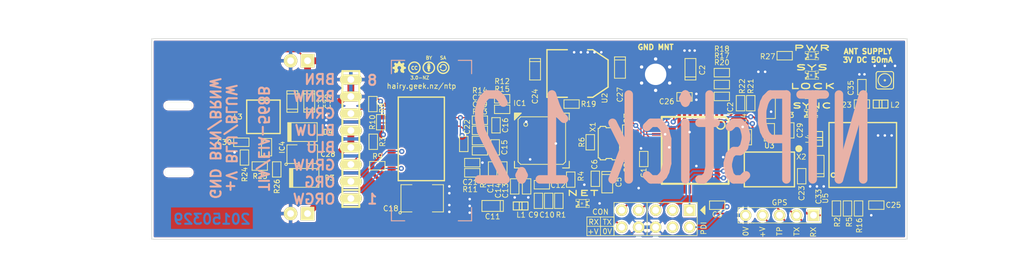
<source format=kicad_pcb>
(kicad_pcb (version 4) (host pcbnew 0.201503271001+5542~22~ubuntu14.04.1-product)
  (layers (0 F.Cu signal) (31 B.Cu signal) (34 B.Paste user) (35 F.Paste user) (36 B.SilkS user) (37 F.SilkS user) (38 B.Mask user) (39 F.Mask user) (44 Edge.Cuts user))
  (net 0 "")
  (net 1 +3.3V)
  (net 2 "/NTP Stick Ethernet/CON_PWR")
  (net 3 "/NTP Stick Ethernet/LNKLED")
  (net 4 "/NTP Stick Ethernet/NICAVDD")
  (net 5 "/NTP Stick Ethernet/NICINTn")
  (net 6 "/NTP Stick Ethernet/NICMISO")
  (net 7 "/NTP Stick Ethernet/NICMOSI")
  (net 8 "/NTP Stick Ethernet/NICRSTn")
  (net 9 "/NTP Stick Ethernet/NICSCK")
  (net 10 "/NTP Stick Ethernet/NICSCSn")
  (net 11 "/NTP Stick Ethernet/PMODE0")
  (net 12 "/NTP Stick Ethernet/RSVD")
  (net 13 "/NTP Stick Ethernet/RSVD1")
  (net 14 "/NTP Stick Ethernet/RSVD2")
  (net 15 "/NTP Stick Ethernet/RSVD3")
  (net 16 "/NTP Stick Ethernet/RSVD5")
  (net 17 "/NTP Stick Ethernet/RSVD6")
  (net 18 "/NTP Stick Ethernet/RX+")
  (net 19 "/NTP Stick Ethernet/RX-")
  (net 20 "/NTP Stick Ethernet/TX+")
  (net 21 "/NTP Stick Ethernet/TX-")
  (net 22 "/NTP Stick Ethernet/XI")
  (net 23 "/NTP Stick Ethernet/XO")
  (net 24 "/NTP Stick System/CON_RX")
  (net 25 "/NTP Stick System/CON_TX")
  (net 26 "/NTP Stick System/GPS_RX")
  (net 27 "/NTP Stick System/GPS_TX")
  (net 28 "/NTP Stick System/LED_LOCK")
  (net 29 "/NTP Stick System/LED_SYNC")
  (net 30 "/NTP Stick System/PDI_CLK")
  (net 31 "/NTP Stick System/PDI_DATA")
  (net 32 "/NTP Stick System/SCL")
  (net 33 "/NTP Stick System/SDA")
  (net 34 GND)
  (net 35 "Net-(ANT1-Pad1)")
  (net 36 "Net-(C9-Pad2)")
  (net 37 "Net-(C10-Pad2)")
  (net 38 "Net-(C18-Pad1)")
  (net 39 "Net-(C21-Pad2)")
  (net 40 "Net-(C22-Pad2)")
  (net 41 "Net-(D5-Pad2)")
  (net 42 "Net-(D6-Pad2)")
  (net 43 "Net-(D7-Pad2)")
  (net 44 "Net-(IC1-Pad7)")
  (net 45 "Net-(IC1-Pad13)")
  (net 46 "Net-(IC1-Pad18)")
  (net 47 "Net-(IC1-Pad26)")
  (net 48 "Net-(IC1-Pad10)")
  (net 49 "Net-(IC1-Pad12)")
  (net 50 "Net-(IC1-Pad24)")
  (net 51 "Net-(IC1-Pad46)")
  (net 52 "Net-(IC1-Pad47)")
  (net 53 "Net-(IC2-Pad40)")
  (net 54 "Net-(IC2-Pad41)")
  (net 55 "Net-(IC2-Pad42)")
  (net 56 "Net-(IC2-Pad43)")
  (net 57 "Net-(IC2-Pad37)")
  (net 58 "Net-(IC2-Pad36)")
  (net 59 "/NTP Stick System/OSC_CTRL")
  (net 60 "Net-(IC2-Pad7)")
  (net 61 "Net-(IC2-Pad24)")
  (net 62 "Net-(IC2-Pad5)")
  (net 63 "Net-(IC2-Pad4)")
  (net 64 "Net-(IC3-Pad5)")
  (net 65 "Net-(J2-Pad1)")
  (net 66 "Net-(R9-Pad1)")
  (net 67 "Net-(R10-Pad1)")
  (net 68 "Net-(IC2-Pad20)")
  (net 69 "Net-(IC2-Pad28)")
  (net 70 "Net-(IC2-Pad27)")
  (net 71 "Net-(IC2-Pad26)")
  (net 72 "Net-(IC2-Pad25)")
  (net 73 "Net-(C30-Pad1)")
  (net 74 "Net-(C30-Pad2)")
  (net 75 "Net-(IC2-Pad6)")
  (net 76 "Net-(IC1-Pad27)")
  (net 77 "Net-(IC2-Pad44)")
  (net 78 "Net-(X2-Pad2)")
  (net 79 "Net-(X2-Pad5)")
  (net 80 +5V)
  (net 81 "/NTP Stick System/GPS_VCC")
  (net 82 "Net-(C28-Pad1)")
  (net 83 "Net-(C35-Pad1)")
  (net 84 "Net-(IC2-Pad21)")
  (net 85 "/NTP Stick System/GPS_TP")
  (net 86 "/NTP Stick System/GPS_TXD")
  (net 87 "/NTP Stick System/GPS_RXD")
  (net 88 "Net-(IC4-Pad4)")
  (net 89 "Net-(IC4-Pad3)")
  (net 90 "/NTP Stick System/GPS_1PPS")
  (net 91 "/NTP Stick System/LED_PWR")
  (net 92 "Net-(R23-Pad1)")
  (net 93 "Net-(U5-Pad13)")
  (net 94 "Net-(U5-Pad15)")
  (net 95 "Net-(U5-Pad16)")
  (net 96 "Net-(U5-Pad17)")
  (net 97 "Net-(U5-Pad18)")
  (net 98 "Net-(U5-Pad5)")
  (net 99 "Net-(U5-Pad9)")
  (net 100 "Net-(D2-Pad2)")
  (net 101 "Net-(P3-Pad3)")
  (net 102 "Net-(P3-Pad4)")
  (net 103 "Net-(D1-Pad2)")
  (net 104 "/NTP Stick Ethernet/RX_P")
  (net 105 "/NTP Stick Ethernet/RX1_P")
  (net 106 "/NTP Stick Ethernet/RX_N")
  (net 107 "/NTP Stick Ethernet/RX1_N")
  (net 108 "/NTP Stick Ethernet/TX_N")
  (net 109 "/NTP Stick Ethernet/TX_P")
  (module 4-40-HOLE (layer F.Cu) (at 119.38 52.832)
    (fp_text reference J3 hide)
    (fp_text value MOUNT2 hide)
    (pad 1 thru_hole circle (at 2.1 1.3) (size 1 1) (drill 0.5) (layers *.Cu *.Mask) (net 34 GND))
    (pad 1 thru_hole circle (at -2.1 1.3) (size 1 1) (drill 0.5) (layers *.Cu *.Mask) (net 34 GND))
    (pad 1 thru_hole circle (at -2.1 -1.1) (size 1 1) (drill 0.5) (layers *.Cu *.Mask) (net 34 GND))
    (pad 1 thru_hole circle (at 2.1 -1.1) (size 1 1) (drill 0.5) (layers *.Cu *.Mask) (net 34 GND))
    (pad 1 thru_hole circle (at 0 2.4) (size 1 1) (drill 0.5) (layers *.Cu *.Mask) (net 34 GND))
    (pad 1 thru_hole circle (at 0 0) (size 6.6 6.6) (drill 3.2004) (layers *.Cu *.Mask) (net 34 GND))
    (pad 1 thru_hole circle (at 0 -2.3) (size 1 1) (drill 0.5) (layers *.Cu *.Mask) (net 34 GND))
  )
  (module LOGO_CC_SA_1.9mm (layer F.Cu) (at 87.6046 51.8414)
    (fp_text reference LOGO_CC_SA hide)
    (fp_text value VAL** hide)
  )
  (module "UBLOX MAX:UBLOX-MAX-8-POLY" (layer F.Cu) (at 150.368 64.897 270)
    (fp_text reference U5 (at 6.477 5.588 270) (layer F.SilkS) (effects (font (size 0.7874 0.7874) (thickness 0.1143))))
    (fp_text value UBLOX-MAX hide)
    (pad 14 smd rect (at -4.75 0 270) (size 1.8 0.8) (layers F.Cu F.Mask) (net 92 "Net-(R23-Pad1)"))
    (pad 13 smd rect (at -4.75 -1.1 270) (size 1.8 0.8) (layers F.Cu F.Mask) (net 93 "Net-(U5-Pad13)"))
    (pad 12 smd rect (at -4.75 -2.2 270) (size 1.8 0.8) (layers F.Cu F.Mask) (net 34 GND))
    (pad 11 smd rect (at -4.75 -3.3 270) (size 1.8 0.8) (layers F.Cu F.Mask) (net 35 "Net-(ANT1-Pad1)"))
    (pad 10 smd rect (at -4.75 -4.4 270) (size 1.8 0.7) (layers F.Cu F.Mask) (net 34 GND))
    (pad 15 smd rect (at -4.75 1.1 270) (size 1.8 0.8) (layers F.Cu F.Mask) (net 94 "Net-(U5-Pad15)"))
    (pad 16 smd rect (at -4.75 2.2 270) (size 1.8 0.8) (layers F.Cu F.Mask) (net 95 "Net-(U5-Pad16)"))
    (pad 17 smd rect (at -4.75 3.3 270) (size 1.8 0.8) (layers F.Cu F.Mask) (net 96 "Net-(U5-Pad17)"))
    (pad 18 smd rect (at -4.75 4.4 270) (size 1.8 0.7) (layers F.Cu F.Mask) (net 97 "Net-(U5-Pad18)"))
    (pad 1 smd rect (at 4.75 4.4 270) (size 1.8 0.7) (layers F.Cu F.Mask) (net 34 GND))
    (pad 2 smd rect (at 4.75 3.3 270) (size 1.8 0.8) (layers F.Cu F.Mask) (net 27 "/NTP Stick System/GPS_TX"))
    (pad 3 smd rect (at 4.75 2.2 270) (size 1.8 0.8) (layers F.Cu F.Mask) (net 26 "/NTP Stick System/GPS_RX"))
    (pad 4 smd rect (at 4.75 1.1 270) (size 1.8 0.8) (layers F.Cu F.Mask) (net 90 "/NTP Stick System/GPS_1PPS"))
    (pad 5 smd rect (at 4.75 0 270) (size 1.8 0.8) (layers F.Cu F.Mask) (net 98 "Net-(U5-Pad5)"))
    (pad 6 smd rect (at 4.75 -1.1 270) (size 1.8 0.8) (layers F.Cu F.Mask) (net 81 "/NTP Stick System/GPS_VCC"))
    (pad 7 smd rect (at 4.75 -2.2 270) (size 1.8 0.7) (layers F.Cu F.Mask) (net 81 "/NTP Stick System/GPS_VCC"))
    (pad 8 smd rect (at 4.75 -3.3 270) (size 1.8 0.8) (layers F.Cu F.Mask) (net 81 "/NTP Stick System/GPS_VCC"))
    (pad 9 smd rect (at 4.75 -4.4 270) (size 1.8 0.7) (layers F.Cu F.Mask) (net 99 "Net-(U5-Pad9)"))
  )
  (module Pin_Headers:Pin_Header_Straight_1x02 (layer F.Cu) (at 66.04 73.66 180)
    (fp_text reference P8 hide)
    (fp_text value VIN hide)
    (pad 1 thru_hole rect (at -1.27 0 180) (size 2.032 2.032) (drill 1.016) (layers *.Cu *.Mask F.SilkS) (net 2 "/NTP Stick Ethernet/CON_PWR"))
    (pad 2 thru_hole oval (at 1.27 0 180) (size 2.032 2.032) (drill 1.016) (layers *.Cu *.Mask F.SilkS) (net 34 GND))
  )
  (module Pin_Headers:Pin_Header_Straight_1x02 (layer F.Cu) (at 66.04 50.8 180)
    (fp_text reference P7 hide)
    (fp_text value 5V hide)
    (pad 1 thru_hole rect (at -1.27 0 180) (size 2.032 2.032) (drill 1.016) (layers *.Cu *.Mask F.SilkS) (net 80 +5V))
    (pad 2 thru_hole oval (at 1.27 0 180) (size 2.032 2.032) (drill 1.016) (layers *.Cu *.Mask F.SilkS) (net 34 GND))
  )
  (module Pin_Headers:Pin_Header_Straight_2x05 (layer F.Cu) (at 119.38 74.422 180)
    (fp_text reference P3 hide)
    (fp_text value PDI-SER hide)
    (pad 1 thru_hole rect (at -5.08 1.27 180) (size 1.7272 1.7272) (drill 1.016) (layers *.Cu *.Mask F.SilkS) (net 31 "/NTP Stick System/PDI_DATA"))
    (pad 2 thru_hole oval (at -5.08 -1.27 180) (size 1.7272 1.7272) (drill 1.016) (layers *.Cu *.Mask F.SilkS) (net 1 +3.3V))
    (pad 3 thru_hole oval (at -2.54 1.27 180) (size 1.7272 1.7272) (drill 1.016) (layers *.Cu *.Mask F.SilkS) (net 101 "Net-(P3-Pad3)"))
    (pad 4 thru_hole oval (at -2.54 -1.27 180) (size 1.7272 1.7272) (drill 1.016) (layers *.Cu *.Mask F.SilkS) (net 102 "Net-(P3-Pad4)"))
    (pad 5 thru_hole oval (at 0 1.27 180) (size 1.7272 1.7272) (drill 1.016) (layers *.Cu *.Mask F.SilkS) (net 30 "/NTP Stick System/PDI_CLK"))
    (pad 6 thru_hole oval (at 0 -1.27 180) (size 1.7272 1.7272) (drill 1.016) (layers *.Cu *.Mask F.SilkS) (net 34 GND))
    (pad 7 thru_hole oval (at 2.54 1.27 180) (size 1.7272 1.7272) (drill 1.016) (layers *.Cu *.Mask F.SilkS) (net 25 "/NTP Stick System/CON_TX"))
    (pad 8 thru_hole oval (at 2.54 -1.27 180) (size 1.7272 1.7272) (drill 1.016) (layers *.Cu *.Mask F.SilkS) (net 34 GND))
    (pad 9 thru_hole oval (at 5.08 1.27 180) (size 1.7272 1.7272) (drill 1.016) (layers *.Cu *.Mask F.SilkS) (net 24 "/NTP Stick System/CON_RX"))
    (pad 10 thru_hole oval (at 5.08 -1.27 180) (size 1.7272 1.7272) (drill 1.016) (layers *.Cu *.Mask F.SilkS) (net 1 +3.3V))
  )
  (module Pin_Headers:Pin_Header_Straight_1x05 (layer F.Cu) (at 137.922 73.914 180)
    (fp_text reference P2 hide)
    (fp_text value GPS hide)
    (pad 1 thru_hole rect (at -5.08 0 180) (size 1.7272 1.7272) (drill 1.016) (layers *.Cu *.Mask F.SilkS) (net 87 "/NTP Stick System/GPS_RXD"))
    (pad 2 thru_hole oval (at -2.54 0 180) (size 1.7272 1.7272) (drill 1.016) (layers *.Cu *.Mask F.SilkS) (net 86 "/NTP Stick System/GPS_TXD"))
    (pad 3 thru_hole oval (at 0 0 180) (size 1.7272 1.7272) (drill 1.016) (layers *.Cu *.Mask F.SilkS) (net 85 "/NTP Stick System/GPS_TP"))
    (pad 4 thru_hole oval (at 2.54 0 180) (size 1.7272 1.7272) (drill 1.016) (layers *.Cu *.Mask F.SilkS) (net 81 "/NTP Stick System/GPS_VCC"))
    (pad 5 thru_hole oval (at 5.08 0 180) (size 1.7272 1.7272) (drill 1.016) (layers *.Cu *.Mask F.SilkS) (net 34 GND))
  )
  (module pin_strip_1 (layer F.Cu) (at 48 67.5)
    (fp_text reference J2 hide)
    (fp_text value MOUNT1 hide)
    (pad 1 np_thru_hole oval (at 0 0) (size 4 1.00076) (drill oval 4 1.00076) (layers *.Cu *.Mask F.SilkS) (net 65 "Net-(J2-Pad1)"))
  )
  (module pin_strip_1 (layer F.Cu) (at 48 57.5)
    (fp_text reference J1 hide)
    (fp_text value MOUNT0 hide)
    (pad "" np_thru_hole oval (at 0 0) (size 4 1.00076) (drill oval 4 1.00076) (layers *.Cu *.Mask F.SilkS))
  )
  (module SM0603 (layer F.Cu) (at 106.807 57.277 180)
    (fp_text reference R19 (at -2.54 0 180) (layer F.SilkS) (effects (font (size 0.7874 0.7874) (thickness 0.1143))))
    (fp_text value 10k hide)
    (pad 1 smd rect (at -0.762 0 180) (size 0.635 1.143) (layers F.Cu F.Paste F.Mask) (net 1 +3.3V))
    (pad 2 smd rect (at 0.762 0 180) (size 0.635 1.143) (layers F.Cu F.Paste F.Mask) (net 11 "/NTP Stick Ethernet/PMODE0"))
  )
  (module SM0603 (layer F.Cu) (at 117.6 65.5 90)
    (fp_text reference C1 (at -2.064 0.002 90) (layer F.SilkS) (effects (font (size 0.7874 0.7874) (thickness 0.1143))))
    (fp_text value 100nF hide)
    (pad 1 smd rect (at -0.762 0 90) (size 0.635 1.143) (layers F.Cu F.Paste F.Mask) (net 1 +3.3V))
    (pad 2 smd rect (at 0.762 0 90) (size 0.635 1.143) (layers F.Cu F.Paste F.Mask) (net 34 GND))
  )
  (module SM0603 (layer F.Cu) (at 123.7 56.2)
    (fp_text reference C2 (at 2.665 -4.003 90) (layer F.SilkS) (effects (font (size 0.7874 0.7874) (thickness 0.1143))))
    (fp_text value 100nF hide)
    (pad 1 smd rect (at -0.762 0) (size 0.635 1.143) (layers F.Cu F.Paste F.Mask) (net 1 +3.3V))
    (pad 2 smd rect (at 0.762 0) (size 0.635 1.143) (layers F.Cu F.Paste F.Mask) (net 34 GND))
  )
  (module SM0603 (layer F.Cu) (at 128.5875 72.4027 180)
    (fp_text reference C3 (at 0 -1.397 180) (layer F.SilkS) (effects (font (size 0.7874 0.7874) (thickness 0.1143))))
    (fp_text value 100nF hide)
    (pad 1 smd rect (at -0.762 0 180) (size 0.635 1.143) (layers F.Cu F.Paste F.Mask) (net 1 +3.3V))
    (pad 2 smd rect (at 0.762 0 180) (size 0.635 1.143) (layers F.Cu F.Paste F.Mask) (net 34 GND))
  )
  (module lqfp48 (layer F.Cu) (at 102.362 62.738 270)
    (fp_text reference IC1 (at -5.588 3.302 360) (layer F.SilkS) (effects (font (size 0.7874 0.7874) (thickness 0.1143))))
    (fp_text value W5500 hide)
    (pad 4 smd rect (at -1.24968 4.09956 270) (size 0.29972 1.30048) (layers F.Cu F.Paste F.Mask) (net 4 "/NTP Stick Ethernet/NICAVDD"))
    (pad 5 smd rect (at -0.7493 4.09956 270) (size 0.29972 1.30048) (layers F.Cu F.Paste F.Mask) (net 106 "/NTP Stick Ethernet/RX_N"))
    (pad 6 smd rect (at -0.24892 4.09956 270) (size 0.29972 1.30048) (layers F.Cu F.Paste F.Mask) (net 104 "/NTP Stick Ethernet/RX_P"))
    (pad 7 smd rect (at 0.24892 4.09956 270) (size 0.29972 1.30048) (layers F.Cu F.Paste F.Mask) (net 44 "Net-(IC1-Pad7)"))
    (pad 8 smd rect (at 0.7493 4.09956 270) (size 0.29972 1.30048) (layers F.Cu F.Paste F.Mask) (net 4 "/NTP Stick Ethernet/NICAVDD"))
    (pad 1 smd rect (at -2.75082 4.09956 270) (size 0.29972 1.30048) (layers F.Cu F.Paste F.Mask) (net 108 "/NTP Stick Ethernet/TX_N"))
    (pad 2 smd rect (at -2.25044 4.09956 270) (size 0.29972 1.30048) (layers F.Cu F.Paste F.Mask) (net 109 "/NTP Stick Ethernet/TX_P"))
    (pad 3 smd rect (at -1.75006 4.09956 270) (size 0.29972 1.30048) (layers F.Cu F.Paste F.Mask) (net 34 GND))
    (pad 13 smd rect (at 4.09956 2.75082 270) (size 1.30048 0.29972) (layers F.Cu F.Paste F.Mask) (net 45 "Net-(IC1-Pad13)"))
    (pad 14 smd rect (at 4.09956 2.25044 270) (size 1.30048 0.29972) (layers F.Cu F.Paste F.Mask) (net 34 GND))
    (pad 15 smd rect (at 4.09956 1.75006 270) (size 1.30048 0.29972) (layers F.Cu F.Paste F.Mask) (net 4 "/NTP Stick Ethernet/NICAVDD"))
    (pad 16 smd rect (at 4.09956 1.24968 270) (size 1.30048 0.29972) (layers F.Cu F.Paste F.Mask) (net 34 GND))
    (pad 17 smd rect (at 4.09956 0.7493 270) (size 1.30048 0.29972) (layers F.Cu F.Paste F.Mask) (net 4 "/NTP Stick Ethernet/NICAVDD"))
    (pad 18 smd rect (at 4.09956 0.24892 270) (size 1.30048 0.29972) (layers F.Cu F.Paste F.Mask) (net 46 "Net-(IC1-Pad18)"))
    (pad 19 smd rect (at 4.09956 -0.24892 270) (size 1.30048 0.29972) (layers F.Cu F.Paste F.Mask) (net 34 GND))
    (pad 20 smd rect (at 4.09956 -0.7493 270) (size 1.30048 0.29972) (layers F.Cu F.Paste F.Mask) (net 36 "Net-(C9-Pad2)"))
    (pad 25 smd rect (at 2.75082 -4.09956 270) (size 0.29972 1.30048) (layers F.Cu F.Paste F.Mask) (net 3 "/NTP Stick Ethernet/LNKLED"))
    (pad 26 smd rect (at 2.25044 -4.09956 270) (size 0.29972 1.30048) (layers F.Cu F.Paste F.Mask) (net 47 "Net-(IC1-Pad26)"))
    (pad 27 smd rect (at 1.75006 -4.09956 270) (size 0.29972 1.30048) (layers F.Cu F.Paste F.Mask) (net 76 "Net-(IC1-Pad27)"))
    (pad 28 smd rect (at 1.24968 -4.09956 270) (size 0.29972 1.30048) (layers F.Cu F.Paste F.Mask) (net 1 +3.3V))
    (pad 29 smd rect (at 0.7493 -4.09956 270) (size 0.29972 1.30048) (layers F.Cu F.Paste F.Mask) (net 34 GND))
    (pad 30 smd rect (at 0.24892 -4.09956 270) (size 0.29972 1.30048) (layers F.Cu F.Paste F.Mask) (net 22 "/NTP Stick Ethernet/XI"))
    (pad 31 smd rect (at -0.24892 -4.09956 270) (size 0.29972 1.30048) (layers F.Cu F.Paste F.Mask) (net 23 "/NTP Stick Ethernet/XO"))
    (pad 32 smd rect (at -0.7493 -4.09956 270) (size 0.29972 1.30048) (layers F.Cu F.Paste F.Mask) (net 10 "/NTP Stick Ethernet/NICSCSn"))
    (pad 37 smd rect (at -4.09956 -2.75082 270) (size 1.30048 0.29972) (layers F.Cu F.Paste F.Mask) (net 8 "/NTP Stick Ethernet/NICRSTn"))
    (pad 38 smd rect (at -4.09956 -2.25044 270) (size 1.30048 0.29972) (layers F.Cu F.Paste F.Mask) (net 12 "/NTP Stick Ethernet/RSVD"))
    (pad 39 smd rect (at -4.09956 -1.75006 270) (size 1.30048 0.29972) (layers F.Cu F.Paste F.Mask) (net 15 "/NTP Stick Ethernet/RSVD3"))
    (pad 40 smd rect (at -4.09956 -1.24968 270) (size 1.30048 0.29972) (layers F.Cu F.Paste F.Mask) (net 14 "/NTP Stick Ethernet/RSVD2"))
    (pad 41 smd rect (at -4.09956 -0.7493 270) (size 1.30048 0.29972) (layers F.Cu F.Paste F.Mask) (net 13 "/NTP Stick Ethernet/RSVD1"))
    (pad 42 smd rect (at -4.09956 -0.24892 270) (size 1.30048 0.29972) (layers F.Cu F.Paste F.Mask) (net 17 "/NTP Stick Ethernet/RSVD6"))
    (pad 43 smd rect (at -4.09956 0.24892 270) (size 1.30048 0.29972) (layers F.Cu F.Paste F.Mask) (net 11 "/NTP Stick Ethernet/PMODE0"))
    (pad 44 smd rect (at -4.09956 0.7493 270) (size 1.30048 0.29972) (layers F.Cu F.Paste F.Mask) (net 11 "/NTP Stick Ethernet/PMODE0"))
    (pad 9 smd rect (at 1.24968 4.09956 270) (size 0.29972 1.30048) (layers F.Cu F.Paste F.Mask) (net 34 GND))
    (pad 10 smd rect (at 1.75006 4.09956 270) (size 0.29972 1.30048) (layers F.Cu F.Paste F.Mask) (net 48 "Net-(IC1-Pad10)"))
    (pad 11 smd rect (at 2.25044 4.09956 270) (size 0.29972 1.30048) (layers F.Cu F.Paste F.Mask) (net 4 "/NTP Stick Ethernet/NICAVDD"))
    (pad 12 smd rect (at 2.75082 4.09956 270) (size 0.29972 1.30048) (layers F.Cu F.Paste F.Mask) (net 49 "Net-(IC1-Pad12)"))
    (pad 21 smd rect (at 4.09956 -1.24968 270) (size 1.30048 0.29972) (layers F.Cu F.Paste F.Mask) (net 4 "/NTP Stick Ethernet/NICAVDD"))
    (pad 22 smd rect (at 4.09956 -1.75006 270) (size 1.30048 0.29972) (layers F.Cu F.Paste F.Mask) (net 37 "Net-(C10-Pad2)"))
    (pad 23 smd rect (at 4.09956 -2.25044 270) (size 1.30048 0.29972) (layers F.Cu F.Paste F.Mask) (net 16 "/NTP Stick Ethernet/RSVD5"))
    (pad 24 smd rect (at 4.09956 -2.75082 270) (size 1.30048 0.29972) (layers F.Cu F.Paste F.Mask) (net 50 "Net-(IC1-Pad24)"))
    (pad 33 smd rect (at -1.24968 -4.09956 270) (size 0.29972 1.30048) (layers F.Cu F.Paste F.Mask) (net 9 "/NTP Stick Ethernet/NICSCK"))
    (pad 34 smd rect (at -1.75006 -4.09956 270) (size 0.29972 1.30048) (layers F.Cu F.Paste F.Mask) (net 6 "/NTP Stick Ethernet/NICMISO"))
    (pad 35 smd rect (at -2.25044 -4.09956 270) (size 0.29972 1.30048) (layers F.Cu F.Paste F.Mask) (net 7 "/NTP Stick Ethernet/NICMOSI"))
    (pad 36 smd rect (at -2.75082 -4.09956 270) (size 0.29972 1.30048) (layers F.Cu F.Paste F.Mask) (net 5 "/NTP Stick Ethernet/NICINTn"))
    (pad 45 smd rect (at -4.09956 1.24968 270) (size 1.30048 0.29972) (layers F.Cu F.Paste F.Mask) (net 11 "/NTP Stick Ethernet/PMODE0"))
    (pad 46 smd rect (at -4.09956 1.75006 270) (size 1.30048 0.29972) (layers F.Cu F.Paste F.Mask) (net 51 "Net-(IC1-Pad46)"))
    (pad 47 smd rect (at -4.09956 2.25044 270) (size 1.30048 0.29972) (layers F.Cu F.Paste F.Mask) (net 52 "Net-(IC1-Pad47)"))
    (pad 48 smd rect (at -4.09956 2.75082 270) (size 1.30048 0.29972) (layers F.Cu F.Paste F.Mask) (net 34 GND))
  )
  (module crystal_smd_5x3.2mm (layer F.Cu) (at 112.395 63.119 90)
    (fp_text reference X1 (at 2.413 -2.413 90) (layer F.SilkS) (effects (font (size 0.7874 0.7874) (thickness 0.1143))))
    (fp_text value 25MHz hide)
    (pad 1 smd rect (at -1.85 0 90) (size 1.7 2.4) (layers F.Cu F.Paste F.Mask) (net 22 "/NTP Stick Ethernet/XI"))
    (pad 2 smd rect (at 1.85 0 90) (size 1.7 2.4) (layers F.Cu F.Paste F.Mask) (net 23 "/NTP Stick Ethernet/XO"))
  )
  (module SM0603 (layer F.Cu) (at 110.363 68.453 90)
    (fp_text reference C6 (at 2.159 -0.127 90) (layer F.SilkS) (effects (font (size 0.7874 0.7874) (thickness 0.1143))))
    (fp_text value 100nF hide)
    (pad 1 smd rect (at -0.762 0 90) (size 0.635 1.143) (layers F.Cu F.Paste F.Mask) (net 34 GND))
    (pad 2 smd rect (at 0.762 0 90) (size 0.635 1.143) (layers F.Cu F.Paste F.Mask) (net 1 +3.3V))
  )
  (module SM0603 (layer F.Cu) (at 115.062 61.5442 270)
    (fp_text reference C7 (at -2.1082 0 270) (layer F.SilkS) (effects (font (size 0.7874 0.7874) (thickness 0.1143))))
    (fp_text value 18pF hide)
    (pad 1 smd rect (at -0.762 0 270) (size 0.635 1.143) (layers F.Cu F.Paste F.Mask) (net 23 "/NTP Stick Ethernet/XO"))
    (pad 2 smd rect (at 0.762 0 270) (size 0.635 1.143) (layers F.Cu F.Paste F.Mask) (net 34 GND))
  )
  (module SM0603 (layer F.Cu) (at 115.0874 64.6938 90)
    (fp_text reference C8 (at -2.1082 -0.0254 90) (layer F.SilkS) (effects (font (size 0.7874 0.7874) (thickness 0.1143))))
    (fp_text value 18pF hide)
    (pad 1 smd rect (at -0.762 0 90) (size 0.635 1.143) (layers F.Cu F.Paste F.Mask) (net 22 "/NTP Stick Ethernet/XI"))
    (pad 2 smd rect (at 0.762 0 90) (size 0.635 1.143) (layers F.Cu F.Paste F.Mask) (net 34 GND))
  )
  (module LED-0805 (layer F.Cu) (at 108.458 72.136 180)
    (fp_text reference D1 hide)
    (fp_text value NET (at 0 1.524 360) (layer F.SilkS) (effects (font (size 0.762 1.778) (thickness 0.1905))))
    (pad 1 smd rect (at -1.04902 0 180) (size 1.19888 1.19888) (layers F.Cu F.Paste F.Mask) (net 1 +3.3V))
    (pad 2 smd rect (at 1.04902 0 180) (size 1.19888 1.19888) (layers F.Cu F.Paste F.Mask) (net 103 "Net-(D1-Pad2)"))
  )
  (module SM0603 (layer F.Cu) (at 104.902 71.755 270)
    (fp_text reference R1 (at 2.0955 -0.3175 540) (layer F.SilkS) (effects (font (size 0.7874 0.7874) (thickness 0.1143))))
    (fp_text value 10k hide)
    (pad 1 smd rect (at -0.762 0 270) (size 0.635 1.143) (layers F.Cu F.Paste F.Mask) (net 16 "/NTP Stick Ethernet/RSVD5"))
    (pad 2 smd rect (at 0.762 0 270) (size 0.635 1.143) (layers F.Cu F.Paste F.Mask) (net 34 GND))
  )
  (module SM0603 (layer F.Cu) (at 106.68 68.58 270)
    (fp_text reference R4 (at -0.508 -1.524 270) (layer F.SilkS) (effects (font (size 0.7874 0.7874) (thickness 0.1143))))
    (fp_text value 1k hide)
    (pad 1 smd rect (at -0.762 0 270) (size 0.635 1.143) (layers F.Cu F.Paste F.Mask) (net 3 "/NTP Stick Ethernet/LNKLED"))
    (pad 2 smd rect (at 0.762 0 270) (size 0.635 1.143) (layers F.Cu F.Paste F.Mask) (net 103 "Net-(D1-Pad2)"))
  )
  (module SM0603 (layer F.Cu) (at 109.601 62.992 270)
    (fp_text reference R6 (at 0 1.27 270) (layer F.SilkS) (effects (font (size 0.7874 0.7874) (thickness 0.1143))))
    (fp_text value 1M hide)
    (pad 1 smd rect (at -0.762 0 270) (size 0.635 1.143) (layers F.Cu F.Paste F.Mask) (net 23 "/NTP Stick Ethernet/XO"))
    (pad 2 smd rect (at 0.762 0 270) (size 0.635 1.143) (layers F.Cu F.Paste F.Mask) (net 22 "/NTP Stick Ethernet/XI"))
  )
  (module inductor_smd_0603 (layer F.Cu) (at 99.187 72.517)
    (fp_text reference L1 (at 0.0635 1.3335) (layer F.SilkS) (effects (font (size 0.7874 0.7874) (thickness 0.1143))))
    (fp_text value INDUCTOR hide)
    (pad 1 smd rect (at -0.63754 0) (size 0.635 1.016) (layers F.Cu F.Paste F.Mask) (net 4 "/NTP Stick Ethernet/NICAVDD"))
    (pad 2 smd rect (at 0.63754 0) (size 0.635 1.016) (layers F.Cu F.Paste F.Mask) (net 1 +3.3V))
  )
  (module N5 (layer F.Cu) (at 84.328 62.484 90)
    (fp_text reference U1)
    (fp_text value TG110-E*N5_N5 hide)
    (pad 1 smd rect (at -4.445 4.445 90) (size 0.59944 1.19888) (layers F.Cu F.Paste F.Mask) (net 109 "/NTP Stick Ethernet/TX_P"))
    (pad 2 smd rect (at -3.175 4.445 90) (size 0.59944 1.19888) (layers F.Cu F.Paste F.Mask) (net 39 "Net-(C21-Pad2)"))
    (pad 3 smd rect (at -1.905 4.445 90) (size 0.59944 1.19888) (layers F.Cu F.Paste F.Mask) (net 108 "/NTP Stick Ethernet/TX_N"))
    (pad 4 smd rect (at -0.635 4.445 90) (size 0.59944 1.19888) (layers F.Cu F.Paste F.Mask))
    (pad 5 smd rect (at 0.635 4.445 90) (size 0.59944 1.19888) (layers F.Cu F.Paste F.Mask))
    (pad 6 smd rect (at 1.905 4.445 90) (size 0.59944 1.19888) (layers F.Cu F.Paste F.Mask) (net 105 "/NTP Stick Ethernet/RX1_P"))
    (pad 7 smd rect (at 3.175 4.445 90) (size 0.59944 1.19888) (layers F.Cu F.Paste F.Mask) (net 40 "Net-(C22-Pad2)"))
    (pad 8 smd rect (at 4.445 4.445 90) (size 0.59944 1.19888) (layers F.Cu F.Paste F.Mask) (net 107 "/NTP Stick Ethernet/RX1_N"))
    (pad 9 smd rect (at 4.445 -4.445 270) (size 0.59944 1.19888) (layers F.Cu F.Paste F.Mask) (net 19 "/NTP Stick Ethernet/RX-"))
    (pad 10 smd rect (at 3.175 -4.445 270) (size 0.59944 1.19888) (layers F.Cu F.Paste F.Mask) (net 67 "Net-(R10-Pad1)"))
    (pad 11 smd rect (at 1.905 -4.445 270) (size 0.59944 1.19888) (layers F.Cu F.Paste F.Mask) (net 18 "/NTP Stick Ethernet/RX+"))
    (pad 12 smd rect (at 0.635 -4.445 270) (size 0.59944 1.19888) (layers F.Cu F.Paste F.Mask))
    (pad 13 smd rect (at -0.635 -4.445 270) (size 0.59944 1.19888) (layers F.Cu F.Paste F.Mask))
    (pad 14 smd rect (at -1.905 -4.445 270) (size 0.59944 1.19888) (layers F.Cu F.Paste F.Mask) (net 21 "/NTP Stick Ethernet/TX-"))
    (pad 15 smd rect (at -3.175 -4.445 270) (size 0.59944 1.19888) (layers F.Cu F.Paste F.Mask) (net 66 "Net-(R9-Pad1)"))
    (pad 16 smd rect (at -4.445 -4.445 270) (size 0.59944 1.19888) (layers F.Cu F.Paste F.Mask) (net 20 "/NTP Stick Ethernet/TX+"))
  )
  (module c_tant_A (layer F.Cu) (at 112.141 68.961 90)
    (fp_text reference C5 (at 0 1.7145 90) (layer F.SilkS) (effects (font (size 0.7874 0.7874) (thickness 0.1143))))
    (fp_text value 10uF hide)
    (pad 1 smd rect (at 1.37414 0 90) (size 1.95072 1.50114) (layers F.Cu F.Paste F.Mask) (net 1 +3.3V))
    (pad 2 smd rect (at -1.37414 0 90) (size 1.95072 1.50114) (layers F.Cu F.Paste F.Mask) (net 34 GND))
  )
  (module SM0603 (layer F.Cu) (at 101.854 71.755 90)
    (fp_text reference C9 (at -2.0955 -0.762 180) (layer F.SilkS) (effects (font (size 0.7874 0.7874) (thickness 0.1143))))
    (fp_text value 4.7uF hide)
    (pad 1 smd rect (at -0.762 0 90) (size 0.635 1.143) (layers F.Cu F.Paste F.Mask) (net 34 GND))
    (pad 2 smd rect (at 0.762 0 90) (size 0.635 1.143) (layers F.Cu F.Paste F.Mask) (net 36 "Net-(C9-Pad2)"))
  )
  (module SM0603 (layer F.Cu) (at 103.378 71.755 90)
    (fp_text reference C10 (at -2.0955 -0.254 360) (layer F.SilkS) (effects (font (size 0.7874 0.7874) (thickness 0.1143))))
    (fp_text value 10nF hide)
    (pad 1 smd rect (at -0.762 0 90) (size 0.635 1.143) (layers F.Cu F.Paste F.Mask) (net 34 GND))
    (pad 2 smd rect (at 0.762 0 90) (size 0.635 1.143) (layers F.Cu F.Paste F.Mask) (net 37 "Net-(C10-Pad2)"))
  )
  (module c_tant_A (layer F.Cu) (at 94.996 72.517)
    (fp_text reference C11 (at 0 1.5875) (layer F.SilkS) (effects (font (size 0.7874 0.7874) (thickness 0.1143))))
    (fp_text value 10uF hide)
    (pad 1 smd rect (at 1.37414 0) (size 1.95072 1.50114) (layers F.Cu F.Paste F.Mask) (net 4 "/NTP Stick Ethernet/NICAVDD"))
    (pad 2 smd rect (at -1.37414 0) (size 1.95072 1.50114) (layers F.Cu F.Paste F.Mask) (net 34 GND))
  )
  (module SM0603 (layer F.Cu) (at 102.362 69.342)
    (fp_text reference C12 (at 2.413 0.0635) (layer F.SilkS) (effects (font (size 0.7874 0.7874) (thickness 0.1143))))
    (fp_text value 100nF hide)
    (pad 1 smd rect (at -0.762 0) (size 0.635 1.143) (layers F.Cu F.Paste F.Mask) (net 34 GND))
    (pad 2 smd rect (at 0.762 0) (size 0.635 1.143) (layers F.Cu F.Paste F.Mask) (net 4 "/NTP Stick Ethernet/NICAVDD"))
  )
  (module SM0603 (layer F.Cu) (at 100.076 69.596 90)
    (fp_text reference C13 (at -0.635 -3.175 90) (layer F.SilkS) (effects (font (size 0.7874 0.7874) (thickness 0.1143))))
    (fp_text value 100nF hide)
    (pad 1 smd rect (at -0.762 0 90) (size 0.635 1.143) (layers F.Cu F.Paste F.Mask) (net 34 GND))
    (pad 2 smd rect (at 0.762 0 90) (size 0.635 1.143) (layers F.Cu F.Paste F.Mask) (net 4 "/NTP Stick Ethernet/NICAVDD"))
  )
  (module SM0603 (layer F.Cu) (at 98.298 69.596 90)
    (fp_text reference C14 (at -0.635 -2.4765 90) (layer F.SilkS) (effects (font (size 0.7874 0.7874) (thickness 0.1143))))
    (fp_text value 100nF hide)
    (pad 1 smd rect (at -0.762 0 90) (size 0.635 1.143) (layers F.Cu F.Paste F.Mask) (net 34 GND))
    (pad 2 smd rect (at 0.762 0 90) (size 0.635 1.143) (layers F.Cu F.Paste F.Mask) (net 4 "/NTP Stick Ethernet/NICAVDD"))
  )
  (module SM0603 (layer F.Cu) (at 95.377 63.754 90)
    (fp_text reference C15 (at 0 1.397 90) (layer F.SilkS) (effects (font (size 0.7874 0.7874) (thickness 0.1143))))
    (fp_text value 100nF hide)
    (pad 1 smd rect (at -0.762 0 90) (size 0.635 1.143) (layers F.Cu F.Paste F.Mask) (net 34 GND))
    (pad 2 smd rect (at 0.762 0 90) (size 0.635 1.143) (layers F.Cu F.Paste F.Mask) (net 4 "/NTP Stick Ethernet/NICAVDD"))
  )
  (module SM0603 (layer F.Cu) (at 95.504 60.452 270)
    (fp_text reference C16 (at 0 -1.397 270) (layer F.SilkS) (effects (font (size 0.7874 0.7874) (thickness 0.1143))))
    (fp_text value 100nF hide)
    (pad 1 smd rect (at -0.762 0 270) (size 0.635 1.143) (layers F.Cu F.Paste F.Mask) (net 34 GND))
    (pad 2 smd rect (at 0.762 0 270) (size 0.635 1.143) (layers F.Cu F.Paste F.Mask) (net 4 "/NTP Stick Ethernet/NICAVDD"))
  )
  (module SM0603 (layer F.Cu) (at 96.52 67.056 90)
    (fp_text reference C17 (at -2.413 -1.8415 90) (layer F.SilkS) (effects (font (size 0.7874 0.7874) (thickness 0.1143))))
    (fp_text value 100nF hide)
    (pad 1 smd rect (at -0.762 0 90) (size 0.635 1.143) (layers F.Cu F.Paste F.Mask) (net 34 GND))
    (pad 2 smd rect (at 0.762 0 90) (size 0.635 1.143) (layers F.Cu F.Paste F.Mask) (net 4 "/NTP Stick Ethernet/NICAVDD"))
  )
  (module SM0603 (layer F.Cu) (at 94.996 67.056 270)
    (fp_text reference R7 (at 2.032 1.397 270) (layer F.SilkS) (effects (font (size 0.7874 0.7874) (thickness 0.1143))))
    (fp_text value 12.4k hide)
    (pad 1 smd rect (at -0.762 0 270) (size 0.635 1.143) (layers F.Cu F.Paste F.Mask) (net 48 "Net-(IC1-Pad10)"))
    (pad 2 smd rect (at 0.762 0 270) (size 0.635 1.143) (layers F.Cu F.Paste F.Mask) (net 34 GND))
  )
  (module SM1812 (layer F.Cu) (at 84.455 71.374)
    (fp_text reference C18 (at -4.699 1.524 180) (layer F.SilkS) (effects (font (size 0.7874 0.7874) (thickness 0.1143))))
    (fp_text value 4.7nF hide)
    (pad 1 smd rect (at -2.286 0) (size 1.397 3.81) (layers F.Cu F.Paste F.Mask) (net 38 "Net-(C18-Pad1)"))
    (pad 2 smd rect (at 2.286 0) (size 1.397 3.81) (layers F.Cu F.Paste F.Mask) (net 34 GND))
  )
  (module SM0603 (layer F.Cu) (at 93.091 62.738 180)
    (fp_text reference C19 (at 0 5.3975 180) (layer F.SilkS) (effects (font (size 0.7874 0.7874) (thickness 0.1143))))
    (fp_text value 6.8nF hide)
    (pad 1 smd rect (at -0.762 0 180) (size 0.635 1.143) (layers F.Cu F.Paste F.Mask) (net 104 "/NTP Stick Ethernet/RX_P"))
    (pad 2 smd rect (at 0.762 0 180) (size 0.635 1.143) (layers F.Cu F.Paste F.Mask) (net 105 "/NTP Stick Ethernet/RX1_P"))
  )
  (module SM0603 (layer F.Cu) (at 93.091 61.214 180)
    (fp_text reference C20 (at 0 4.8895 180) (layer F.SilkS) (effects (font (size 0.7874 0.7874) (thickness 0.1143))))
    (fp_text value 6.8nF hide)
    (pad 1 smd rect (at -0.762 0 180) (size 0.635 1.143) (layers F.Cu F.Paste F.Mask) (net 106 "/NTP Stick Ethernet/RX_N"))
    (pad 2 smd rect (at 0.762 0 180) (size 0.635 1.143) (layers F.Cu F.Paste F.Mask) (net 107 "/NTP Stick Ethernet/RX1_N"))
  )
  (module SM0603 (layer F.Cu) (at 91.948 66.04 180)
    (fp_text reference C21 (at 0.3175 -2.921 180) (layer F.SilkS) (effects (font (size 0.7874 0.7874) (thickness 0.1143))))
    (fp_text value 22nF hide)
    (pad 1 smd rect (at -0.762 0 180) (size 0.635 1.143) (layers F.Cu F.Paste F.Mask) (net 34 GND))
    (pad 2 smd rect (at 0.762 0 180) (size 0.635 1.143) (layers F.Cu F.Paste F.Mask) (net 39 "Net-(C21-Pad2)"))
  )
  (module SM0603 (layer F.Cu) (at 90.678 63.246 90)
    (fp_text reference C22 (at 2.54 0.508 90) (layer F.SilkS) (effects (font (size 0.7874 0.7874) (thickness 0.1143))))
    (fp_text value 10nF hide)
    (pad 1 smd rect (at -0.762 0 90) (size 0.635 1.143) (layers F.Cu F.Paste F.Mask) (net 34 GND))
    (pad 2 smd rect (at 0.762 0 90) (size 0.635 1.143) (layers F.Cu F.Paste F.Mask) (net 40 "Net-(C22-Pad2)"))
  )
  (module pin_strip_8 (layer F.Cu) (at 73.787 62.5 90)
    (fp_text reference P1 hide)
    (fp_text value "EIA 568B" hide)
    (pad 1 thru_hole oval (at -8.89 0 90) (size 1.524 3.302) (drill 1.016) (layers *.Cu *.Mask F.SilkS) (net 20 "/NTP Stick Ethernet/TX+"))
    (pad 2 thru_hole oval (at -6.35 0 90) (size 1.524 3.302) (drill 1.016) (layers *.Cu *.Mask F.SilkS) (net 21 "/NTP Stick Ethernet/TX-"))
    (pad 3 thru_hole oval (at -3.81 0 90) (size 1.524 3.302) (drill 1.016) (layers *.Cu *.Mask F.SilkS) (net 18 "/NTP Stick Ethernet/RX+"))
    (pad 4 thru_hole oval (at -1.27 0 90) (size 1.524 3.302) (drill 1.016) (layers *.Cu *.Mask F.SilkS) (net 2 "/NTP Stick Ethernet/CON_PWR"))
    (pad 5 thru_hole oval (at 1.27 0 90) (size 1.524 3.302) (drill 1.016) (layers *.Cu *.Mask F.SilkS) (net 2 "/NTP Stick Ethernet/CON_PWR"))
    (pad 6 thru_hole oval (at 3.81 0 90) (size 1.524 3.302) (drill 1.016) (layers *.Cu *.Mask F.SilkS) (net 19 "/NTP Stick Ethernet/RX-"))
    (pad 7 thru_hole oval (at 6.35 0 90) (size 1.524 3.302) (drill 1.016) (layers *.Cu *.Mask F.SilkS) (net 34 GND))
    (pad 8 thru_hole oval (at 8.89 0 90) (size 1.524 3.302) (drill 1.016) (layers *.Cu *.Mask F.SilkS) (net 34 GND))
  )
  (module SM0603 (layer F.Cu) (at 77.1398 62.9158 270)
    (fp_text reference R3 (at 0 -1.397 270) (layer F.SilkS) (effects (font (size 0.7874 0.7874) (thickness 0.1143))))
    (fp_text value 150 hide)
    (pad 1 smd rect (at -0.762 0 270) (size 0.635 1.143) (layers F.Cu F.Paste F.Mask) (net 38 "Net-(C18-Pad1)"))
    (pad 2 smd rect (at 0.762 0 270) (size 0.635 1.143) (layers F.Cu F.Paste F.Mask) (net 18 "/NTP Stick Ethernet/RX+"))
  )
  (module SM0603 (layer F.Cu) (at 77.089 57.277 90)
    (fp_text reference R8 (at -0.5715 1.397 90) (layer F.SilkS) (effects (font (size 0.7874 0.7874) (thickness 0.1143))))
    (fp_text value 150 hide)
    (pad 1 smd rect (at -0.762 0 90) (size 0.635 1.143) (layers F.Cu F.Paste F.Mask) (net 19 "/NTP Stick Ethernet/RX-"))
    (pad 2 smd rect (at 0.762 0 90) (size 0.635 1.143) (layers F.Cu F.Paste F.Mask) (net 38 "Net-(C18-Pad1)"))
  )
  (module SM0603 (layer F.Cu) (at 77.7494 66.4972 180)
    (fp_text reference R9 (at -0.0254 1.397 180) (layer F.SilkS) (effects (font (size 0.7874 0.7874) (thickness 0.1143))))
    (fp_text value 75 hide)
    (pad 1 smd rect (at -0.762 0 180) (size 0.635 1.143) (layers F.Cu F.Paste F.Mask) (net 66 "Net-(R9-Pad1)"))
    (pad 2 smd rect (at 0.762 0 180) (size 0.635 1.143) (layers F.Cu F.Paste F.Mask) (net 38 "Net-(C18-Pad1)"))
  )
  (module SM0603 (layer F.Cu) (at 78.2574 59.9948 270)
    (fp_text reference R10 (at 0 1.2446 270) (layer F.SilkS) (effects (font (size 0.7874 0.7874) (thickness 0.1143))))
    (fp_text value 75 hide)
    (pad 1 smd rect (at -0.762 0 270) (size 0.635 1.143) (layers F.Cu F.Paste F.Mask) (net 67 "Net-(R10-Pad1)"))
    (pad 2 smd rect (at 0.762 0 270) (size 0.635 1.143) (layers F.Cu F.Paste F.Mask) (net 38 "Net-(C18-Pad1)"))
  )
  (module SM0603 (layer F.Cu) (at 91.948 67.564 180)
    (fp_text reference R11 (at 0.3175 -2.4765 180) (layer F.SilkS) (effects (font (size 0.7874 0.7874) (thickness 0.1143))))
    (fp_text value 10 hide)
    (pad 1 smd rect (at -0.762 0 180) (size 0.635 1.143) (layers F.Cu F.Paste F.Mask) (net 4 "/NTP Stick Ethernet/NICAVDD"))
    (pad 2 smd rect (at 0.762 0 180) (size 0.635 1.143) (layers F.Cu F.Paste F.Mask) (net 39 "Net-(C21-Pad2)"))
  )
  (module SM0603 (layer F.Cu) (at 96.4184 56.4896)
    (fp_text reference R12 (at 0 -2.6162) (layer F.SilkS) (effects (font (size 0.7874 0.7874) (thickness 0.1143))))
    (fp_text value 49.9 hide)
    (pad 1 smd rect (at -0.762 0) (size 0.635 1.143) (layers F.Cu F.Paste F.Mask) (net 4 "/NTP Stick Ethernet/NICAVDD"))
    (pad 2 smd rect (at 0.762 0) (size 0.635 1.143) (layers F.Cu F.Paste F.Mask) (net 109 "/NTP Stick Ethernet/TX_P"))
  )
  (module SM0603 (layer F.Cu) (at 93.091 64.262)
    (fp_text reference R13 (at 0 -5.842) (layer F.SilkS) (effects (font (size 0.7874 0.7874) (thickness 0.1143))))
    (fp_text value 82 hide)
    (pad 1 smd rect (at -0.762 0) (size 0.635 1.143) (layers F.Cu F.Paste F.Mask) (net 40 "Net-(C22-Pad2)"))
    (pad 2 smd rect (at 0.762 0) (size 0.635 1.143) (layers F.Cu F.Paste F.Mask) (net 104 "/NTP Stick Ethernet/RX_P"))
  )
  (module SM0603 (layer F.Cu) (at 93.091 59.69 180)
    (fp_text reference R14 (at 0 4.445 180) (layer F.SilkS) (effects (font (size 0.7874 0.7874) (thickness 0.1143))))
    (fp_text value 82 hide)
    (pad 1 smd rect (at -0.762 0 180) (size 0.635 1.143) (layers F.Cu F.Paste F.Mask) (net 106 "/NTP Stick Ethernet/RX_N"))
    (pad 2 smd rect (at 0.762 0 180) (size 0.635 1.143) (layers F.Cu F.Paste F.Mask) (net 40 "Net-(C22-Pad2)"))
  )
  (module SM0603 (layer F.Cu) (at 96.4184 58.0644)
    (fp_text reference R15 (at 0 -3.0226) (layer F.SilkS) (effects (font (size 0.7874 0.7874) (thickness 0.1143))))
    (fp_text value 49.9 hide)
    (pad 1 smd rect (at -0.762 0) (size 0.635 1.143) (layers F.Cu F.Paste F.Mask) (net 4 "/NTP Stick Ethernet/NICAVDD"))
    (pad 2 smd rect (at 0.762 0) (size 0.635 1.143) (layers F.Cu F.Paste F.Mask) (net 108 "/NTP Stick Ethernet/TX_N"))
  )
  (module SOT23-5 (layer F.Cu) (at 136.398 57.912 90)
    (fp_text reference IC3 (at -1.016 2.794 180) (layer F.SilkS) (effects (font (size 0.762 0.762) (thickness 0.127))))
    (fp_text value 24AA02E48 hide)
    (pad 1 smd rect (at -0.9525 1.27 90) (size 0.508 0.762) (layers F.Cu F.Paste F.Mask) (net 32 "/NTP Stick System/SCL"))
    (pad 3 smd rect (at 0.9525 1.27 90) (size 0.508 0.762) (layers F.Cu F.Paste F.Mask) (net 33 "/NTP Stick System/SDA"))
    (pad 5 smd rect (at -0.9525 -1.27 90) (size 0.508 0.762) (layers F.Cu F.Paste F.Mask) (net 64 "Net-(IC3-Pad5)"))
    (pad 2 smd rect (at 0 1.27 90) (size 0.508 0.762) (layers F.Cu F.Paste F.Mask) (net 34 GND))
    (pad 4 smd rect (at 0.9525 -1.27 90) (size 0.508 0.762) (layers F.Cu F.Paste F.Mask) (net 1 +3.3V))
  )
  (module c_tant_A (layer F.Cu) (at 124.587 52.07 270)
    (fp_text reference C26 (at 4.826 3.556 360) (layer F.SilkS) (effects (font (size 0.7874 0.7874) (thickness 0.1143))))
    (fp_text value 10uF hide)
    (pad 1 smd rect (at 1.37414 0 270) (size 1.95072 1.50114) (layers F.Cu F.Paste F.Mask) (net 1 +3.3V))
    (pad 2 smd rect (at -1.37414 0 270) (size 1.95072 1.50114) (layers F.Cu F.Paste F.Mask) (net 34 GND))
  )
  (module LED-0805 (layer F.Cu) (at 142.748 52.959 180)
    (fp_text reference D5 hide)
    (fp_text value SYS (at 0 1.143 180) (layer F.SilkS) (effects (font (size 0.762 1.778) (thickness 0.1905))))
    (pad 1 smd rect (at -1.04902 0 180) (size 1.19888 1.19888) (layers F.Cu F.Paste F.Mask) (net 1 +3.3V))
    (pad 2 smd rect (at 1.04902 0 180) (size 1.19888 1.19888) (layers F.Cu F.Paste F.Mask) (net 41 "Net-(D5-Pad2)"))
  )
  (module LED-0805 (layer F.Cu) (at 142.748 55.88 180)
    (fp_text reference D6 hide)
    (fp_text value LOCK (at -0.127 1.27 180) (layer F.SilkS) (effects (font (size 0.762 1.778) (thickness 0.1905))))
    (pad 1 smd rect (at -1.04902 0 180) (size 1.19888 1.19888) (layers F.Cu F.Paste F.Mask) (net 1 +3.3V))
    (pad 2 smd rect (at 1.04902 0 180) (size 1.19888 1.19888) (layers F.Cu F.Paste F.Mask) (net 42 "Net-(D6-Pad2)"))
  )
  (module LED-0805 (layer F.Cu) (at 142.621 58.674 180)
    (fp_text reference D7 hide)
    (fp_text value SYNC (at -0.127 1.143 180) (layer F.SilkS) (effects (font (size 0.762 1.524) (thickness 0.1905))))
    (pad 1 smd rect (at -1.04902 0 180) (size 1.19888 1.19888) (layers F.Cu F.Paste F.Mask) (net 1 +3.3V))
    (pad 2 smd rect (at 1.04902 0 180) (size 1.19888 1.19888) (layers F.Cu F.Paste F.Mask) (net 43 "Net-(D7-Pad2)"))
  )
  (module SM0603 (layer F.Cu) (at 129.286 52.578)
    (fp_text reference R18 (at 0 -3.556) (layer F.SilkS) (effects (font (size 0.7874 0.7874) (thickness 0.1143))))
    (fp_text value 1k hide)
    (pad 1 smd rect (at -0.762 0) (size 0.635 1.143) (layers F.Cu F.Paste F.Mask) (net 91 "/NTP Stick System/LED_PWR"))
    (pad 2 smd rect (at 0.762 0) (size 0.635 1.143) (layers F.Cu F.Paste F.Mask) (net 41 "Net-(D5-Pad2)"))
  )
  (module SM0603 (layer F.Cu) (at 133.604 57.15 270)
    (fp_text reference R21 (at -2.54 0 270) (layer F.SilkS) (effects (font (size 0.7874 0.7874) (thickness 0.1143))))
    (fp_text value 4.7k hide)
    (pad 1 smd rect (at -0.762 0 270) (size 0.635 1.143) (layers F.Cu F.Paste F.Mask) (net 33 "/NTP Stick System/SDA"))
    (pad 2 smd rect (at 0.762 0 270) (size 0.635 1.143) (layers F.Cu F.Paste F.Mask) (net 1 +3.3V))
  )
  (module SM0603 (layer F.Cu) (at 132.08 57.15 270)
    (fp_text reference R22 (at -2.54 -0.254 270) (layer F.SilkS) (effects (font (size 0.7874 0.7874) (thickness 0.1143))))
    (fp_text value 4.7k hide)
    (pad 1 smd rect (at -0.762 0 270) (size 0.635 1.143) (layers F.Cu F.Paste F.Mask) (net 32 "/NTP Stick System/SCL"))
    (pad 2 smd rect (at 0.762 0 270) (size 0.635 1.143) (layers F.Cu F.Paste F.Mask) (net 1 +3.3V))
  )
  (module SM0603 (layer F.Cu) (at 129.286 54.356)
    (fp_text reference R17 (at 0 -4.318) (layer F.SilkS) (effects (font (size 0.7874 0.7874) (thickness 0.1143))))
    (fp_text value 1k hide)
    (pad 1 smd rect (at -0.762 0) (size 0.635 1.143) (layers F.Cu F.Paste F.Mask) (net 28 "/NTP Stick System/LED_LOCK"))
    (pad 2 smd rect (at 0.762 0) (size 0.635 1.143) (layers F.Cu F.Paste F.Mask) (net 42 "Net-(D6-Pad2)"))
  )
  (module SM0603 (layer F.Cu) (at 129.286 56.134)
    (fp_text reference R20 (at 0 -5.08) (layer F.SilkS) (effects (font (size 0.7874 0.7874) (thickness 0.1143))))
    (fp_text value 1k hide)
    (pad 1 smd rect (at -0.762 0) (size 0.635 1.143) (layers F.Cu F.Paste F.Mask) (net 29 "/NTP Stick System/LED_SYNC"))
    (pad 2 smd rect (at 0.762 0) (size 0.635 1.143) (layers F.Cu F.Paste F.Mask) (net 43 "Net-(D7-Pad2)"))
  )
  (module SMD_Packages:TQFP44 (layer F.Cu) (at 125.3 64.2 270)
    (fp_text reference IC2 (at -6.288 -5.256 450) (layer F.SilkS) (effects (font (size 0.7874 0.7874) (thickness 0.1143))))
    (fp_text value ATXMEGA128A4-A hide)
    (pad 39 smd rect (at 0 -5.715 270) (size 0.4064 1.524) (layers F.Cu F.Paste F.Mask) (net 1 +3.3V))
    (pad 40 smd rect (at -0.8001 -5.715 270) (size 0.4064 1.524) (layers F.Cu F.Paste F.Mask) (net 53 "Net-(IC2-Pad40)"))
    (pad 41 smd rect (at -1.6002 -5.715 270) (size 0.4064 1.524) (layers F.Cu F.Paste F.Mask) (net 54 "Net-(IC2-Pad41)"))
    (pad 42 smd rect (at -2.4003 -5.715 270) (size 0.4064 1.524) (layers F.Cu F.Paste F.Mask) (net 55 "Net-(IC2-Pad42)"))
    (pad 43 smd rect (at -3.2004 -5.715 270) (size 0.4064 1.524) (layers F.Cu F.Paste F.Mask) (net 56 "Net-(IC2-Pad43)"))
    (pad 44 smd rect (at -4.0005 -5.715 270) (size 0.4064 1.524) (layers F.Cu F.Paste F.Mask) (net 77 "Net-(IC2-Pad44)"))
    (pad 38 smd rect (at 0.8001 -5.715 270) (size 0.4064 1.524) (layers F.Cu F.Paste F.Mask) (net 34 GND))
    (pad 37 smd rect (at 1.6002 -5.715 270) (size 0.4064 1.524) (layers F.Cu F.Paste F.Mask) (net 57 "Net-(IC2-Pad37)"))
    (pad 36 smd rect (at 2.4003 -5.715 270) (size 0.4064 1.524) (layers F.Cu F.Paste F.Mask) (net 58 "Net-(IC2-Pad36)"))
    (pad 35 smd rect (at 3.2004 -5.715 270) (size 0.4064 1.524) (layers F.Cu F.Paste F.Mask) (net 30 "/NTP Stick System/PDI_CLK"))
    (pad 34 smd rect (at 4.0005 -5.715 270) (size 0.4064 1.524) (layers F.Cu F.Paste F.Mask) (net 31 "/NTP Stick System/PDI_DATA"))
    (pad 17 smd rect (at 0 5.715 270) (size 0.4064 1.524) (layers F.Cu F.Paste F.Mask) (net 9 "/NTP Stick Ethernet/NICSCK"))
    (pad 16 smd rect (at -0.8001 5.715 270) (size 0.4064 1.524) (layers F.Cu F.Paste F.Mask) (net 6 "/NTP Stick Ethernet/NICMISO"))
    (pad 15 smd rect (at -1.6002 5.715 270) (size 0.4064 1.524) (layers F.Cu F.Paste F.Mask) (net 7 "/NTP Stick Ethernet/NICMOSI"))
    (pad 14 smd rect (at -2.4003 5.715 270) (size 0.4064 1.524) (layers F.Cu F.Paste F.Mask) (net 10 "/NTP Stick Ethernet/NICSCSn"))
    (pad 13 smd rect (at -3.2004 5.715 270) (size 0.4064 1.524) (layers F.Cu F.Paste F.Mask) (net 5 "/NTP Stick Ethernet/NICINTn"))
    (pad 12 smd rect (at -4.0005 5.715 270) (size 0.4064 1.524) (layers F.Cu F.Paste F.Mask) (net 8 "/NTP Stick Ethernet/NICRSTn"))
    (pad 18 smd rect (at 0.8001 5.715 270) (size 0.4064 1.524) (layers F.Cu F.Paste F.Mask) (net 34 GND))
    (pad 19 smd rect (at 1.6002 5.715 270) (size 0.4064 1.524) (layers F.Cu F.Paste F.Mask) (net 1 +3.3V))
    (pad 20 smd rect (at 2.4003 5.715 270) (size 0.4064 1.524) (layers F.Cu F.Paste F.Mask) (net 68 "Net-(IC2-Pad20)"))
    (pad 21 smd rect (at 3.2004 5.715 270) (size 0.4064 1.524) (layers F.Cu F.Paste F.Mask) (net 84 "Net-(IC2-Pad21)"))
    (pad 22 smd rect (at 4.0005 5.715 270) (size 0.4064 1.524) (layers F.Cu F.Paste F.Mask) (net 24 "/NTP Stick System/CON_RX"))
    (pad 6 smd rect (at -5.715 0 270) (size 1.524 0.4064) (layers F.Cu F.Paste F.Mask) (net 75 "Net-(IC2-Pad6)"))
    (pad 28 smd rect (at 5.715 0 270) (size 1.524 0.4064) (layers F.Cu F.Paste F.Mask) (net 69 "Net-(IC2-Pad28)"))
    (pad 7 smd rect (at -5.715 0.8001 270) (size 1.524 0.4064) (layers F.Cu F.Paste F.Mask) (net 60 "Net-(IC2-Pad7)"))
    (pad 27 smd rect (at 5.715 0.8001 270) (size 1.524 0.4064) (layers F.Cu F.Paste F.Mask) (net 70 "Net-(IC2-Pad27)"))
    (pad 26 smd rect (at 5.715 1.6002 270) (size 1.524 0.4064) (layers F.Cu F.Paste F.Mask) (net 71 "Net-(IC2-Pad26)"))
    (pad 8 smd rect (at -5.715 1.6002 270) (size 1.524 0.4064) (layers F.Cu F.Paste F.Mask) (net 34 GND))
    (pad 9 smd rect (at -5.715 2.4003 270) (size 1.524 0.4064) (layers F.Cu F.Paste F.Mask) (net 1 +3.3V))
    (pad 25 smd rect (at 5.715 2.4003 270) (size 1.524 0.4064) (layers F.Cu F.Paste F.Mask) (net 72 "Net-(IC2-Pad25)"))
    (pad 24 smd rect (at 5.715 3.2004 270) (size 1.524 0.4064) (layers F.Cu F.Paste F.Mask) (net 61 "Net-(IC2-Pad24)"))
    (pad 10 smd rect (at -5.715 3.2004 270) (size 1.524 0.4064) (layers F.Cu F.Paste F.Mask) (net 33 "/NTP Stick System/SDA"))
    (pad 11 smd rect (at -5.715 4.0005 270) (size 1.524 0.4064) (layers F.Cu F.Paste F.Mask) (net 32 "/NTP Stick System/SCL"))
    (pad 23 smd rect (at 5.715 4.0005 270) (size 1.524 0.4064) (layers F.Cu F.Paste F.Mask) (net 25 "/NTP Stick System/CON_TX"))
    (pad 29 smd rect (at 5.715 -0.8001 270) (size 1.524 0.4064) (layers F.Cu F.Paste F.Mask) (net 85 "/NTP Stick System/GPS_TP"))
    (pad 5 smd rect (at -5.715 -0.8001 270) (size 1.524 0.4064) (layers F.Cu F.Paste F.Mask) (net 62 "Net-(IC2-Pad5)"))
    (pad 4 smd rect (at -5.715 -1.6002 270) (size 1.524 0.4064) (layers F.Cu F.Paste F.Mask) (net 63 "Net-(IC2-Pad4)"))
    (pad 30 smd rect (at 5.715 -1.6002 270) (size 1.524 0.4064) (layers F.Cu F.Paste F.Mask) (net 34 GND))
    (pad 31 smd rect (at 5.715 -2.4003 270) (size 1.524 0.4064) (layers F.Cu F.Paste F.Mask) (net 1 +3.3V))
    (pad 3 smd rect (at -5.715 -2.4003 270) (size 1.524 0.4064) (layers F.Cu F.Paste F.Mask) (net 91 "/NTP Stick System/LED_PWR"))
    (pad 2 smd rect (at -5.715 -3.2004 270) (size 1.524 0.4064) (layers F.Cu F.Paste F.Mask) (net 28 "/NTP Stick System/LED_LOCK"))
    (pad 32 smd rect (at 5.715 -3.2004 270) (size 1.524 0.4064) (layers F.Cu F.Paste F.Mask) (net 86 "/NTP Stick System/GPS_TXD"))
    (pad 33 smd rect (at 5.715 -4.0005 270) (size 1.524 0.4064) (layers F.Cu F.Paste F.Mask) (net 87 "/NTP Stick System/GPS_RXD"))
    (pad 1 smd rect (at -5.715 -4.0005 270) (size 1.524 0.4064) (layers F.Cu F.Paste F.Mask) (net 29 "/NTP Stick System/LED_SYNC"))
  )
  (module SMD_Packages:SM0603 (layer F.Cu) (at 141.224 68.072 270)
    (fp_text reference C23 (at 2.54 0 270) (layer F.SilkS) (effects (font (size 0.7874 0.7874) (thickness 0.1143))))
    (fp_text value 100nF hide)
    (pad 1 smd rect (at -0.762 0 270) (size 0.635 1.143) (layers F.Cu F.Paste F.Mask) (net 34 GND))
    (pad 2 smd rect (at 0.762 0 270) (size 0.635 1.143) (layers F.Cu F.Paste F.Mask) (net 1 +3.3V))
  )
  (module SMD_Packages:SM0603 (layer F.Cu) (at 133.096 62.23 90)
    (fp_text reference C4 (at 2.794 -0.508 90) (layer F.SilkS) (effects (font (size 0.7874 0.7874) (thickness 0.1143))))
    (fp_text value 100nF hide)
    (pad 1 smd rect (at -0.762 0 90) (size 0.635 1.143) (layers F.Cu F.Paste F.Mask) (net 1 +3.3V))
    (pad 2 smd rect (at 0.762 0 90) (size 0.635 1.143) (layers F.Cu F.Paste F.Mask) (net 34 GND))
  )
  (module "Generic VCXO:vcxo-7x5" (layer F.Cu) (at 136.398 67.056 180)
    (fp_text reference X2 (at -4.7752 1.8796 180) (layer F.SilkS) (effects (font (size 0.7874 0.7874) (thickness 0.1143))))
    (fp_text value VCXO-7x5 hide)
    (pad 1 smd rect (at -2.54 2.1 180) (size 1.8 2) (layers F.Cu F.Paste F.Mask) (net 59 "/NTP Stick System/OSC_CTRL"))
    (pad 2 smd rect (at 0 2.1 180) (size 1.8 2) (layers F.Cu F.Paste F.Mask) (net 78 "Net-(X2-Pad2)"))
    (pad 3 smd rect (at 2.54 2.1 180) (size 1.8 2) (layers F.Cu F.Paste F.Mask) (net 34 GND))
    (pad 4 smd rect (at 2.54 -2.1 180) (size 1.8 2) (layers F.Cu F.Paste F.Mask) (net 57 "Net-(IC2-Pad37)"))
    (pad 5 smd rect (at 0 -2.1 180) (size 1.8 2) (layers F.Cu F.Paste F.Mask) (net 79 "Net-(X2-Pad5)"))
    (pad 6 smd rect (at -2.54 -2.1 180) (size 1.8 2) (layers F.Cu F.Paste F.Mask) (net 1 +3.3V))
  )
  (module "Walter RF Conn:coaxial_u.fl-r-smt-1" (layer F.Cu) (at 153.67 53.721)
    (fp_text reference ANT1 hide)
    (fp_text value ANTENNA_SHIELD hide)
    (pad 2 smd rect (at -1.475 0) (size 1.05 2.2) (layers F.Cu F.Paste F.Mask) (net 34 GND))
    (pad 2 smd rect (at 1.475 0) (size 1.05 2.2) (layers F.Cu F.Paste F.Mask) (net 34 GND))
    (pad 1 smd rect (at 0 1.525) (size 1 1.05) (layers F.Cu F.Paste F.Mask) (net 35 "Net-(ANT1-Pad1)"))
  )
  (module SMD_Packages:SM0603 (layer F.Cu) (at 152.4 72.39 180)
    (fp_text reference C25 (at -2.54 0 180) (layer F.SilkS) (effects (font (size 0.7874 0.7874) (thickness 0.1143))))
    (fp_text value 100nF hide)
    (pad 1 smd rect (at -0.762 0 180) (size 0.635 1.143) (layers F.Cu F.Paste F.Mask) (net 81 "/NTP Stick System/GPS_VCC"))
    (pad 2 smd rect (at 0.762 0 180) (size 0.635 1.143) (layers F.Cu F.Paste F.Mask) (net 34 GND))
  )
  (module SMD_Packages:SM1210 (layer F.Cu) (at 66.508 64.77)
    (fp_text reference C28 (at 3.85 0) (layer F.SilkS) (effects (font (size 0.762 0.762) (thickness 0.127))))
    (fp_text value 3.3uF hide)
    (pad 1 smd rect (at -1.524 0) (size 1.27 2.54) (layers F.Cu F.Paste F.Mask) (net 82 "Net-(C28-Pad1)"))
    (pad 2 smd rect (at 1.524 0) (size 1.27 2.54) (layers F.Cu F.Paste F.Mask) (net 34 GND))
  )
  (module SMD_Packages:SM0603 (layer F.Cu) (at 150.241 54.737 90)
    (fp_text reference C35 (at -0.127 -1.651 90) (layer F.SilkS) (effects (font (size 0.7874 0.7874) (thickness 0.1143))))
    (fp_text value 100nF hide)
    (pad 1 smd rect (at -0.762 0 90) (size 0.635 1.143) (layers F.Cu F.Paste F.Mask) (net 83 "Net-(C35-Pad1)"))
    (pad 2 smd rect (at 0.762 0 90) (size 0.635 1.143) (layers F.Cu F.Paste F.Mask) (net 34 GND))
  )
  (module SMD_Packages:SOT23_6 (layer F.Cu) (at 61.174 63.754 270)
    (fp_text reference IC4 (at 0 -2.326 450) (layer F.SilkS) (effects (font (size 0.762 0.762) (thickness 0.127))))
    (fp_text value LMR16006 hide)
    (pad 6 smd rect (at -0.9525 -1.27 270) (size 0.70104 1.00076) (layers F.Cu F.Paste F.Mask) (net 73 "Net-(C30-Pad1)"))
    (pad 5 smd rect (at 0 -1.27 270) (size 0.70104 1.00076) (layers F.Cu F.Paste F.Mask) (net 82 "Net-(C28-Pad1)"))
    (pad 4 smd rect (at 0.9525 -1.27 270) (size 0.70104 1.00076) (layers F.Cu F.Paste F.Mask) (net 88 "Net-(IC4-Pad4)"))
    (pad 3 smd rect (at 0.9525 1.27 270) (size 0.70104 1.00076) (layers F.Cu F.Paste F.Mask) (net 89 "Net-(IC4-Pad3)"))
    (pad 2 smd rect (at 0 1.27 270) (size 0.70104 1.00076) (layers F.Cu F.Paste F.Mask) (net 34 GND))
    (pad 1 smd rect (at -0.9525 1.27 270) (size 0.70104 1.00076) (layers F.Cu F.Paste F.Mask) (net 74 "Net-(C30-Pad2)"))
  )
  (module "Walter Inductors:inductor_smd_0603" (layer F.Cu) (at 153.035 57.277)
    (fp_text reference L2 (at 2.159 0.127) (layer F.SilkS) (effects (font (size 0.7874 0.7874) (thickness 0.1143))))
    (fp_text value 27nH hide)
    (pad 1 smd rect (at -0.63754 0) (size 0.635 1.016) (layers F.Cu F.Paste F.Mask) (net 83 "Net-(C35-Pad1)"))
    (pad 2 smd rect (at 0.63754 0) (size 0.635 1.016) (layers F.Cu F.Paste F.Mask) (net 35 "Net-(ANT1-Pad1)"))
  )
  (module SMD_Packages:SM0603 (layer F.Cu) (at 146.431 72.898 90)
    (fp_text reference R2 (at -2.032 0.127 90) (layer F.SilkS) (effects (font (size 0.7874 0.7874) (thickness 0.1143))))
    (fp_text value 1k hide)
    (pad 1 smd rect (at -0.762 0 90) (size 0.635 1.143) (layers F.Cu F.Paste F.Mask) (net 86 "/NTP Stick System/GPS_TXD"))
    (pad 2 smd rect (at 0.762 0 90) (size 0.635 1.143) (layers F.Cu F.Paste F.Mask) (net 27 "/NTP Stick System/GPS_TX"))
  )
  (module SMD_Packages:SM0603 (layer F.Cu) (at 148.082 72.898 90)
    (fp_text reference R5 (at -2.032 0.254 90) (layer F.SilkS) (effects (font (size 0.7874 0.7874) (thickness 0.1143))))
    (fp_text value 1k hide)
    (pad 1 smd rect (at -0.762 0 90) (size 0.635 1.143) (layers F.Cu F.Paste F.Mask) (net 87 "/NTP Stick System/GPS_RXD"))
    (pad 2 smd rect (at 0.762 0 90) (size 0.635 1.143) (layers F.Cu F.Paste F.Mask) (net 26 "/NTP Stick System/GPS_RX"))
  )
  (module SMD_Packages:SM0603 (layer F.Cu) (at 149.733 72.898 90)
    (fp_text reference R16 (at -2.54 0.127 90) (layer F.SilkS) (effects (font (size 0.7874 0.7874) (thickness 0.1143))))
    (fp_text value 1k hide)
    (pad 1 smd rect (at -0.762 0 90) (size 0.635 1.143) (layers F.Cu F.Paste F.Mask) (net 85 "/NTP Stick System/GPS_TP"))
    (pad 2 smd rect (at 0.762 0 90) (size 0.635 1.143) (layers F.Cu F.Paste F.Mask) (net 90 "/NTP Stick System/GPS_1PPS"))
  )
  (module SMD_Packages:SM0603 (layer F.Cu) (at 150.241 57.277)
    (fp_text reference R23 (at -2.667 0.127) (layer F.SilkS) (effects (font (size 0.7874 0.7874) (thickness 0.1143))))
    (fp_text value 10 hide)
    (pad 1 smd rect (at -0.762 0) (size 0.635 1.143) (layers F.Cu F.Paste F.Mask) (net 92 "Net-(R23-Pad1)"))
    (pad 2 smd rect (at 0.762 0) (size 0.635 1.143) (layers F.Cu F.Paste F.Mask) (net 83 "Net-(C35-Pad1)"))
  )
  (module SMD_Packages:SM0603 (layer F.Cu) (at 57.872 65.278 270)
    (fp_text reference R24 (at 2.54 -0.04 270) (layer F.SilkS) (effects (font (size 0.762 0.762) (thickness 0.127))))
    (fp_text value 6.49k hide)
    (pad 1 smd rect (at -0.762 0 270) (size 0.635 1.143) (layers F.Cu F.Paste F.Mask) (net 34 GND))
    (pad 2 smd rect (at 0.762 0 270) (size 0.635 1.143) (layers F.Cu F.Paste F.Mask) (net 89 "Net-(IC4-Pad3)"))
  )
  (module SMD_Packages:SM0603 (layer F.Cu) (at 60.158 66.548)
    (fp_text reference R25 (at 0.04 1.524) (layer F.SilkS) (effects (font (size 0.762 0.762) (thickness 0.127))))
    (fp_text value 36.0k hide)
    (pad 1 smd rect (at -0.762 0) (size 0.635 1.143) (layers F.Cu F.Paste F.Mask) (net 89 "Net-(IC4-Pad3)"))
    (pad 2 smd rect (at 0.762 0) (size 0.635 1.143) (layers F.Cu F.Paste F.Mask) (net 80 +5V))
  )
  (module SMD_Packages:SOT223 (layer F.Cu) (at 107.696 52.705 270)
    (fp_text reference U2 (at 3.683 -4.064 270) (layer F.SilkS) (effects (font (size 0.7874 0.7874) (thickness 0.1143))))
    (fp_text value NCP1117ST33T3G hide)
    (pad 2 smd rect (at 0 -3.302 270) (size 3.6576 2.032) (layers F.Cu F.Paste F.Mask) (net 1 +3.3V))
    (pad 2 smd rect (at 0 3.302 270) (size 1.016 2.032) (layers F.Cu F.Paste F.Mask) (net 1 +3.3V))
    (pad 3 smd rect (at 2.286 3.302 270) (size 1.016 2.032) (layers F.Cu F.Paste F.Mask) (net 80 +5V))
    (pad 1 smd rect (at -2.286 3.302 270) (size 1.016 2.032) (layers F.Cu F.Paste F.Mask) (net 34 GND))
  )
  (module "Walter Inductors:inductor_smd_0603" (layer F.Cu) (at 143.764 62.484 270)
    (fp_text reference L4 (at 0 1.524 270) (layer F.SilkS) (effects (font (size 0.7874 0.7874) (thickness 0.1143))))
    (fp_text value 250mA hide)
    (pad 1 smd rect (at -0.63754 0 270) (size 0.635 1.016) (layers F.Cu F.Paste F.Mask) (net 1 +3.3V))
    (pad 2 smd rect (at 0.63754 0 270) (size 0.635 1.016) (layers F.Cu F.Paste F.Mask) (net 81 "/NTP Stick System/GPS_VCC"))
  )
  (module SMD_Packages:SM0603 (layer F.Cu) (at 57.404 62.992)
    (fp_text reference C30 (at -2.54 0) (layer F.SilkS) (effects (font (size 0.762 0.762) (thickness 0.127))))
    (fp_text value 100nF hide)
    (pad 1 smd rect (at -0.762 0) (size 0.635 1.143) (layers F.Cu F.Paste F.Mask) (net 73 "Net-(C30-Pad1)"))
    (pad 2 smd rect (at 0.762 0) (size 0.635 1.143) (layers F.Cu F.Paste F.Mask) (net 74 "Net-(C30-Pad2)"))
  )
  (module SMD_Packages:SM0603 (layer F.Cu) (at 62.698 67.056 270)
    (fp_text reference R26 (at 2.54 -0.04 270) (layer F.SilkS) (effects (font (size 0.762 0.762) (thickness 0.127))))
    (fp_text value 100k hide)
    (pad 1 smd rect (at -0.762 0 270) (size 0.635 1.143) (layers F.Cu F.Paste F.Mask) (net 88 "Net-(IC4-Pad4)"))
    (pad 2 smd rect (at 0.762 0 270) (size 0.635 1.143) (layers F.Cu F.Paste F.Mask) (net 82 "Net-(C28-Pad1)"))
  )
  (module "Water SMD Cap:c_tant_A" (layer F.Cu) (at 143.764 66.548 270)
    (fp_text reference C33 (at 4.572 0 270) (layer F.SilkS) (effects (font (size 0.7874 0.7874) (thickness 0.1143))))
    (fp_text value 10uF hide)
    (pad 2 smd rect (at 1.37414 0 270) (size 1.95072 1.50114) (layers F.Cu F.Paste F.Mask) (net 34 GND))
    (pad 1 smd rect (at -1.37414 0 270) (size 1.95072 1.50114) (layers F.Cu F.Paste F.Mask) (net 81 "/NTP Stick System/GPS_VCC"))
  )
  (module "Water SMD Cap:c_tant_A" (layer F.Cu) (at 101.346 52.07 90)
    (fp_text reference C24 (at -4.064 0 90) (layer F.SilkS) (effects (font (size 0.7874 0.7874) (thickness 0.1143))))
    (fp_text value 10uF hide)
    (pad 2 smd rect (at 1.37414 0 90) (size 1.95072 1.50114) (layers F.Cu F.Paste F.Mask) (net 34 GND))
    (pad 1 smd rect (at -1.37414 0 90) (size 1.95072 1.50114) (layers F.Cu F.Paste F.Mask) (net 80 +5V))
  )
  (module "Water SMD Cap:c_tant_A" (layer F.Cu) (at 114.046 51.816 90)
    (fp_text reference C27 (at -4.064 0 90) (layer F.SilkS) (effects (font (size 0.7874 0.7874) (thickness 0.1143))))
    (fp_text value 10uF hide)
    (pad 2 smd rect (at 1.37414 0 90) (size 1.95072 1.50114) (layers F.Cu F.Paste F.Mask) (net 34 GND))
    (pad 1 smd rect (at -1.37414 0 90) (size 1.95072 1.50114) (layers F.Cu F.Paste F.Mask) (net 1 +3.3V))
  )
  (module LEDs:LED-0805 (layer F.Cu) (at 142.748 50.038 180)
    (fp_text reference D2 hide)
    (fp_text value PWR (at 0 1.143 180) (layer F.SilkS) (effects (font (size 0.762 1.778) (thickness 0.1905))))
    (pad 1 smd rect (at -1.04902 0 180) (size 1.19888 1.19888) (layers F.Cu F.Paste F.Mask) (net 1 +3.3V))
    (pad 2 smd rect (at 1.04902 0 180) (size 1.19888 1.19888) (layers F.Cu F.Paste F.Mask) (net 100 "Net-(D2-Pad2)"))
  )
  (module SMD_Packages:SM0603 (layer F.Cu) (at 138.684 50.038)
    (fp_text reference R27 (at -2.54 0.127) (layer F.SilkS) (effects (font (size 0.7874 0.7874) (thickness 0.1143))))
    (fp_text value 1k hide)
    (pad 1 smd rect (at -0.762 0) (size 0.635 1.143) (layers F.Cu F.Paste F.Mask) (net 34 GND))
    (pad 2 smd rect (at 0.762 0) (size 0.635 1.143) (layers F.Cu F.Paste F.Mask) (net 100 "Net-(D2-Pad2)"))
  )
  (module "Walter Diodes:do214ac" (layer F.Cu) (at 66.802 68.326 180)
    (fp_text reference D3 (at -3.81 0 180) (layer F.SilkS) (effects (font (size 0.762 0.762) (thickness 0.127))))
    (fp_text value DIODE hide)
    (pad 2 smd rect (at 1.72974 0 180) (size 2.10058 1.69926) (layers F.Cu F.Paste F.Mask) (net 82 "Net-(C28-Pad1)"))
    (pad 1 smd rect (at -1.72974 0 180) (size 2.10058 1.69926) (layers F.Cu F.Paste F.Mask) (net 2 "/NTP Stick Ethernet/CON_PWR"))
  )
  (module "Walter Diodes:do214ac" (layer F.Cu) (at 66.548 61.468 180)
    (fp_text reference D4 (at -3.81 0 180) (layer F.SilkS) (effects (font (size 0.762 0.762) (thickness 0.127))))
    (fp_text value DIODE hide)
    (pad 2 smd rect (at 1.72974 0 180) (size 2.10058 1.69926) (layers F.Cu F.Paste F.Mask) (net 73 "Net-(C30-Pad1)"))
    (pad 1 smd rect (at -1.72974 0 180) (size 2.10058 1.69926) (layers F.Cu F.Paste F.Mask) (net 34 GND))
  )
  (module SMD_Packages:SOT23_6 (layer F.Cu) (at 136.398 61.468 90)
    (fp_text reference U3 (at -2.032 0 180) (layer F.SilkS) (effects (font (size 0.762 0.762) (thickness 0.127))))
    (fp_text value MCP4725AxT-E/CH hide)
    (pad 6 smd rect (at -0.9525 -1.27 90) (size 0.70104 1.00076) (layers F.Cu F.Paste F.Mask) (net 1 +3.3V))
    (pad 5 smd rect (at 0 -1.27 90) (size 0.70104 1.00076) (layers F.Cu F.Paste F.Mask) (net 32 "/NTP Stick System/SCL"))
    (pad 4 smd rect (at 0.9525 -1.27 90) (size 0.70104 1.00076) (layers F.Cu F.Paste F.Mask) (net 33 "/NTP Stick System/SDA"))
    (pad 3 smd rect (at 0.9525 1.27 90) (size 0.70104 1.00076) (layers F.Cu F.Paste F.Mask) (net 1 +3.3V))
    (pad 2 smd rect (at 0 1.27 90) (size 0.70104 1.00076) (layers F.Cu F.Paste F.Mask) (net 34 GND))
    (pad 1 smd rect (at -0.9525 1.27 90) (size 0.70104 1.00076) (layers F.Cu F.Paste F.Mask) (net 59 "/NTP Stick System/OSC_CTRL"))
  )
  (module "Bourns Inductor:inductor_bourns_srn5040" (layer F.Cu) (at 60.706 59.182 180)
    (fp_text reference L3 (at 3.81 0 180) (layer F.SilkS) (effects (font (size 0.762 0.762) (thickness 0.127))))
    (fp_text value 6.8uH hide)
    (pad 1 smd rect (at 0 -1.8 180) (size 4 1.5) (layers F.Cu F.Paste F.Mask) (net 73 "Net-(C30-Pad1)"))
    (pad 2 smd rect (at 0 1.8 180) (size 4 1.5) (layers F.Cu F.Paste F.Mask) (net 80 +5V))
  )
  (module "Freetronics Footprints:FIDUCIAL" (layer F.Cu) (at 49 51)
    (fp_text reference FIDUCIAL hide)
    (fp_text value val** hide)
    (pad FID smd circle (at 0 0) (size 1 1) (layers F.Cu F.Paste F.Mask) (clearance 1.00076))
  )
  (module "Dymo 12x24:SERIAL_LABEL" (layer B.Cu) (at 85.852 62.738)
    (fp_text reference SERIAL_LABEL hide)
    (fp_text value VAL** hide)
  )
  (module "Water SMD Cap:c_1206" (layer F.Cu) (at 65.024 56.896 90)
    (fp_text reference C31 (at 0 4.318 90) (layer F.SilkS) (effects (font (size 0.7874 0.7874) (thickness 0.1143))))
    (fp_text value 10uF hide)
    (pad 1 smd rect (at 1.397 0 90) (size 1.6002 1.8034) (layers F.Cu F.Paste F.Mask) (net 80 +5V))
    (pad 2 smd rect (at -1.397 0 90) (size 1.6002 1.8034) (layers F.Cu F.Paste F.Mask) (net 34 GND))
  )
  (module "Water SMD Cap:c_1206" (layer F.Cu) (at 67.564 56.896 90)
    (fp_text reference C32 (at 0 2.794 90) (layer F.SilkS) (effects (font (size 0.7874 0.7874) (thickness 0.1143))))
    (fp_text value 10uF hide)
    (pad 1 smd rect (at 1.397 0 90) (size 1.6002 1.8034) (layers F.Cu F.Paste F.Mask) (net 80 +5V))
    (pad 2 smd rect (at -1.397 0 90) (size 1.6002 1.8034) (layers F.Cu F.Paste F.Mask) (net 34 GND))
  )
  (module SMD_Packages:SM0603 (layer F.Cu) (at 139.446 61.214 90)
    (fp_text reference C29 (at 0 1.524 90) (layer F.SilkS) (effects (font (size 0.7874 0.7874) (thickness 0.1143))))
    (fp_text value 100nF hide)
    (pad 1 smd rect (at -0.762 0 90) (size 0.635 1.143) (layers F.Cu F.Paste F.Mask) (net 34 GND))
    (pad 2 smd rect (at 0.762 0 90) (size 0.635 1.143) (layers F.Cu F.Paste F.Mask) (net 1 +3.3V))
  )
  (module "Freetronics Footprints:LOGO_CC_1.9mm" (layer F.Cu) (at 83.2866 51.8414)
    (fp_text reference LOGO_CC hide)
    (fp_text value VAL** hide)
    (fp_text user CC (at 0 0.05) (layer F.SilkS) (effects (font (size 0.5 0.48) (thickness 0.12))))
  )
  (module "CC logos:LOGO_CC_BY_1.9mm" (layer F.Cu) (at 85.4456 51.8414)
    (fp_text reference LOGO_CC_BY hide)
    (fp_text value VAL** hide)
  )
  (module "Freetronics Footprints:LOGO_OSHW_silkscreen_2mm" (layer F.Cu) (at 81.026 51.7652)
    (fp_text reference LOGO_OSHW_silkscreen_2mm hide)
    (fp_text value val** hide)
  )
  (gr_text "NTPstick 1.2" (at 152.781 62.738) (layer B.SilkS) (effects (font (size 12.7 6.35) (thickness 1.27)) (justify left mirror)))
  (gr_text "GND MNT" (at 119.38 48.768) (layer F.SilkS) (effects (font (size 0.7874 0.7874) (thickness 0.19685))))
  (gr_text 0V (at 132.8674 75.5396 90) (layer F.SilkS) (effects (font (size 0.7874 0.7874) (thickness 0.1184)) (justify right)))
  (gr_line (start 131.7244 75.057) (end 134.0866 75.057) (angle 90) (layer F.SilkS) (width 0.1143))
  (gr_line (start 131.7244 72.771) (end 131.7244 75.057) (angle 90) (layer F.SilkS) (width 0.1143))
  (gr_line (start 133.985 72.771) (end 131.7244 72.771) (angle 90) (layer F.SilkS) (width 0.1143))
  (gr_text hairy.geek.nz/ntp (at 84.3534 54.5846) (layer F.SilkS) (effects (font (size 0.7874 0.7874) (thickness 0.1174))))
  (gr_text SA (at 87.5792 50.3682) (layer F.SilkS) (effects (font (size 0.5 0.5) (thickness 0.1))))
  (gr_text BY (at 85.471 50.3682) (layer F.SilkS) (effects (font (size 0.5 0.5) (thickness 0.1))))
  (gr_text 3.0-NZ (at 84.0994 53.34) (layer F.SilkS) (effects (font (size 0.5 0.5) (thickness 0.1))))
  (gr_line (start 144.145 75.057) (end 133.985 75.057) (angle 90) (layer F.SilkS) (width 0.1143))
  (gr_line (start 144.145 72.771) (end 144.145 75.057) (angle 90) (layer F.SilkS) (width 0.1143))
  (gr_line (start 133.985 72.771) (end 144.145 72.771) (angle 90) (layer F.SilkS) (width 0.1143))
  (gr_text GPS (at 137.922 72.009) (layer F.SilkS) (effects (font (size 0.7874 0.7874) (thickness 0.1184))))
  (gr_text CON (at 111.125 73.406) (layer F.SilkS) (effects (font (size 0.7874 0.7874) (thickness 0.1184))))
  (gr_line (start 113.157 74.168) (end 113.03 74.168) (angle 90) (layer F.SilkS) (width 0.1143))
  (gr_line (start 113.157 75.565) (end 113.157 74.168) (angle 90) (layer F.SilkS) (width 0.1143))
  (gr_line (start 113.03 75.565) (end 113.157 75.565) (angle 90) (layer F.SilkS) (width 0.1143))
  (gr_line (start 113.157 75.565) (end 113.03 75.565) (angle 90) (layer F.SilkS) (width 0.1143))
  (gr_line (start 113.157 76.962) (end 113.157 75.565) (angle 90) (layer F.SilkS) (width 0.1143))
  (gr_line (start 113.03 76.962) (end 113.157 76.962) (angle 90) (layer F.SilkS) (width 0.1143))
  (gr_line (start 113.03 74.168) (end 112.903 74.168) (angle 90) (layer F.SilkS) (width 0.1143))
  (gr_line (start 112.903 75.565) (end 113.03 75.565) (angle 90) (layer F.SilkS) (width 0.1143))
  (gr_line (start 113.03 75.565) (end 112.903 75.565) (angle 90) (layer F.SilkS) (width 0.1143))
  (gr_line (start 112.903 76.962) (end 113.03 76.962) (angle 90) (layer F.SilkS) (width 0.1143))
  (gr_line (start 111.125 76.962) (end 112.903 76.962) (angle 90) (layer F.SilkS) (width 0.1143))
  (gr_line (start 111.125 75.565) (end 109.093 75.565) (angle 90) (layer F.SilkS) (width 0.1143))
  (gr_line (start 109.093 74.168) (end 111.125 74.168) (angle 90) (layer F.SilkS) (width 0.1143))
  (gr_line (start 109.093 76.962) (end 109.093 74.168) (angle 90) (layer F.SilkS) (width 0.1143))
  (gr_line (start 109.22 76.962) (end 109.093 76.962) (angle 90) (layer F.SilkS) (width 0.1143))
  (gr_line (start 111.125 76.962) (end 109.22 76.962) (angle 90) (layer F.SilkS) (width 0.1143))
  (gr_line (start 111.125 76.835) (end 111.125 76.962) (angle 90) (layer F.SilkS) (width 0.1143))
  (gr_line (start 111.125 75.565) (end 111.125 76.835) (angle 90) (layer F.SilkS) (width 0.1143))
  (gr_text 0V (at 112.141 76.327) (layer F.SilkS) (effects (font (size 0.7874 0.7874) (thickness 0.1184))))
  (gr_text +V (at 110.0074 76.3524) (layer F.SilkS) (effects (font (size 0.7874 0.7874) (thickness 0.1184))))
  (gr_text RX (at 110.109 74.93) (layer F.SilkS) (effects (font (size 0.7874 0.7874) (thickness 0.1184))))
  (gr_line (start 111.125 75.565) (end 111.125 74.168) (angle 90) (layer F.SilkS) (width 0.1143))
  (gr_line (start 112.903 75.565) (end 111.125 75.565) (angle 90) (layer F.SilkS) (width 0.1143))
  (gr_line (start 111.125 74.168) (end 112.903 74.168) (angle 90) (layer F.SilkS) (width 0.1143))
  (gr_text TX (at 112.141 74.93) (layer F.SilkS) (effects (font (size 0.7874 0.7874) (thickness 0.1184))))
  (gr_line (start 113.157 76.962) (end 118.11 76.962) (angle 90) (layer F.SilkS) (width 0.1143))
  (gr_line (start 113.157 72.009) (end 113.157 76.962) (angle 90) (layer F.SilkS) (width 0.1143))
  (gr_line (start 118.11 72.009) (end 113.157 72.009) (angle 90) (layer F.SilkS) (width 0.1143))
  (gr_text PDI (at 126.5682 74.803 90) (layer F.SilkS) (effects (font (size 0.7874 0.7874) (thickness 0.1184)) (justify right)))
  (gr_line (start 125.603 76.962) (end 118.11 76.962) (angle 90) (layer F.SilkS) (width 0.1143))
  (gr_line (start 125.603 76.835) (end 125.603 76.962) (angle 90) (layer B.SilkS) (width 0.1143))
  (gr_line (start 125.603 72.009) (end 125.603 76.835) (angle 90) (layer F.SilkS) (width 0.1143))
  (gr_line (start 118.11 72.009) (end 125.603 72.009) (angle 90) (layer F.SilkS) (width 0.1143))
  (gr_line (start 118.11 76.962) (end 118.11 72.009) (angle 90) (layer F.SilkS) (width 0.1143))
  (gr_text +V (at 135.3566 75.5396 90) (layer F.SilkS) (effects (font (size 0.7874 0.7874) (thickness 0.1184)) (justify right)))
  (gr_text TP (at 137.922 75.5396 90) (layer F.SilkS) (effects (font (size 0.7874 0.7874) (thickness 0.1184)) (justify right)))
  (gr_text TX (at 140.4874 75.5904 90) (layer F.SilkS) (effects (font (size 0.7874 0.7874) (thickness 0.1184)) (justify right)))
  (gr_text RX (at 142.9766 75.5904 90) (layer F.SilkS) (effects (font (size 0.7874 0.7874) (thickness 0.1184)) (justify right)))
  (gr_line (start 126.619 73.152) (end 126.746 73.025) (angle 90) (layer F.SilkS) (width 0.1143))
  (gr_line (start 126.746 73.279) (end 126.619 73.152) (angle 90) (layer F.SilkS) (width 0.1143))
  (gr_line (start 126.746 72.898) (end 126.746 73.279) (angle 90) (layer F.SilkS) (width 0.1143))
  (gr_line (start 126.492 73.152) (end 126.746 72.898) (angle 90) (layer F.SilkS) (width 0.1143))
  (gr_line (start 126.746 73.406) (end 126.492 73.152) (angle 90) (layer F.SilkS) (width 0.1143))
  (gr_line (start 126.746 72.771) (end 126.746 73.406) (angle 90) (layer F.SilkS) (width 0.1143))
  (gr_line (start 126.365 73.152) (end 126.746 72.771) (angle 90) (layer F.SilkS) (width 0.1143))
  (gr_line (start 126.746 73.533) (end 126.365 73.152) (angle 90) (layer F.SilkS) (width 0.1143))
  (gr_line (start 126.746 73.66) (end 126.746 73.533) (angle 90) (layer F.SilkS) (width 0.1143))
  (gr_line (start 126.238 73.152) (end 126.746 73.66) (angle 90) (layer F.SilkS) (width 0.1143))
  (gr_line (start 126.746 72.644) (end 126.238 73.152) (angle 90) (layer F.SilkS) (width 0.1143))
  (gr_line (start 126.619 72.644) (end 126.746 72.644) (angle 90) (layer F.SilkS) (width 0.1143))
  (gr_line (start 126.492 72.771) (end 126.619 72.644) (angle 90) (layer F.SilkS) (width 0.1143))
  (gr_line (start 126.746 72.771) (end 126.492 72.771) (angle 90) (layer F.SilkS) (width 0.1143))
  (gr_line (start 126.746 72.898) (end 126.746 72.771) (angle 90) (layer F.SilkS) (width 0.1143))
  (gr_line (start 126.365 72.898) (end 126.746 72.898) (angle 90) (layer F.SilkS) (width 0.1143))
  (gr_line (start 126.238 73.025) (end 126.365 72.898) (angle 90) (layer F.SilkS) (width 0.1143))
  (gr_line (start 126.746 73.025) (end 126.238 73.025) (angle 90) (layer F.SilkS) (width 0.1143))
  (gr_line (start 126.746 73.152) (end 126.746 73.025) (angle 90) (layer F.SilkS) (width 0.1143))
  (gr_line (start 126.111 73.152) (end 126.746 73.152) (angle 90) (layer F.SilkS) (width 0.1143))
  (gr_line (start 126.746 73.787) (end 126.111 73.152) (angle 90) (layer F.SilkS) (width 0.1143))
  (gr_line (start 126.746 72.517) (end 126.746 73.787) (angle 90) (layer F.SilkS) (width 0.1143))
  (gr_line (start 126.111 73.152) (end 126.746 72.517) (angle 90) (layer F.SilkS) (width 0.1143))
  (gr_text "ANT SUPPLY\n3V DC 50mA" (at 151.13 50.038) (layer F.SilkS) (effects (font (size 0.7874 0.7874) (thickness 0.19685))))
  (gr_text BRN (at 71.628 53.594) (layer B.SilkS) (effects (font (size 1.5 1.5) (thickness 0.3)) (justify left mirror)))
  (gr_text 8 (at 76.073 53.721) (layer B.SilkS) (effects (font (size 1.5 1.5) (thickness 0.3)) (justify right mirror)))
  (gr_text 1 (at 76.073 71.501) (layer B.SilkS) (effects (font (size 1.5 1.5) (thickness 0.3)) (justify right mirror)))
  (gr_text 20150329 (at 53 74.5) (layer B.Cu) (effects (font (size 1.5 1.5) (thickness 0.3)) (justify mirror)))
  (gr_text "TIA/EIA-568B\n\n+V BLU/BLUW\nGND BRN/BRNW" (at 57.1 62.4 270) (layer B.SilkS) (effects (font (size 1.5 1.5) (thickness 0.3)) (justify mirror)))
  (gr_text BRNW (at 71.628 56.134) (layer B.SilkS) (effects (font (size 1.5 1.5) (thickness 0.3)) (justify left mirror)))
  (gr_text GRN (at 71.628 58.674) (layer B.SilkS) (effects (font (size 1.5 1.5) (thickness 0.3)) (justify left mirror)))
  (gr_text BLUW (at 71.628 61.214) (layer B.SilkS) (effects (font (size 1.5 1.5) (thickness 0.3)) (justify left mirror)))
  (gr_text BLU (at 71.628 63.754) (layer B.SilkS) (effects (font (size 1.5 1.5) (thickness 0.3)) (justify left mirror)))
  (gr_text GRNW (at 71.628 66.421) (layer B.SilkS) (effects (font (size 1.5 1.5) (thickness 0.3)) (justify left mirror)))
  (gr_text ORG (at 71.628 68.961) (layer B.SilkS) (effects (font (size 1.5 1.5) (thickness 0.3)) (justify left mirror)))
  (gr_text ORGW (at 71.628 71.501) (layer B.SilkS) (effects (font (size 1.5 1.5) (thickness 0.3)) (justify left mirror)))
  (gr_line (start 44 47.5) (end 44 77.5) (angle 90) (layer Edge.Cuts) (width 0.1))
  (gr_line (start 44 77.5) (end 157 77.5) (angle 90) (layer Edge.Cuts) (width 0.1))
  (gr_line (start 157 47.5) (end 157 77.5) (angle 90) (layer Edge.Cuts) (width 0.1))
  (gr_line (start 44 47.5) (end 157 47.5) (angle 90) (layer Edge.Cuts) (width 0.1))
  (segment (start 124.587 53.44414) (end 125.84557 53.44414) (width 0.508) (layer F.Cu) (net 1))
  (segment (start 125.84557 53.44414) (end 127.98171 51.308) (width 0.508) (layer F.Cu) (net 1))
  (segment (start 127.98171 51.308) (end 143.63446 51.308) (width 0.508) (layer F.Cu) (net 1))
  (segment (start 143.63446 51.308) (end 143.79702 51.14544) (width 0.508) (layer F.Cu) (net 1))
  (segment (start 143.79702 51.14544) (end 143.79702 52.959) (width 0.508) (layer F.Cu) (net 1))
  (segment (start 143.79702 51.14544) (end 143.79702 50.038) (width 0.508) (layer F.Cu) (net 1))
  (segment (start 129.921 72.4027) (end 130.048 72.5297) (width 0.254) (layer F.Cu) (net 1))
  (segment (start 124.46 75.692) (end 127.000019 75.692) (width 0.254) (layer B.Cu) (net 1))
  (segment (start 129.3495 72.4027) (end 129.921 72.4027) (width 0.254) (layer F.Cu) (net 1))
  (segment (start 127.000019 75.692) (end 129.667001 73.025018) (width 0.254) (layer B.Cu) (net 1))
  (via (at 130.048 72.644019) (size 0.762) (layers F.Cu B.Cu) (net 1))
  (segment (start 130.048 72.5297) (end 130.048 72.644019) (width 0.254) (layer F.Cu) (net 1))
  (segment (start 129.667001 73.025018) (end 130.048 72.644019) (width 0.254) (layer B.Cu) (net 1))
  (segment (start 143.79702 61.81344) (end 143.764 61.84646) (width 0.508) (layer F.Cu) (net 1))
  (segment (start 104.394 52.705) (end 105.459829 52.705) (width 1.016) (layer F.Cu) (net 1))
  (segment (start 105.459829 52.705) (end 110.998 52.705) (width 1.016) (layer F.Cu) (net 1))
  (segment (start 105.752901 52.998072) (end 105.459829 52.705) (width 0.1778) (layer F.Cu) (net 1))
  (segment (start 141.224 68.834) (end 141.478 68.834) (width 0.254) (layer F.Cu) (net 1))
  (segment (start 110.998 52.705) (end 113.411 52.705) (width 1.016) (layer F.Cu) (net 1))
  (segment (start 113.411 52.705) (end 114.046 53.34) (width 1.016) (layer F.Cu) (net 1))
  (segment (start 141.224 68.834) (end 141.32814 68.834) (width 0.508) (layer F.Cu) (net 1))
  (segment (start 141.224 68.834) (end 139.26 68.834) (width 0.508) (layer F.Cu) (net 1))
  (segment (start 139.26 68.834) (end 138.938 69.156) (width 0.508) (layer F.Cu) (net 1))
  (segment (start 107.80268 63.98768) (end 107.29468 63.98768) (width 0.1778) (layer F.Cu) (net 1))
  (segment (start 107.29468 63.98768) (end 106.46156 63.98768) (width 0.1778) (layer F.Cu) (net 1))
  (segment (start 110.363 67.691) (end 110.363 66.548) (width 0.508) (layer F.Cu) (net 1))
  (segment (start 110.363 66.548) (end 107.80268 63.98768) (width 0.508) (layer F.Cu) (net 1))
  (segment (start 110.363 67.691) (end 112.03686 67.691) (width 0.508) (layer F.Cu) (net 1))
  (segment (start 112.03686 67.691) (end 112.141 67.58686) (width 0.508) (layer F.Cu) (net 1))
  (segment (start 122.938 56.2) (end 122.938 55.924) (width 0.254) (layer F.Cu) (net 1))
  (segment (start 112.15414 67.6) (end 112.141 67.58686) (width 0.508) (layer F.Cu) (net 1))
  (segment (start 113.5 68.4) (end 112.7 67.6) (width 0.508) (layer F.Cu) (net 1))
  (segment (start 112.7 67.6) (end 112.15414 67.6) (width 0.508) (layer F.Cu) (net 1))
  (segment (start 113.7825 68.4) (end 113.5 68.4) (width 0.508) (layer F.Cu) (net 1))
  (segment (start 114.0205 68.162) (end 113.7825 68.4) (width 0.508) (layer F.Cu) (net 1))
  (segment (start 115.1 68.162) (end 114.0205 68.162) (width 0.508) (layer F.Cu) (net 1))
  (segment (start 115.7 68.162) (end 115.1 68.162) (width 0.508) (layer F.Cu) (net 1))
  (segment (start 117.6 66.262) (end 115.7 68.162) (width 0.508) (layer F.Cu) (net 1))
  (segment (start 117.6 66.262) (end 118.0618 65.8002) (width 0.508) (layer F.Cu) (net 1))
  (segment (start 118.0618 65.8002) (end 118.740555 65.8002) (width 0.508) (layer F.Cu) (net 1))
  (segment (start 119.585 65.8002) (end 118.740555 65.8002) (width 0.1778) (layer F.Cu) (net 1))
  (segment (start 122.8997 59.755) (end 122.8997 58.485) (width 0.508) (layer F.Cu) (net 1))
  (segment (start 122.8997 63.7555) (end 122.8997 59.755) (width 0.508) (layer F.Cu) (net 1))
  (segment (start 120.855 65.8002) (end 122.8997 63.7555) (width 0.508) (layer F.Cu) (net 1))
  (segment (start 119.585 65.8002) (end 120.855 65.8002) (width 0.508) (layer F.Cu) (net 1))
  (segment (start 122.8997 56.2383) (end 122.938 56.2) (width 0.508) (layer F.Cu) (net 1))
  (segment (start 122.8997 58.485) (end 122.8997 56.2383) (width 0.508) (layer F.Cu) (net 1))
  (segment (start 123.3442 64.2) (end 122.8997 63.7555) (width 0.508) (layer F.Cu) (net 1))
  (segment (start 127.7003 64.587245) (end 127.313055 64.2) (width 0.508) (layer F.Cu) (net 1))
  (segment (start 127.7003 69.915) (end 127.7003 64.587245) (width 0.508) (layer F.Cu) (net 1))
  (segment (start 127.313055 64.2) (end 123.3442 64.2) (width 0.508) (layer F.Cu) (net 1))
  (segment (start 114.046 53.34) (end 114.3 53.34) (width 0.508) (layer F.Cu) (net 1))
  (segment (start 129.342266 72.4027) (end 129.3495 72.4027) (width 0.254) (layer F.Cu) (net 1))
  (segment (start 127.7003 69.915) (end 127.7003 70.760734) (width 0.254) (layer F.Cu) (net 1))
  (segment (start 127.7003 70.760734) (end 129.342266 72.4027) (width 0.254) (layer F.Cu) (net 1))
  (segment (start 133.096 63.135) (end 133.096 62.992) (width 0.254) (layer F.Cu) (net 1))
  (segment (start 132.031 64.2) (end 133.096 63.135) (width 0.254) (layer F.Cu) (net 1))
  (segment (start 131.015 64.2) (end 132.031 64.2) (width 0.254) (layer F.Cu) (net 1))
  (segment (start 133.6675 62.4205) (end 133.096 62.992) (width 0.254) (layer F.Cu) (net 1))
  (segment (start 135.34136 62.4205) (end 133.6675 62.4205) (width 0.254) (layer F.Cu) (net 1))
  (segment (start 142.176501 68.706999) (end 142.176501 64.452501) (width 0.254) (layer F.Cu) (net 1))
  (segment (start 142.0495 68.834) (end 142.176501 68.706999) (width 0.254) (layer F.Cu) (net 1))
  (segment (start 141.224 68.834) (end 142.0495 68.834) (width 0.254) (layer F.Cu) (net 1))
  (segment (start 132.08 57.912) (end 133.604 57.912) (width 0.254) (layer F.Cu) (net 1))
  (segment (start 134.1755 57.912) (end 135.128 56.9595) (width 0.254) (layer F.Cu) (net 1))
  (segment (start 133.604 57.912) (end 134.1755 57.912) (width 0.254) (layer F.Cu) (net 1))
  (segment (start 142.176501 63.243459) (end 143.5735 61.84646) (width 0.254) (layer F.Cu) (net 1))
  (segment (start 142.176501 64.452501) (end 142.176501 63.243459) (width 0.254) (layer F.Cu) (net 1))
  (segment (start 129.808281 59.755217) (end 129.808281 64.2) (width 0.254) (layer F.Cu) (net 1))
  (segment (start 131.651498 57.912) (end 129.808281 59.755217) (width 0.254) (layer F.Cu) (net 1))
  (segment (start 129.808281 64.2) (end 127.313055 64.2) (width 0.508) (layer F.Cu) (net 1))
  (segment (start 132.08 57.912) (end 131.651498 57.912) (width 0.254) (layer F.Cu) (net 1))
  (segment (start 131.015 64.2) (end 129.808281 64.2) (width 0.508) (layer F.Cu) (net 1))
  (segment (start 122.872 56.134) (end 122.938 56.2) (width 0.508) (layer F.Cu) (net 1))
  (segment (start 143.5735 61.84646) (end 143.764 61.84646) (width 0.508) (layer F.Cu) (net 1))
  (segment (start 112.131962 72.898) (end 113.5 71.529962) (width 0.508) (layer F.Cu) (net 1))
  (segment (start 113.5 71.529962) (end 113.5 68.4) (width 0.508) (layer F.Cu) (net 1))
  (segment (start 135.128 56.896) (end 135.128 56.9595) (width 0.254) (layer F.Cu) (net 1))
  (segment (start 107.569 57.277) (end 111.887 57.277) (width 0.1778) (layer F.Cu) (net 1))
  (segment (start 114.046 55.118) (end 114.046 53.19014) (width 0.1778) (layer F.Cu) (net 1))
  (segment (start 111.887 57.277) (end 114.046 55.118) (width 0.1778) (layer F.Cu) (net 1))
  (segment (start 112.131962 73.523962) (end 114.3 75.692) (width 0.254) (layer F.Cu) (net 1))
  (segment (start 112.131962 72.898) (end 112.131962 73.523962) (width 0.254) (layer F.Cu) (net 1))
  (segment (start 139.3825 60.5155) (end 139.446 60.452) (width 0.254) (layer F.Cu) (net 1))
  (segment (start 137.668 60.5155) (end 139.3825 60.5155) (width 0.254) (layer F.Cu) (net 1))
  (segment (start 142.830276 60.706) (end 143.79702 59.739256) (width 0.254) (layer F.Cu) (net 1))
  (segment (start 140.2715 60.452) (end 140.5255 60.706) (width 0.254) (layer F.Cu) (net 1))
  (segment (start 139.446 60.452) (end 140.2715 60.452) (width 0.254) (layer F.Cu) (net 1))
  (segment (start 143.79702 59.739256) (end 143.79702 61.81344) (width 0.508) (layer F.Cu) (net 1))
  (segment (start 140.5255 60.706) (end 142.830276 60.706) (width 0.254) (layer F.Cu) (net 1))
  (segment (start 111.369962 73.66) (end 112.131962 72.898) (width 0.508) (layer F.Cu) (net 1))
  (segment (start 99.82454 72.51954) (end 100.965 73.66) (width 0.508) (layer F.Cu) (net 1))
  (segment (start 99.82454 72.517) (end 99.82454 72.51954) (width 0.508) (layer F.Cu) (net 1))
  (segment (start 110.25378 73.66) (end 110.326399 73.66) (width 0.1778) (layer F.Cu) (net 1))
  (segment (start 108.99902 71.628) (end 108.99902 72.40524) (width 0.1778) (layer F.Cu) (net 1))
  (segment (start 100.965 73.66) (end 110.326399 73.66) (width 0.508) (layer F.Cu) (net 1))
  (segment (start 109.50702 72.91324) (end 110.25378 73.66) (width 0.1778) (layer F.Cu) (net 1))
  (segment (start 110.25378 73.66) (end 110.92434 73.66) (width 0.1778) (layer F.Cu) (net 1))
  (segment (start 109.50702 72.136) (end 109.50702 72.91324) (width 0.1778) (layer F.Cu) (net 1))
  (segment (start 110.92434 73.66) (end 111.369962 73.66) (width 0.508) (layer F.Cu) (net 1))
  (segment (start 110.326399 73.66) (end 110.92434 73.66) (width 0.508) (layer F.Cu) (net 1))
  (segment (start 143.79702 52.959) (end 143.79702 55.88) (width 0.508) (layer F.Cu) (net 1))
  (segment (start 143.79702 58.547) (end 143.67002 58.674) (width 0.508) (layer F.Cu) (net 1))
  (segment (start 143.79702 55.88) (end 143.79702 58.547) (width 0.508) (layer F.Cu) (net 1))
  (segment (start 143.79702 58.801) (end 143.67002 58.674) (width 0.508) (layer F.Cu) (net 1))
  (segment (start 143.79702 59.739256) (end 143.79702 58.801) (width 0.508) (layer F.Cu) (net 1))
  (segment (start 124.587 53.21935) (end 124.587 53.44414) (width 0.508) (layer F.Cu) (net 1))
  (segment (start 124.587 54.229) (end 124.587 53.44414) (width 0.508) (layer F.Cu) (net 1))
  (segment (start 122.938 55.878) (end 124.587 54.229) (width 0.508) (layer F.Cu) (net 1))
  (segment (start 122.938 56.2) (end 122.938 55.878) (width 0.508) (layer F.Cu) (net 1))
  (segment (start 122.743 56.2) (end 122.938 56.2) (width 0.508) (layer F.Cu) (net 1))
  (segment (start 121.92 57.023) (end 122.743 56.2) (width 0.508) (layer F.Cu) (net 1))
  (segment (start 116.3955 57.023) (end 121.92 57.023) (width 0.508) (layer F.Cu) (net 1))
  (segment (start 114.046 54.6735) (end 116.3955 57.023) (width 0.508) (layer F.Cu) (net 1))
  (segment (start 114.046 53.19014) (end 114.046 54.6735) (width 0.508) (layer F.Cu) (net 1))
  (segment (start 68.66192 68.834) (end 68.66192 72.30808) (width 1.016) (layer F.Cu) (net 2))
  (segment (start 68.66192 72.30808) (end 67.31 73.66) (width 1.016) (layer F.Cu) (net 2))
  (segment (start 68.66192 68.834) (end 68.66192 68.00608) (width 1.016) (layer F.Cu) (net 2))
  (segment (start 68.66192 68.00608) (end 72.898 63.77) (width 1.016) (layer F.Cu) (net 2))
  (segment (start 72.898 63.77) (end 73.787 63.77) (width 1.016) (layer F.Cu) (net 2))
  (segment (start 73.787 61.23) (end 73.787 63.77) (width 1.016) (layer F.Cu) (net 2))
  (segment (start 73.787 63.77) (end 73.282725 63.77) (width 1.016) (layer F.Cu) (net 2))
  (segment (start 106.68 65.70726) (end 106.46156 65.48882) (width 0.1778) (layer F.Cu) (net 3))
  (segment (start 106.68 68.072) (end 106.68 65.70726) (width 0.1778) (layer F.Cu) (net 3))
  (segment (start 95.6564 56.4896) (end 95.6564 58.0644) (width 0.508) (layer F.Cu) (net 4))
  (segment (start 98.298 68.834) (end 100.076 68.834) (width 0.508) (layer F.Cu) (net 4))
  (segment (start 97.33026 64.98844) (end 97.078097 65.240603) (width 0.1778) (layer F.Cu) (net 4))
  (segment (start 96.52 65.7987) (end 97.078097 65.240603) (width 0.508) (layer F.Cu) (net 4))
  (segment (start 96.52 66.294) (end 96.52 65.7987) (width 0.508) (layer F.Cu) (net 4))
  (segment (start 98.298 68.834) (end 98.298 67.818) (width 0.508) (layer F.Cu) (net 4))
  (segment (start 98.298 67.818) (end 96.774 66.294) (width 0.508) (layer F.Cu) (net 4))
  (segment (start 96.774 66.294) (end 96.52 66.294) (width 0.508) (layer F.Cu) (net 4))
  (segment (start 96.37014 69.49186) (end 96.37014 72.517) (width 0.508) (layer F.Cu) (net 4))
  (segment (start 97.028 68.834) (end 96.37014 69.49186) (width 0.508) (layer F.Cu) (net 4))
  (segment (start 98.298 68.834) (end 97.028 68.834) (width 0.508) (layer F.Cu) (net 4))
  (segment (start 103.61168 66.83756) (end 103.61168 68.85432) (width 0.1778) (layer F.Cu) (net 4))
  (segment (start 103.61168 68.85432) (end 103.124 69.342) (width 0.1778) (layer F.Cu) (net 4))
  (segment (start 103.61168 66.83756) (end 103.61168 66.00952) (width 0.1778) (layer F.Cu) (net 4))
  (segment (start 103.61168 66.00952) (end 103.446579 65.844419) (width 0.1778) (layer F.Cu) (net 4))
  (segment (start 101.6127 65.920618) (end 101.6127 66.00952) (width 0.1778) (layer F.Cu) (net 4))
  (segment (start 103.446579 65.844419) (end 101.688899 65.844419) (width 0.1778) (layer F.Cu) (net 4))
  (segment (start 101.688899 65.844419) (end 101.6127 65.920618) (width 0.1778) (layer F.Cu) (net 4))
  (segment (start 101.6127 66.00952) (end 101.6127 66.83756) (width 0.1778) (layer F.Cu) (net 4))
  (segment (start 98.26244 64.98844) (end 97.33026 64.98844) (width 0.1778) (layer F.Cu) (net 4))
  (segment (start 98.26244 63.4873) (end 95.8723 63.4873) (width 0.1778) (layer F.Cu) (net 4))
  (segment (start 95.8723 63.4873) (end 95.377 62.992) (width 0.1778) (layer F.Cu) (net 4))
  (segment (start 98.26244 63.4873) (end 99.179382 63.4873) (width 0.1778) (layer F.Cu) (net 4))
  (segment (start 99.179382 63.4873) (end 99.255581 63.563499) (width 0.1778) (layer F.Cu) (net 4))
  (segment (start 99.255581 63.563499) (end 99.255581 64.912241) (width 0.1778) (layer F.Cu) (net 4))
  (segment (start 99.255581 64.912241) (end 99.179382 64.98844) (width 0.1778) (layer F.Cu) (net 4))
  (segment (start 99.179382 64.98844) (end 99.09048 64.98844) (width 0.1778) (layer F.Cu) (net 4))
  (segment (start 99.09048 64.98844) (end 98.26244 64.98844) (width 0.1778) (layer F.Cu) (net 4))
  (segment (start 98.26244 61.48832) (end 99.179382 61.48832) (width 0.1778) (layer F.Cu) (net 4))
  (segment (start 99.179382 61.48832) (end 99.255581 61.564519) (width 0.1778) (layer F.Cu) (net 4))
  (segment (start 99.255581 61.564519) (end 99.255581 63.426339) (width 0.1778) (layer F.Cu) (net 4))
  (segment (start 99.255581 63.426339) (end 99.19462 63.4873) (width 0.1778) (layer F.Cu) (net 4))
  (segment (start 99.19462 63.4873) (end 99.09048 63.4873) (width 0.1778) (layer F.Cu) (net 4))
  (segment (start 99.09048 63.4873) (end 98.26244 63.4873) (width 0.1778) (layer F.Cu) (net 4))
  (segment (start 98.298 68.834) (end 98.298 68.3387) (width 0.1778) (layer F.Cu) (net 4))
  (segment (start 98.298 68.3387) (end 98.70694 67.92976) (width 0.1778) (layer F.Cu) (net 4))
  (segment (start 98.70694 67.92976) (end 100.436682 67.92976) (width 0.1778) (layer F.Cu) (net 4))
  (segment (start 100.436682 67.92976) (end 100.61194 67.754502) (width 0.1778) (layer F.Cu) (net 4))
  (segment (start 100.61194 67.754502) (end 100.61194 66.83756) (width 0.1778) (layer F.Cu) (net 4))
  (segment (start 101.6127 66.83756) (end 101.6127 67.68592) (width 0.1778) (layer F.Cu) (net 4))
  (segment (start 101.6127 67.68592) (end 100.46462 68.834) (width 0.1778) (layer F.Cu) (net 4))
  (segment (start 100.46462 68.834) (end 100.076 68.834) (width 0.1778) (layer F.Cu) (net 4))
  (segment (start 100.076 68.834) (end 100.457 68.834) (width 0.254) (layer F.Cu) (net 4))
  (segment (start 98.298 68.834) (end 98.425 68.834) (width 0.254) (layer F.Cu) (net 4))
  (segment (start 92.837 67.564) (end 94.76486 69.49186) (width 0.254) (layer F.Cu) (net 4))
  (segment (start 94.76486 69.49186) (end 96.37014 69.49186) (width 0.254) (layer F.Cu) (net 4))
  (segment (start 92.71 67.564) (end 92.837 67.564) (width 0.254) (layer F.Cu) (net 4))
  (segment (start 95.377 61.214) (end 95.123 61.214) (width 0.254) (layer F.Cu) (net 4))
  (segment (start 98.54946 72.517) (end 96.37014 72.517) (width 0.508) (layer F.Cu) (net 4))
  (segment (start 96.266 61.214) (end 95.504 61.214) (width 0.1778) (layer F.Cu) (net 4))
  (segment (start 96.54032 61.48832) (end 96.266 61.214) (width 0.1778) (layer F.Cu) (net 4))
  (segment (start 98.26244 61.48832) (end 96.54032 61.48832) (width 0.1778) (layer F.Cu) (net 4))
  (segment (start 95.6056 58.0644) (end 95.6564 58.0644) (width 0.1778) (layer F.Cu) (net 4))
  (segment (start 94.589599 59.080401) (end 95.6056 58.0644) (width 0.1778) (layer F.Cu) (net 4))
  (segment (start 95.504 61.196222) (end 94.589599 60.281821) (width 0.1778) (layer F.Cu) (net 4))
  (segment (start 94.589599 60.281821) (end 94.589599 59.080401) (width 0.1778) (layer F.Cu) (net 4))
  (segment (start 95.504 61.214) (end 95.504 61.196222) (width 0.1778) (layer F.Cu) (net 4))
  (segment (start 109.738799 58.27276) (end 109.57276 58.27276) (width 0.1778) (layer F.Cu) (net 5))
  (segment (start 108.85924 58.27276) (end 109.738799 58.27276) (width 0.1778) (layer F.Cu) (net 5))
  (segment (start 107.14482 59.98718) (end 108.85924 58.27276) (width 0.1778) (layer F.Cu) (net 5))
  (segment (start 106.46156 59.98718) (end 107.14482 59.98718) (width 0.1778) (layer F.Cu) (net 5))
  (segment (start 118.480099 60.618899) (end 118.8608 60.9996) (width 0.1778) (layer F.Cu) (net 5))
  (segment (start 118.480099 59.705569) (end 118.480099 60.618899) (width 0.1778) (layer F.Cu) (net 5))
  (segment (start 117.04729 58.27276) (end 118.480099 59.705569) (width 0.1778) (layer F.Cu) (net 5))
  (segment (start 118.8608 60.9996) (end 119.585 60.9996) (width 0.1778) (layer F.Cu) (net 5))
  (segment (start 109.738799 58.27276) (end 117.04729 58.27276) (width 0.1778) (layer F.Cu) (net 5))
  (segment (start 117.616479 62.142879) (end 118.8735 63.3999) (width 0.1778) (layer F.Cu) (net 6))
  (segment (start 117.616479 60.063288) (end 117.616479 62.142879) (width 0.1778) (layer F.Cu) (net 6))
  (segment (start 116.735171 59.18198) (end 117.616479 60.063288) (width 0.1778) (layer F.Cu) (net 6))
  (segment (start 109.192478 59.18198) (end 116.735171 59.18198) (width 0.1778) (layer F.Cu) (net 6))
  (segment (start 118.8735 63.3999) (end 119.585 63.3999) (width 0.1778) (layer F.Cu) (net 6))
  (segment (start 107.386519 60.98794) (end 109.192478 59.18198) (width 0.1778) (layer F.Cu) (net 6))
  (segment (start 106.46156 60.98794) (end 107.386519 60.98794) (width 0.1778) (layer F.Cu) (net 6))
  (segment (start 109.788195 58.70457) (end 109.885464 58.70457) (width 0.1778) (layer F.Cu) (net 7))
  (segment (start 107.276229 60.48756) (end 109.059219 58.70457) (width 0.1778) (layer F.Cu) (net 7))
  (segment (start 106.46156 60.48756) (end 107.276229 60.48756) (width 0.1778) (layer F.Cu) (net 7))
  (segment (start 109.059219 58.70457) (end 109.885464 58.70457) (width 0.1778) (layer F.Cu) (net 7))
  (segment (start 118.81 62.5998) (end 119.585 62.5998) (width 0.1778) (layer F.Cu) (net 7))
  (segment (start 118.048289 61.838089) (end 118.81 62.5998) (width 0.1778) (layer F.Cu) (net 7))
  (segment (start 118.048289 59.884429) (end 118.048289 61.838089) (width 0.1778) (layer F.Cu) (net 7))
  (segment (start 116.86843 58.70457) (end 118.048289 59.884429) (width 0.1778) (layer F.Cu) (net 7))
  (segment (start 109.885464 58.70457) (end 116.86843 58.70457) (width 0.1778) (layer F.Cu) (net 7))
  (segment (start 118.9995 60.1995) (end 119.585 60.1995) (width 0.1778) (layer F.Cu) (net 8))
  (segment (start 119.5847 60.1995) (end 119.585 60.1995) (width 0.1778) (layer F.Cu) (net 8))
  (segment (start 117.1956 57.8104) (end 119.5847 60.1995) (width 0.1778) (layer F.Cu) (net 8))
  (segment (start 108.6612 57.8104) (end 117.1956 57.8104) (width 0.1778) (layer F.Cu) (net 8))
  (segment (start 107.823 58.6486) (end 108.6612 57.8104) (width 0.1778) (layer F.Cu) (net 8))
  (segment (start 105.12298 58.6486) (end 107.823 58.6486) (width 0.1778) (layer F.Cu) (net 8))
  (segment (start 105.11282 58.63844) (end 105.12298 58.6486) (width 0.1778) (layer F.Cu) (net 8))
  (segment (start 117.184669 62.498469) (end 118.8862 64.2) (width 0.1778) (layer F.Cu) (net 9))
  (segment (start 109.371339 59.61379) (end 116.55631 59.61379) (width 0.1778) (layer F.Cu) (net 9))
  (segment (start 107.496809 61.48832) (end 109.371339 59.61379) (width 0.1778) (layer F.Cu) (net 9))
  (segment (start 118.8862 64.2) (end 119.585 64.2) (width 0.1778) (layer F.Cu) (net 9))
  (segment (start 117.184669 60.242149) (end 117.184669 62.498469) (width 0.1778) (layer F.Cu) (net 9))
  (segment (start 116.55631 59.61379) (end 117.184669 60.242149) (width 0.1778) (layer F.Cu) (net 9))
  (segment (start 106.46156 61.48832) (end 107.496809 61.48832) (width 0.1778) (layer F.Cu) (net 9))
  (via (at 120.8024 61.7982) (size 0.762) (layers F.Cu B.Cu) (net 10))
  (segment (start 119.5865 61.7982) (end 119.585 61.7997) (width 0.1778) (layer F.Cu) (net 10))
  (segment (start 120.8024 61.7982) (end 119.5865 61.7982) (width 0.1778) (layer F.Cu) (net 10))
  (segment (start 107.6071 61.9887) (end 109.530591 60.065209) (width 0.1778) (layer F.Cu) (net 10))
  (via (at 116.403051 60.484308) (size 0.762) (layers F.Cu B.Cu) (net 10))
  (segment (start 120.8024 61.7982) (end 117.716943 61.7982) (width 0.1778) (layer B.Cu) (net 10))
  (segment (start 106.46156 61.9887) (end 107.6071 61.9887) (width 0.1778) (layer F.Cu) (net 10))
  (segment (start 109.530591 60.065209) (end 115.983952 60.065209) (width 0.1778) (layer F.Cu) (net 10))
  (segment (start 115.983952 60.065209) (end 116.022052 60.103309) (width 0.1778) (layer F.Cu) (net 10))
  (segment (start 116.022052 60.103309) (end 116.403051 60.484308) (width 0.1778) (layer F.Cu) (net 10))
  (segment (start 117.716943 61.7982) (end 116.78405 60.865307) (width 0.1778) (layer B.Cu) (net 10))
  (segment (start 116.78405 60.865307) (end 116.403051 60.484308) (width 0.1778) (layer B.Cu) (net 10))
  (segment (start 101.104701 58.630821) (end 101.11232 58.63844) (width 0.1778) (layer F.Cu) (net 11))
  (segment (start 102.11308 57.65292) (end 102.11308 58.63844) (width 0.1778) (layer F.Cu) (net 11))
  (segment (start 102.489 57.277) (end 102.11308 57.65292) (width 0.1778) (layer F.Cu) (net 11))
  (segment (start 102.60584 57.277) (end 101.981 57.277) (width 0.1778) (layer F.Cu) (net 11))
  (segment (start 106.045 57.277) (end 102.60584 57.277) (width 0.1778) (layer F.Cu) (net 11))
  (segment (start 102.60584 57.277) (end 102.489 57.277) (width 0.1778) (layer F.Cu) (net 11))
  (segment (start 101.981 57.277) (end 101.473 57.277) (width 0.1778) (layer F.Cu) (net 11))
  (segment (start 101.6127 57.6453) (end 101.6127 58.63844) (width 0.1778) (layer F.Cu) (net 11))
  (segment (start 101.981 57.277) (end 101.6127 57.6453) (width 0.1778) (layer F.Cu) (net 11))
  (segment (start 101.11232 57.63768) (end 101.11232 58.63844) (width 0.1778) (layer F.Cu) (net 11))
  (segment (start 101.473 57.277) (end 101.11232 57.63768) (width 0.1778) (layer F.Cu) (net 11))
  (segment (start 104.61244 66.83756) (end 104.61244 70.70344) (width 0.1778) (layer F.Cu) (net 16))
  (segment (start 104.61244 70.70344) (end 104.902 70.993) (width 0.1778) (layer F.Cu) (net 16))
  (segment (start 77.1398 63.6778) (end 77.1398 63.660022) (width 0.1778) (layer F.Cu) (net 18))
  (segment (start 77.1398 63.660022) (end 76.225399 62.745621) (width 0.1778) (layer F.Cu) (net 18))
  (segment (start 76.225399 62.745621) (end 76.225399 61.282579) (width 0.1778) (layer F.Cu) (net 18))
  (segment (start 76.225399 61.282579) (end 77.411579 60.096399) (width 0.1778) (layer F.Cu) (net 18))
  (segment (start 77.411579 60.096399) (end 79.100679 60.096399) (width 0.1778) (layer F.Cu) (net 18))
  (segment (start 79.100679 60.096399) (end 79.58328 60.579) (width 0.1778) (layer F.Cu) (net 18))
  (segment (start 79.58328 60.579) (end 79.883 60.579) (width 0.1778) (layer F.Cu) (net 18))
  (segment (start 73.787 66.31) (end 73.787 66.221578) (width 0.1778) (layer F.Cu) (net 18))
  (segment (start 73.787 66.221578) (end 76.330778 63.6778) (width 0.1778) (layer F.Cu) (net 18))
  (segment (start 76.330778 63.6778) (end 76.3905 63.6778) (width 0.1778) (layer F.Cu) (net 18))
  (segment (start 76.3905 63.6778) (end 77.1398 63.6778) (width 0.1778) (layer F.Cu) (net 18))
  (segment (start 79.883 60.579) (end 79.568038 60.579) (width 0.254) (layer F.Cu) (net 18))
  (segment (start 74.676 66.31) (end 73.787 66.31) (width 0.254) (layer F.Cu) (net 18))
  (segment (start 74.787 66.31) (end 73.787 66.31) (width 0.508) (layer F.Cu) (net 18))
  (segment (start 73.787 66.294) (end 74.168 66.294) (width 0.508) (layer F.Cu) (net 18))
  (segment (start 77.089 58.039) (end 77.8383 58.039) (width 0.1778) (layer F.Cu) (net 19))
  (segment (start 77.8383 58.039) (end 79.883 58.039) (width 0.1778) (layer F.Cu) (net 19))
  (segment (start 77.089 58.039) (end 74.438 58.039) (width 0.1778) (layer F.Cu) (net 19))
  (segment (start 74.438 58.039) (end 73.787 58.69) (width 0.1778) (layer F.Cu) (net 19))
  (segment (start 74.549 58.674) (end 73.787 58.674) (width 0.508) (layer F.Cu) (net 19))
  (segment (start 73.787 71.39) (end 74.279 71.39) (width 0.1778) (layer B.Cu) (net 20))
  (segment (start 74.279 71.39) (end 78.7654 66.9036) (width 0.1778) (layer B.Cu) (net 20))
  (segment (start 78.7654 66.9036) (end 81.3308 66.9036) (width 0.1778) (layer B.Cu) (net 20))
  (segment (start 81.3054 66.929) (end 81.3308 66.9036) (width 0.1778) (layer F.Cu) (net 20))
  (segment (start 79.883 66.929) (end 81.3054 66.929) (width 0.1778) (layer F.Cu) (net 20))
  (via (at 81.3308 66.9036) (size 0.762) (layers F.Cu B.Cu) (net 20))
  (segment (start 79.883 67.199) (end 79.883 66.929) (width 0.254) (layer F.Cu) (net 20))
  (segment (start 79.883 66.929) (end 79.4512 66.929) (width 0.254) (layer F.Cu) (net 20))
  (segment (start 75.184 71.1962) (end 73.9808 71.1962) (width 0.254) (layer F.Cu) (net 20))
  (segment (start 73.9808 71.1962) (end 73.787 71.39) (width 0.254) (layer F.Cu) (net 20))
  (segment (start 81.407 64.3636) (end 79.9084 64.3636) (width 0.1778) (layer F.Cu) (net 21))
  (segment (start 79.9084 64.3636) (end 79.883 64.389) (width 0.1778) (layer F.Cu) (net 21))
  (segment (start 73.787 68.85) (end 74.676 68.85) (width 0.1778) (layer B.Cu) (net 21))
  (segment (start 74.676 68.85) (end 79.1624 64.3636) (width 0.1778) (layer B.Cu) (net 21))
  (segment (start 79.1624 64.3636) (end 81.407 64.3636) (width 0.1778) (layer B.Cu) (net 21))
  (via (at 81.407 64.3636) (size 0.762) (layers F.Cu B.Cu) (net 21))
  (segment (start 74.676 68.85) (end 73.787 68.85) (width 0.254) (layer F.Cu) (net 21))
  (segment (start 112.395 64.969) (end 112.64226 64.969) (width 0.1778) (layer F.Cu) (net 22))
  (segment (start 112.64226 64.969) (end 113.06556 65.3923) (width 0.1778) (layer F.Cu) (net 22))
  (segment (start 113.06556 65.3923) (end 114.9223 65.3923) (width 0.1778) (layer F.Cu) (net 22))
  (segment (start 114.9223 65.3923) (end 115.062 65.532) (width 0.1778) (layer F.Cu) (net 22))
  (segment (start 112.395 64.969) (end 112.395 64.7065) (width 0.1778) (layer F.Cu) (net 22))
  (segment (start 112.395 64.7065) (end 111.4425 63.754) (width 0.1778) (layer F.Cu) (net 22))
  (segment (start 111.4425 63.754) (end 110.3503 63.754) (width 0.1778) (layer F.Cu) (net 22))
  (segment (start 110.3503 63.754) (end 109.601 63.754) (width 0.1778) (layer F.Cu) (net 22))
  (segment (start 106.46156 62.98692) (end 108.8009 62.98692) (width 0.1778) (layer F.Cu) (net 22))
  (segment (start 108.8009 62.98692) (end 109.56798 63.754) (width 0.1778) (layer F.Cu) (net 22))
  (segment (start 109.56798 63.754) (end 109.601 63.754) (width 0.1778) (layer F.Cu) (net 22))
  (segment (start 112.395 61.269) (end 112.95038 60.71362) (width 0.1778) (layer F.Cu) (net 23))
  (segment (start 112.95038 60.71362) (end 115.05438 60.71362) (width 0.1778) (layer F.Cu) (net 23))
  (segment (start 115.05438 60.71362) (end 115.062 60.706) (width 0.1778) (layer F.Cu) (net 23))
  (segment (start 109.601 62.23) (end 111.434 62.23) (width 0.1778) (layer F.Cu) (net 23))
  (segment (start 111.434 62.23) (end 112.395 61.269) (width 0.1778) (layer F.Cu) (net 23))
  (segment (start 109.601 62.23) (end 109.05744 62.23) (width 0.1778) (layer F.Cu) (net 23))
  (segment (start 107.2896 62.48908) (end 106.46156 62.48908) (width 0.1778) (layer F.Cu) (net 23))
  (segment (start 109.05744 62.23) (end 108.79836 62.48908) (width 0.1778) (layer F.Cu) (net 23))
  (segment (start 108.79836 62.48908) (end 107.2896 62.48908) (width 0.1778) (layer F.Cu) (net 23))
  (segment (start 114.871509 60.896491) (end 115.062 60.706) (width 0.254) (layer F.Cu) (net 23))
  (segment (start 115.57 71.882) (end 114.3 73.152) (width 0.254) (layer F.Cu) (net 24))
  (segment (start 117.602 71.882) (end 115.57 71.882) (width 0.254) (layer F.Cu) (net 24))
  (segment (start 119.585 69.899) (end 117.602 71.882) (width 0.254) (layer F.Cu) (net 24))
  (segment (start 119.585 68.2005) (end 119.585 69.899) (width 0.254) (layer F.Cu) (net 24))
  (segment (start 117.094 73.152) (end 116.84 73.152) (width 0.254) (layer F.Cu) (net 25))
  (segment (start 120.331 69.915) (end 117.094 73.152) (width 0.254) (layer F.Cu) (net 25))
  (segment (start 121.2995 69.915) (end 120.331 69.915) (width 0.254) (layer F.Cu) (net 25))
  (segment (start 148.082 72.136) (end 148.082 69.733) (width 0.254) (layer F.Cu) (net 26))
  (segment (start 148.082 69.733) (end 148.168 69.647) (width 0.254) (layer F.Cu) (net 26))
  (segment (start 146.431 72.136) (end 146.431 71.5645) (width 0.254) (layer F.Cu) (net 27))
  (segment (start 146.431 71.5645) (end 147.068 70.9275) (width 0.254) (layer F.Cu) (net 27))
  (segment (start 147.068 70.9275) (end 147.068 70.801) (width 0.254) (layer F.Cu) (net 27))
  (segment (start 147.068 70.801) (end 147.068 69.647) (width 0.254) (layer F.Cu) (net 27))
  (segment (start 128.524 54.61) (end 128.524 54.356) (width 0.254) (layer F.Cu) (net 28))
  (segment (start 127.825499 55.308501) (end 128.524 54.61) (width 0.254) (layer F.Cu) (net 28))
  (segment (start 128.5004 57.685202) (end 127.825499 57.010301) (width 0.254) (layer F.Cu) (net 28))
  (segment (start 127.825499 57.010301) (end 127.825499 55.308501) (width 0.254) (layer F.Cu) (net 28))
  (segment (start 128.5004 58.485) (end 128.5004 57.685202) (width 0.254) (layer F.Cu) (net 28))
  (segment (start 129.3005 58.485) (end 129.3005 58.1515) (width 0.254) (layer F.Cu) (net 29))
  (segment (start 129.3005 58.485) (end 129.3005 57.9262) (width 0.254) (layer F.Cu) (net 29))
  (segment (start 128.524 56.388) (end 128.524 56.134) (width 0.254) (layer F.Cu) (net 29))
  (segment (start 129.3005 57.1645) (end 128.524 56.388) (width 0.254) (layer F.Cu) (net 29))
  (segment (start 129.3005 58.485) (end 129.3005 57.1645) (width 0.254) (layer F.Cu) (net 29))
  (segment (start 119.38 73.152) (end 120.65 71.882) (width 0.254) (layer B.Cu) (net 30))
  (segment (start 120.65 71.882) (end 123.19 71.882) (width 0.254) (layer B.Cu) (net 30))
  (segment (start 123.19 71.882) (end 123.95199 71.12001) (width 0.254) (layer B.Cu) (net 30))
  (segment (start 123.95199 71.12001) (end 123.95199 68.32601) (width 0.254) (layer B.Cu) (net 30))
  (segment (start 123.95199 68.32601) (end 124.968 67.31) (width 0.254) (layer B.Cu) (net 30))
  (segment (start 124.968 67.31) (end 129.54 67.31) (width 0.254) (layer B.Cu) (net 30))
  (segment (start 131.015 67.4004) (end 129.6304 67.4004) (width 0.254) (layer F.Cu) (net 30))
  (segment (start 129.6304 67.4004) (end 129.54 67.31) (width 0.254) (layer F.Cu) (net 30))
  (via (at 129.54 67.31) (size 0.762) (layers F.Cu B.Cu) (net 30))
  (segment (start 131.015 67.4004) (end 130.34518 67.4004) (width 0.1778) (layer F.Cu) (net 30))
  (segment (start 129.54 68.326) (end 129.001185 68.326) (width 0.254) (layer B.Cu) (net 31))
  (segment (start 129.001185 68.326) (end 128.524 67.848815) (width 0.254) (layer B.Cu) (net 31))
  (segment (start 128.524 67.848815) (end 125.191185 67.848815) (width 0.254) (layer B.Cu) (net 31))
  (segment (start 124.46 68.58) (end 124.46 73.152) (width 0.254) (layer B.Cu) (net 31))
  (segment (start 125.191185 67.848815) (end 124.46 68.58) (width 0.254) (layer B.Cu) (net 31))
  (segment (start 131.015 68.2005) (end 129.6655 68.2005) (width 0.254) (layer F.Cu) (net 31))
  (segment (start 129.6655 68.2005) (end 129.54 68.326) (width 0.254) (layer F.Cu) (net 31))
  (via (at 129.54 68.326) (size 0.762) (layers F.Cu B.Cu) (net 31))
  (via (at 121.03697 60.234052) (size 0.762) (layers F.Cu B.Cu) (net 32))
  (segment (start 121.03697 58.74753) (end 121.03697 60.234052) (width 0.254) (layer F.Cu) (net 32))
  (segment (start 121.2995 58.485) (end 121.03697 58.74753) (width 0.254) (layer F.Cu) (net 32))
  (segment (start 122.427999 60.706001) (end 122.936 60.198) (width 0.254) (layer B.Cu) (net 32))
  (segment (start 121.508919 60.706001) (end 122.427999 60.706001) (width 0.254) (layer B.Cu) (net 32))
  (segment (start 121.03697 60.234052) (end 121.508919 60.706001) (width 0.254) (layer B.Cu) (net 32))
  (segment (start 122.936 60.198) (end 123.44399 59.69001) (width 0.254) (layer B.Cu) (net 32))
  (segment (start 123.44399 59.69001) (end 132.84201 59.69001) (width 0.254) (layer B.Cu) (net 32))
  (via (at 133.858 60.198) (size 0.762) (layers F.Cu B.Cu) (net 32))
  (segment (start 133.35 60.198) (end 133.858 60.198) (width 0.254) (layer B.Cu) (net 32))
  (segment (start 132.84201 59.69001) (end 133.35 60.198) (width 0.254) (layer B.Cu) (net 32))
  (segment (start 133.858 60.73902) (end 134.58698 61.468) (width 0.254) (layer F.Cu) (net 32))
  (segment (start 134.58698 61.468) (end 135.34136 61.468) (width 0.254) (layer F.Cu) (net 32))
  (segment (start 133.858 60.198) (end 133.858 60.73902) (width 0.254) (layer F.Cu) (net 32))
  (segment (start 137.541 58.8645) (end 137.668 58.8645) (width 0.254) (layer F.Cu) (net 32))
  (segment (start 136.222741 60.182759) (end 137.541 58.8645) (width 0.254) (layer F.Cu) (net 32))
  (segment (start 136.222741 61.120021) (end 136.222741 60.182759) (width 0.254) (layer F.Cu) (net 32))
  (segment (start 135.874762 61.468) (end 136.222741 61.120021) (width 0.254) (layer F.Cu) (net 32))
  (segment (start 135.34136 61.468) (end 135.874762 61.468) (width 0.254) (layer F.Cu) (net 32))
  (segment (start 138.303 58.8645) (end 137.668 58.8645) (width 0.254) (layer F.Cu) (net 32))
  (segment (start 138.430001 58.737499) (end 138.303 58.8645) (width 0.254) (layer F.Cu) (net 32))
  (segment (start 138.430001 56.400699) (end 138.430001 58.737499) (width 0.254) (layer F.Cu) (net 32))
  (segment (start 137.718783 55.689481) (end 138.430001 56.400699) (width 0.254) (layer F.Cu) (net 32))
  (segment (start 132.778519 55.689481) (end 137.718783 55.689481) (width 0.254) (layer F.Cu) (net 32))
  (segment (start 132.08 56.388) (end 132.778519 55.689481) (width 0.254) (layer F.Cu) (net 32))
  (via (at 122.01069 59.944) (size 0.762) (layers F.Cu B.Cu) (net 33))
  (segment (start 122.0996 59.85509) (end 122.01069 59.944) (width 0.254) (layer F.Cu) (net 33))
  (segment (start 122.0996 58.485) (end 122.0996 59.85509) (width 0.254) (layer F.Cu) (net 33))
  (via (at 133.604 59.182) (size 0.762) (layers F.Cu B.Cu) (net 33))
  (segment (start 122.77269 59.182) (end 133.604 59.182) (width 0.254) (layer B.Cu) (net 33))
  (segment (start 122.01069 59.944) (end 122.77269 59.182) (width 0.254) (layer B.Cu) (net 33))
  (segment (start 134.00786 59.182) (end 135.34136 60.5155) (width 0.254) (layer F.Cu) (net 33))
  (segment (start 133.604 59.182) (end 134.00786 59.182) (width 0.254) (layer F.Cu) (net 33))
  (segment (start 135.89 58.1025) (end 137.033 56.9595) (width 0.254) (layer F.Cu) (net 33))
  (segment (start 135.890001 59.423301) (end 135.89 58.1025) (width 0.254) (layer F.Cu) (net 33))
  (segment (start 135.813801 59.499501) (end 135.890001 59.423301) (width 0.254) (layer F.Cu) (net 33))
  (segment (start 135.803639 59.499501) (end 135.813801 59.499501) (width 0.254) (layer F.Cu) (net 33))
  (segment (start 135.34136 59.96178) (end 135.803639 59.499501) (width 0.254) (layer F.Cu) (net 33))
  (segment (start 135.34136 60.5155) (end 135.34136 59.96178) (width 0.254) (layer F.Cu) (net 33))
  (segment (start 137.668 56.9595) (end 137.033 56.9595) (width 0.254) (layer F.Cu) (net 33))
  (segment (start 133.858 56.388) (end 133.604 56.388) (width 0.254) (layer F.Cu) (net 33))
  (segment (start 134.048509 56.197491) (end 133.858 56.388) (width 0.254) (layer F.Cu) (net 33))
  (segment (start 136.270991 56.197491) (end 134.048509 56.197491) (width 0.254) (layer F.Cu) (net 33))
  (segment (start 137.033 56.9595) (end 136.270991 56.197491) (width 0.254) (layer F.Cu) (net 33))
  (segment (start 137.668 61.468) (end 138.938 61.468) (width 0.254) (layer F.Cu) (net 34))
  (segment (start 138.938 61.468) (end 139.446 61.976) (width 0.254) (layer F.Cu) (net 34))
  (segment (start 134.747 52.451) (end 135.763 52.451) (width 0.254) (layer F.Cu) (net 34))
  (via (at 135.763 52.451) (size 0.762) (layers F.Cu B.Cu) (net 34))
  (segment (start 125.222 49.276) (end 131.572 49.276) (width 0.254) (layer B.Cu) (net 34))
  (segment (start 131.572 49.276) (end 134.747 52.451) (width 0.254) (layer B.Cu) (net 34))
  (via (at 134.747 52.451) (size 0.762) (layers F.Cu B.Cu) (net 34))
  (segment (start 118.11 74.422) (end 120.649411 74.422) (width 0.254) (layer F.Cu) (net 34))
  (segment (start 120.649411 74.422) (end 126.746 74.422) (width 0.254) (layer F.Cu) (net 34))
  (segment (start 120.243599 74.828401) (end 120.243599 74.827812) (width 0.254) (layer F.Cu) (net 34))
  (segment (start 119.38 75.692) (end 120.243599 74.828401) (width 0.254) (layer F.Cu) (net 34))
  (segment (start 120.243599 74.827812) (end 120.649411 74.422) (width 0.254) (layer F.Cu) (net 34))
  (segment (start 118.11 74.422) (end 119.38 75.692) (width 0.254) (layer F.Cu) (net 34))
  (segment (start 118.11 76.962) (end 120.142 76.962) (width 0.254) (layer F.Cu) (net 34))
  (segment (start 118.11 76.962) (end 115.824 76.962) (width 0.254) (layer F.Cu) (net 34))
  (segment (start 120.243599 76.555599) (end 120.65 76.962) (width 0.254) (layer F.Cu) (net 34))
  (segment (start 119.38 75.692) (end 120.243599 76.555599) (width 0.254) (layer F.Cu) (net 34))
  (segment (start 118.11 76.962) (end 119.38 75.692) (width 0.254) (layer F.Cu) (net 34))
  (segment (start 116.84 75.692) (end 118.11 76.962) (width 0.254) (layer F.Cu) (net 34))
  (segment (start 115.976401 76.555599) (end 115.468401 76.555599) (width 0.254) (layer F.Cu) (net 34))
  (segment (start 116.84 75.692) (end 115.976401 76.555599) (width 0.254) (layer F.Cu) (net 34))
  (segment (start 118.11 74.422) (end 116.84 75.692) (width 0.254) (layer B.Cu) (net 34))
  (segment (start 118.516401 76.555599) (end 118.364 76.708) (width 0.254) (layer B.Cu) (net 34))
  (segment (start 119.38 75.692) (end 118.516401 76.555599) (width 0.254) (layer B.Cu) (net 34))
  (segment (start 120.243599 74.828401) (end 120.243599 74.574401) (width 0.254) (layer B.Cu) (net 34))
  (segment (start 119.837198 74.422) (end 118.364 74.422) (width 0.254) (layer B.Cu) (net 34))
  (segment (start 120.243599 74.828401) (end 119.837198 74.422) (width 0.254) (layer B.Cu) (net 34))
  (segment (start 119.38 75.692) (end 120.243599 74.828401) (width 0.254) (layer B.Cu) (net 34))
  (segment (start 118.11 76.962) (end 120.65 76.962) (width 0.254) (layer B.Cu) (net 34))
  (segment (start 120.65 76.962) (end 119.38 75.692) (width 0.254) (layer B.Cu) (net 34))
  (segment (start 118.11 76.962) (end 115.620798 76.962) (width 0.254) (layer B.Cu) (net 34))
  (segment (start 115.620798 76.962) (end 115.595399 76.936601) (width 0.254) (layer B.Cu) (net 34))
  (segment (start 116.84 75.692) (end 118.11 76.962) (width 0.254) (layer B.Cu) (net 34))
  (segment (start 116.84 75.692) (end 115.595399 76.936601) (width 0.254) (layer B.Cu) (net 34))
  (segment (start 116.84 75.438) (end 115.839352 74.437352) (width 0.254) (layer B.Cu) (net 34))
  (segment (start 115.839352 74.437352) (end 115.57 74.168) (width 0.254) (layer B.Cu) (net 34))
  (segment (start 118.11 74.422) (end 115.854704 74.422) (width 0.254) (layer B.Cu) (net 34))
  (segment (start 115.854704 74.422) (end 115.839352 74.437352) (width 0.254) (layer B.Cu) (net 34))
  (segment (start 119.38 75.692) (end 118.11 74.422) (width 0.254) (layer B.Cu) (net 34))
  (segment (start 126.9002 67.97218) (end 125.856999 66.928979) (width 0.254) (layer F.Cu) (net 34))
  (segment (start 126.9002 69.915) (end 126.9002 67.97218) (width 0.254) (layer F.Cu) (net 34))
  (segment (start 125.856999 66.928979) (end 125.476 66.54798) (width 0.254) (layer F.Cu) (net 34))
  (via (at 125.476 66.54798) (size 0.762) (layers F.Cu B.Cu) (net 34))
  (segment (start 73.787 56.15) (end 72.898 56.15) (width 1.016) (layer F.Cu) (net 34))
  (segment (start 72.898 56.15) (end 70.755 58.293) (width 1.016) (layer F.Cu) (net 34))
  (segment (start 70.755 58.293) (end 67.564 58.293) (width 1.016) (layer F.Cu) (net 34))
  (segment (start 65.024 58.293) (end 67.564 58.293) (width 1.016) (layer F.Cu) (net 34))
  (segment (start 68.27774 61.468) (end 68.27774 59.00674) (width 1.016) (layer F.Cu) (net 34))
  (segment (start 68.27774 59.00674) (end 67.564 58.293) (width 1.016) (layer F.Cu) (net 34))
  (segment (start 133.096 61.468) (end 133.096 61.386872) (width 0.254) (layer F.Cu) (net 34))
  (segment (start 133.096 61.386872) (end 132.4038 60.694672) (width 0.254) (layer F.Cu) (net 34))
  (via (at 132.4038 60.694672) (size 0.762) (layers F.Cu B.Cu) (net 34))
  (segment (start 73.787 53.61) (end 73.787 56.15) (width 1.016) (layer F.Cu) (net 34))
  (segment (start 68.032 64.77) (end 68.032 61.58992) (width 1.016) (layer F.Cu) (net 34))
  (segment (start 57.872 64.516) (end 58.126 64.516) (width 0.508) (layer F.Cu) (net 34))
  (segment (start 59.810021 63.847979) (end 59.904 63.754) (width 0.508) (layer F.Cu) (net 34))
  (segment (start 135.937598 67.31) (end 135.090331 66.462733) (width 0.508) (layer F.Cu) (net 34))
  (segment (start 135.090331 66.462733) (end 134.820916 66.193318) (width 0.508) (layer F.Cu) (net 34))
  (segment (start 133.858 64.956) (end 133.858 65.230402) (width 0.508) (layer F.Cu) (net 34))
  (segment (start 133.858 65.230402) (end 135.090331 66.462733) (width 0.508) (layer F.Cu) (net 34))
  (segment (start 134.820916 66.018916) (end 133.858 65.056) (width 0.1778) (layer F.Cu) (net 34))
  (segment (start 141.224 67.31) (end 135.937598 67.31) (width 0.508) (layer F.Cu) (net 34))
  (segment (start 129.698868 65.0001) (end 129.480484 65.218484) (width 0.254) (layer F.Cu) (net 34))
  (segment (start 131.015 65.0001) (end 129.698868 65.0001) (width 0.254) (layer F.Cu) (net 34))
  (via (at 129.480484 65.218484) (size 0.762) (layers F.Cu B.Cu) (net 34))
  (segment (start 133.858 65.056) (end 133.858 64.956) (width 0.1778) (layer F.Cu) (net 34))
  (segment (start 131.015 65.0001) (end 133.8139 65.0001) (width 0.254) (layer F.Cu) (net 34))
  (segment (start 133.8139 65.0001) (end 133.858 64.956) (width 0.254) (layer F.Cu) (net 34))
  (segment (start 106.46156 63.4873) (end 104.7623 63.4873) (width 0.1778) (layer F.Cu) (net 34))
  (via (at 104.4575 63.1825) (size 0.762) (layers F.Cu B.Cu) (net 34))
  (segment (start 104.7623 63.4873) (end 104.4575 63.1825) (width 0.1778) (layer F.Cu) (net 34))
  (segment (start 123.6998 58.485) (end 123.6998 60.7078) (width 0.254) (layer F.Cu) (net 34))
  (via (at 124.46 61.468) (size 0.762) (layers F.Cu B.Cu) (net 34))
  (segment (start 123.6998 60.7078) (end 124.46 61.468) (width 0.254) (layer F.Cu) (net 34))
  (segment (start 119.585 65.0001) (end 120.6261 65.0001) (width 0.254) (layer F.Cu) (net 34))
  (via (at 121.412 63.754) (size 0.762) (layers F.Cu B.Cu) (net 34))
  (segment (start 121.412 64.2142) (end 121.412 63.754) (width 0.254) (layer F.Cu) (net 34))
  (segment (start 120.6261 65.0001) (end 121.412 64.2142) (width 0.254) (layer F.Cu) (net 34))
  (segment (start 100.329479 71.246479) (end 101.6 72.517) (width 0.1778) (layer F.Cu) (net 34))
  (segment (start 100.076 70.358) (end 100.076 70.993) (width 0.1778) (layer F.Cu) (net 34))
  (segment (start 100.076 70.993) (end 100.329479 71.246479) (width 0.1778) (layer F.Cu) (net 34))
  (via (at 100.329479 71.246479) (size 0.762) (layers F.Cu B.Cu) (net 34))
  (segment (start 106.46156 63.4873) (end 105.289109 63.4873) (width 0.1778) (layer F.Cu) (net 34))
  (segment (start 105.289109 63.4873) (end 105.269132 63.467323) (width 0.1778) (layer F.Cu) (net 34))
  (segment (start 100.60686 65.552318) (end 100.11156 66.047618) (width 0.1778) (layer F.Cu) (net 34))
  (segment (start 100.11156 66.047618) (end 100.11156 66.83756) (width 0.1778) (layer F.Cu) (net 34))
  (segment (start 101.11232 66.83756) (end 101.11232 66.00952) (width 0.1778) (layer F.Cu) (net 34))
  (segment (start 101.11232 66.00952) (end 100.655118 65.552318) (width 0.1778) (layer F.Cu) (net 34))
  (segment (start 100.655118 65.552318) (end 100.60686 65.552318) (width 0.1778) (layer F.Cu) (net 34))
  (via (at 100.60686 65.552318) (size 0.762) (layers F.Cu B.Cu) (net 34))
  (segment (start 98.26244 60.98794) (end 99.502297 60.98794) (width 0.1778) (layer F.Cu) (net 34))
  (segment (start 99.502297 60.98794) (end 100.02774 60.462497) (width 0.1778) (layer F.Cu) (net 34))
  (segment (start 100.02774 60.462497) (end 100.02774 59.923682) (width 0.1778) (layer F.Cu) (net 34))
  (segment (start 99.61118 58.63844) (end 99.61118 59.428379) (width 0.1778) (layer F.Cu) (net 34))
  (segment (start 99.61118 59.428379) (end 100.02774 59.844939) (width 0.1778) (layer F.Cu) (net 34))
  (segment (start 100.02774 59.844939) (end 100.02774 59.923682) (width 0.1778) (layer F.Cu) (net 34))
  (via (at 100.02774 59.923682) (size 0.762) (layers F.Cu B.Cu) (net 34))
  (segment (start 103.378 72.517) (end 104.902 72.517) (width 0.1778) (layer F.Cu) (net 34))
  (segment (start 101.854 72.517) (end 104.902 72.517) (width 0.1778) (layer F.Cu) (net 34))
  (segment (start 101.854 72.517) (end 103.378 72.517) (width 0.1778) (layer F.Cu) (net 34))
  (segment (start 101.6 72.517) (end 101.854 72.517) (width 0.1778) (layer F.Cu) (net 34))
  (segment (start 101.6 69.342) (end 101.092 69.342) (width 0.1778) (layer F.Cu) (net 34))
  (segment (start 100.33 70.358) (end 100.076 70.358) (width 0.1778) (layer F.Cu) (net 34))
  (segment (start 101.092 69.342) (end 100.8253 69.6087) (width 0.1778) (layer F.Cu) (net 34))
  (segment (start 100.8253 69.6087) (end 100.8253 69.8627) (width 0.1778) (layer F.Cu) (net 34))
  (segment (start 100.8253 69.8627) (end 100.33 70.358) (width 0.1778) (layer F.Cu) (net 34))
  (segment (start 90.678 64.008) (end 90.932 64.008) (width 0.1778) (layer F.Cu) (net 34))
  (segment (start 91.4273 64.5033) (end 91.4273 64.7573) (width 0.1778) (layer F.Cu) (net 34))
  (segment (start 91.4273 64.7573) (end 91.9607 65.2907) (width 0.1778) (layer F.Cu) (net 34))
  (segment (start 91.9607 65.2907) (end 92.2147 65.2907) (width 0.1778) (layer F.Cu) (net 34))
  (segment (start 90.932 64.008) (end 91.4273 64.5033) (width 0.1778) (layer F.Cu) (net 34))
  (segment (start 92.2147 65.2907) (end 92.71 65.786) (width 0.1778) (layer F.Cu) (net 34))
  (segment (start 92.71 65.786) (end 92.71 66.04) (width 0.1778) (layer F.Cu) (net 34))
  (segment (start 98.26244 63.98768) (end 98.25736 63.99276) (width 0.1778) (layer F.Cu) (net 34))
  (segment (start 98.25736 63.99276) (end 95.86722 63.99276) (width 0.1778) (layer F.Cu) (net 34))
  (segment (start 95.86722 63.99276) (end 95.377 64.48298) (width 0.1778) (layer F.Cu) (net 34))
  (segment (start 95.377 64.48298) (end 95.377 64.516) (width 0.1778) (layer F.Cu) (net 34))
  (segment (start 102.61092 66.83756) (end 102.61092 67.83832) (width 0.1778) (layer F.Cu) (net 34))
  (segment (start 102.61092 67.83832) (end 101.6 68.84924) (width 0.1778) (layer F.Cu) (net 34))
  (segment (start 101.6 68.84924) (end 101.6 69.342) (width 0.1778) (layer F.Cu) (net 34))
  (segment (start 98.298 70.358) (end 100.076 70.358) (width 0.254) (layer F.Cu) (net 34))
  (via (at 98.298 71.247) (size 0.762) (layers F.Cu B.Cu) (net 34))
  (segment (start 98.298 70.358) (end 98.298 71.247) (width 0.254) (layer F.Cu) (net 34))
  (segment (start 111.02086 69.215) (end 112.141 70.33514) (width 0.254) (layer F.Cu) (net 34))
  (segment (start 110.363 69.215) (end 111.02086 69.215) (width 0.254) (layer F.Cu) (net 34))
  (segment (start 92.583 72.517) (end 91.567 71.501) (width 0.254) (layer F.Cu) (net 34))
  (via (at 91.567 71.501) (size 0.762) (layers F.Cu B.Cu) (net 34))
  (segment (start 91.567 71.501) (end 91.567 72.517) (width 0.254) (layer B.Cu) (net 34))
  (via (at 91.567 72.517) (size 0.762) (layers F.Cu B.Cu) (net 34))
  (segment (start 91.567 72.517) (end 91.567 73.533) (width 0.254) (layer F.Cu) (net 34))
  (via (at 91.567 73.533) (size 0.762) (layers F.Cu B.Cu) (net 34))
  (segment (start 93.62186 72.517) (end 92.583 72.517) (width 0.254) (layer F.Cu) (net 34))
  (segment (start 117.8621 65.0001) (end 117.6 64.738) (width 0.1778) (layer F.Cu) (net 34))
  (segment (start 119.585 65.0001) (end 117.8621 65.0001) (width 0.1778) (layer F.Cu) (net 34))
  (segment (start 117.6 64.3) (end 117.2 63.9) (width 0.1778) (layer F.Cu) (net 34))
  (via (at 117.2 63.9) (size 0.762) (layers F.Cu B.Cu) (net 34))
  (segment (start 117.6 64.738) (end 117.6 64.3) (width 0.1778) (layer F.Cu) (net 34))
  (segment (start 115 63.946) (end 115.062 64.008) (width 0.1778) (layer F.Cu) (net 34))
  (segment (start 115 63.332021) (end 115.049616 63.381637) (width 0.254) (layer F.Cu) (net 34))
  (segment (start 115 63.332021) (end 115 63.1) (width 0.254) (layer F.Cu) (net 34))
  (segment (start 115 63.946) (end 115 63.1) (width 0.1778) (layer F.Cu) (net 34))
  (segment (start 115 62.292) (end 115.062 62.23) (width 0.1778) (layer F.Cu) (net 34))
  (segment (start 115 63.1) (end 115 62.292) (width 0.1778) (layer F.Cu) (net 34))
  (segment (start 123.7 56.962) (end 124.462 56.2) (width 0.254) (layer F.Cu) (net 34))
  (segment (start 123.7 58.4848) (end 123.7 56.962) (width 0.254) (layer F.Cu) (net 34))
  (segment (start 123.6998 58.485) (end 123.7 58.4848) (width 0.254) (layer F.Cu) (net 34))
  (segment (start 95.377 59.69) (end 95.504 59.69) (width 0.1778) (layer F.Cu) (net 34))
  (segment (start 95.6564 59.69) (end 96.95434 60.98794) (width 0.1778) (layer F.Cu) (net 34))
  (segment (start 96.95434 60.98794) (end 98.26244 60.98794) (width 0.1778) (layer F.Cu) (net 34))
  (segment (start 95.504 59.69) (end 95.6564 59.69) (width 0.1778) (layer F.Cu) (net 34))
  (segment (start 126.9002 70.69) (end 127.8255 71.6153) (width 0.254) (layer F.Cu) (net 34))
  (segment (start 127.8255 71.6153) (end 127.8255 72.4027) (width 0.254) (layer F.Cu) (net 34))
  (segment (start 126.9002 69.915) (end 126.9002 70.69) (width 0.254) (layer F.Cu) (net 34))
  (segment (start 95.377 65.0113) (end 94.8563 65.532) (width 0.1778) (layer F.Cu) (net 34))
  (segment (start 95.377 64.516) (end 95.377 65.0113) (width 0.1778) (layer F.Cu) (net 34))
  (segment (start 93.2053 66.04) (end 92.71 66.04) (width 0.1778) (layer F.Cu) (net 34))
  (segment (start 93.7133 65.532) (end 93.2053 66.04) (width 0.1778) (layer F.Cu) (net 34))
  (segment (start 94.8563 65.532) (end 93.7133 65.532) (width 0.1778) (layer F.Cu) (net 34))
  (segment (start 94.2467 67.818) (end 93.726 67.2973) (width 0.1778) (layer F.Cu) (net 34))
  (segment (start 94.996 67.818) (end 94.2467 67.818) (width 0.1778) (layer F.Cu) (net 34))
  (segment (start 93.726 67.2973) (end 93.726 66.294) (width 0.1778) (layer F.Cu) (net 34))
  (segment (start 93.726 66.294) (end 93.472 66.04) (width 0.1778) (layer F.Cu) (net 34))
  (via (at 93.472 66.04) (size 0.762) (layers F.Cu B.Cu) (net 34))
  (segment (start 92.71 66.04) (end 93.472 66.04) (width 0.1778) (layer F.Cu) (net 34))
  (segment (start 102.087682 65.552318) (end 100.60686 65.552318) (width 0.254) (layer B.Cu) (net 34))
  (segment (start 104.4575 63.1825) (end 102.087682 65.552318) (width 0.254) (layer B.Cu) (net 34))
  (via (at 144.526 69.596) (size 0.762) (layers F.Cu B.Cu) (net 34))
  (segment (start 143.637 68.707) (end 144.526 69.596) (width 0.254) (layer F.Cu) (net 34))
  (via (at 143.51 69.596) (size 0.762) (layers F.Cu B.Cu) (net 34))
  (segment (start 144.526 69.596) (end 143.51 69.596) (width 0.254) (layer B.Cu) (net 34))
  (via (at 142.494 69.596) (size 0.762) (layers F.Cu B.Cu) (net 34))
  (segment (start 143.51 69.596) (end 142.494 69.596) (width 0.254) (layer F.Cu) (net 34))
  (segment (start 104.14 50.165) (end 104.394 50.419) (width 1.016) (layer F.Cu) (net 34))
  (segment (start 101.346 50.165) (end 104.14 50.165) (width 1.016) (layer F.Cu) (net 34))
  (segment (start 108.204 49.53) (end 107.188 49.53) (width 0.1778) (layer F.Cu) (net 34))
  (via (at 107.188 49.53) (size 0.762) (layers F.Cu B.Cu) (net 34))
  (segment (start 109.22 49.53) (end 108.204 49.53) (width 0.1778) (layer B.Cu) (net 34))
  (via (at 108.204 49.53) (size 0.762) (layers F.Cu B.Cu) (net 34))
  (segment (start 110.236 49.53) (end 109.22 49.53) (width 0.1778) (layer F.Cu) (net 34))
  (via (at 109.22 49.53) (size 0.762) (layers F.Cu B.Cu) (net 34))
  (segment (start 111.252 49.53) (end 110.236 49.53) (width 0.1778) (layer B.Cu) (net 34))
  (via (at 110.236 49.53) (size 0.762) (layers F.Cu B.Cu) (net 34))
  (segment (start 114.046 50.038) (end 111.76 50.038) (width 0.1778) (layer F.Cu) (net 34))
  (segment (start 111.76 50.038) (end 111.252 49.53) (width 0.1778) (layer F.Cu) (net 34))
  (via (at 111.252 49.53) (size 0.762) (layers F.Cu B.Cu) (net 34))
  (via (at 136.65201 58.42) (size 0.762) (layers F.Cu B.Cu) (net 34))
  (segment (start 137.16001 57.912) (end 136.65201 58.42) (width 0.254) (layer F.Cu) (net 34))
  (segment (start 137.668 57.912) (end 137.16001 57.912) (width 0.254) (layer F.Cu) (net 34))
  (via (at 151.638 73.914) (size 0.762) (layers F.Cu B.Cu) (net 34))
  (segment (start 151.638 72.39) (end 151.638 73.914) (width 0.254) (layer F.Cu) (net 34))
  (via (at 56.388 64.516) (size 0.762) (layers F.Cu B.Cu) (net 34))
  (segment (start 57.872 64.516) (end 56.388 64.516) (width 0.254) (layer F.Cu) (net 34))
  (via (at 70.104 60.452) (size 0.762) (layers F.Cu B.Cu) (net 34))
  (segment (start 69.088 61.468) (end 70.104 60.452) (width 0.254) (layer F.Cu) (net 34))
  (segment (start 68.27774 61.468) (end 69.088 61.468) (width 0.254) (layer F.Cu) (net 34))
  (via (at 70.104 59.69) (size 0.762) (layers F.Cu B.Cu) (net 34))
  (segment (start 70.104 60.452) (end 70.104 59.69) (width 0.254) (layer B.Cu) (net 34))
  (via (at 70.104 58.928) (size 0.762) (layers F.Cu B.Cu) (net 34))
  (segment (start 70.104 59.69) (end 70.104 58.928) (width 0.254) (layer F.Cu) (net 34))
  (via (at 149.86 52.832) (size 0.762) (layers F.Cu B.Cu) (net 34))
  (segment (start 150.241 53.213) (end 149.86 52.832) (width 0.254) (layer F.Cu) (net 34))
  (segment (start 150.241 53.975) (end 150.241 53.213) (width 0.254) (layer F.Cu) (net 34))
  (via (at 150.622 52.832) (size 0.762) (layers F.Cu B.Cu) (net 34))
  (segment (start 149.86 52.832) (end 150.622 52.832) (width 0.254) (layer B.Cu) (net 34))
  (via (at 152.146 51.562) (size 0.762) (layers F.Cu B.Cu) (net 34))
  (segment (start 152.195 51.611) (end 152.146 51.562) (width 0.254) (layer F.Cu) (net 34))
  (segment (start 152.195 53.721) (end 152.195 51.611) (width 0.254) (layer F.Cu) (net 34))
  (via (at 153.67 51.562) (size 0.762) (layers F.Cu B.Cu) (net 34))
  (segment (start 152.146 51.562) (end 153.67 51.562) (width 0.254) (layer B.Cu) (net 34))
  (via (at 155.194 51.562) (size 0.762) (layers F.Cu B.Cu) (net 34))
  (segment (start 153.67 51.562) (end 155.194 51.562) (width 0.254) (layer F.Cu) (net 34))
  (via (at 152.654 61.976) (size 0.762) (layers F.Cu B.Cu) (net 34))
  (segment (start 152.568 61.89) (end 152.654 61.976) (width 0.254) (layer F.Cu) (net 34))
  (segment (start 152.568 60.147) (end 152.568 61.89) (width 0.254) (layer F.Cu) (net 34))
  (via (at 153.67 61.976) (size 0.762) (layers F.Cu B.Cu) (net 34))
  (segment (start 152.654 61.976) (end 153.67 61.976) (width 0.254) (layer B.Cu) (net 34))
  (via (at 154.686 61.976) (size 0.762) (layers F.Cu B.Cu) (net 34))
  (segment (start 153.67 61.976) (end 154.686 61.976) (width 0.254) (layer F.Cu) (net 34))
  (segment (start 136.91362 61.468) (end 136.398 61.98362) (width 0.254) (layer F.Cu) (net 34))
  (segment (start 137.668 61.468) (end 136.91362 61.468) (width 0.254) (layer F.Cu) (net 34))
  (segment (start 136.398 61.98362) (end 136.398 62.738) (width 0.254) (layer F.Cu) (net 34))
  (segment (start 136.398 62.738) (end 135.636 63.5) (width 0.254) (layer F.Cu) (net 34))
  (segment (start 133.858 64.856) (end 133.858 64.956) (width 0.254) (layer F.Cu) (net 34))
  (segment (start 135.214 63.5) (end 133.858 64.856) (width 0.254) (layer F.Cu) (net 34))
  (segment (start 135.636 63.5) (end 135.214 63.5) (width 0.254) (layer F.Cu) (net 34))
  (segment (start 68.072 58.547) (end 67.818 58.547) (width 1.016) (layer F.Cu) (net 34))
  (via (at 116.84 69.85) (size 0.762) (layers F.Cu B.Cu) (net 34))
  (segment (start 117.2 69.49) (end 116.84 69.85) (width 0.254) (layer B.Cu) (net 34))
  (segment (start 117.2 63.9) (end 117.2 69.49) (width 0.254) (layer B.Cu) (net 34))
  (segment (start 115.57 71.12) (end 116.84 69.85) (width 0.254) (layer B.Cu) (net 34))
  (segment (start 115.57 74.168) (end 115.57 71.12) (width 0.254) (layer B.Cu) (net 34))
  (segment (start 116.84 75.692) (end 116.84 75.438) (width 0.254) (layer B.Cu) (net 34))
  (segment (start 126.746 74.422) (end 127.254 74.93) (width 0.254) (layer F.Cu) (net 34))
  (segment (start 116.84 75.692) (end 118.11 74.422) (width 0.254) (layer F.Cu) (net 34))
  (segment (start 138.938 58.42) (end 139.136811 58.42) (width 0.254) (layer B.Cu) (net 34))
  (segment (start 136.65201 58.42) (end 139.136811 58.42) (width 0.254) (layer B.Cu) (net 34))
  (segment (start 139.954 58.42) (end 141.097001 59.563001) (width 0.254) (layer B.Cu) (net 34))
  (segment (start 139.136811 58.42) (end 139.954 58.42) (width 0.254) (layer B.Cu) (net 34))
  (segment (start 141.097001 59.563001) (end 141.478 59.563) (width 0.254) (layer B.Cu) (net 34))
  (via (at 108.712 69.342) (size 0.762) (drill 0.381) (layers F.Cu B.Cu) (net 34))
  (segment (start 110.236 71.12) (end 108.712 69.596) (width 0.254) (layer B.Cu) (net 34))
  (segment (start 108.712 69.596) (end 108.712 69.342) (width 0.254) (layer B.Cu) (net 34))
  (segment (start 110.363 69.215) (end 108.839 69.215) (width 0.254) (layer F.Cu) (net 34))
  (segment (start 108.839 69.215) (end 108.712 69.342) (width 0.254) (layer F.Cu) (net 34))
  (segment (start 115.595399 76.936601) (end 112.242601 76.936601) (width 0.254) (layer B.Cu) (net 34))
  (segment (start 112.242601 73.888601) (end 112.242601 73.126601) (width 0.254) (layer B.Cu) (net 34))
  (via (at 110.998 72.136) (size 0.762) (drill 0.381) (layers F.Cu B.Cu) (net 34))
  (segment (start 110.236 71.12) (end 111.252 72.136) (width 0.254) (layer F.Cu) (net 34))
  (segment (start 112.242601 73.126601) (end 111.632999 72.516999) (width 0.254) (layer B.Cu) (net 34))
  (segment (start 111.632999 72.516999) (end 111.252 72.136) (width 0.254) (layer B.Cu) (net 34))
  (segment (start 112.242601 76.936601) (end 111.252 75.946) (width 0.254) (layer B.Cu) (net 34))
  (segment (start 111.252 75.946) (end 111.252 72.674815) (width 0.254) (layer B.Cu) (net 34))
  (segment (start 111.252 72.674815) (end 111.252 72.136) (width 0.254) (layer B.Cu) (net 34))
  (segment (start 58.329198 64.516) (end 57.872 64.516) (width 0.508) (layer F.Cu) (net 34))
  (segment (start 59.091198 63.754) (end 58.329198 64.516) (width 0.508) (layer F.Cu) (net 34))
  (segment (start 59.904 63.754) (end 59.091198 63.754) (width 0.508) (layer F.Cu) (net 34))
  (via (at 125.476 56.642) (size 0.762) (drill 0.381) (layers F.Cu B.Cu) (net 34))
  (segment (start 125.034 56.2) (end 125.476 56.642) (width 0.254) (layer F.Cu) (net 34))
  (segment (start 124.462 56.2) (end 125.034 56.2) (width 0.254) (layer F.Cu) (net 34))
  (via (at 125.476 55.753) (size 0.762) (drill 0.381) (layers F.Cu B.Cu) (net 34))
  (segment (start 125.476 56.642) (end 125.476 55.753) (width 0.254) (layer B.Cu) (net 34))
  (via (at 123.698 49.276) (size 0.762) (drill 0.381) (layers F.Cu B.Cu) (net 34))
  (segment (start 124.587 50.165) (end 123.698 49.276) (width 0.254) (layer F.Cu) (net 34))
  (segment (start 124.587 50.69586) (end 124.587 50.165) (width 0.254) (layer F.Cu) (net 34))
  (via (at 124.46 49.276) (size 0.762) (drill 0.381) (layers F.Cu B.Cu) (net 34))
  (segment (start 123.698 49.276) (end 124.46 49.276) (width 0.254) (layer B.Cu) (net 34))
  (via (at 125.222 49.276) (size 0.762) (drill 0.381) (layers F.Cu B.Cu) (net 34))
  (segment (start 124.46 49.276) (end 125.222 49.276) (width 0.254) (layer F.Cu) (net 34))
  (via (at 88.519 69.596) (size 0.762) (layers F.Cu B.Cu) (net 34))
  (segment (start 88.519 69.596) (end 88.519 70.612) (width 0.254) (layer B.Cu) (net 34))
  (via (at 88.519 70.612) (size 0.762) (layers F.Cu B.Cu) (net 34))
  (segment (start 88.519 70.612) (end 88.519 72.39) (width 0.254) (layer F.Cu) (net 34))
  (via (at 88.519 72.39) (size 0.762) (layers F.Cu B.Cu) (net 34))
  (segment (start 88.519 72.39) (end 88.519 73.406) (width 0.254) (layer B.Cu) (net 34))
  (via (at 88.519 73.406) (size 0.762) (layers F.Cu B.Cu) (net 34))
  (segment (start 86.741 71.374) (end 88.519 69.596) (width 0.254) (layer F.Cu) (net 34))
  (segment (start 153.668 57.28154) (end 153.67254 57.277) (width 0.508) (layer F.Cu) (net 35))
  (segment (start 153.668 60.147) (end 153.668 57.28154) (width 0.508) (layer F.Cu) (net 35))
  (segment (start 153.668 55.248) (end 153.67 55.246) (width 0.508) (layer F.Cu) (net 35))
  (segment (start 153.668 60.147) (end 153.668 55.248) (width 0.508) (layer F.Cu) (net 35))
  (segment (start 103.1113 66.83756) (end 103.1113 67.96278) (width 0.1778) (layer F.Cu) (net 36))
  (segment (start 103.1113 67.96278) (end 102.362 68.71208) (width 0.1778) (layer F.Cu) (net 36))
  (segment (start 101.854 70.85076) (end 101.854 70.993) (width 0.1778) (layer F.Cu) (net 36))
  (segment (start 102.362 68.71208) (end 102.362 70.34276) (width 0.1778) (layer F.Cu) (net 36))
  (segment (start 102.362 70.34276) (end 101.854 70.85076) (width 0.1778) (layer F.Cu) (net 36))
  (segment (start 104.11206 66.83756) (end 104.11206 70.25894) (width 0.1778) (layer F.Cu) (net 37))
  (segment (start 104.11206 70.25894) (end 103.378 70.993) (width 0.1778) (layer F.Cu) (net 37))
  (segment (start 81.284445 71.374) (end 82.169 71.374) (width 0.508) (layer F.Cu) (net 38))
  (segment (start 81.8134 71.374) (end 82.169 71.374) (width 0.254) (layer F.Cu) (net 38))
  (segment (start 80.8228 71.374) (end 81.284445 71.374) (width 0.508) (layer F.Cu) (net 38))
  (segment (start 80.7847 71.374) (end 81.284445 71.374) (width 0.508) (layer F.Cu) (net 38))
  (segment (start 76.9874 67.5767) (end 80.7847 71.374) (width 0.508) (layer F.Cu) (net 38))
  (segment (start 78.648558 61.849) (end 78.2574 62.240158) (width 0.1778) (layer F.Cu) (net 38))
  (segment (start 78.2574 62.240158) (end 78.2574 62.334876) (width 0.1778) (layer F.Cu) (net 38))
  (segment (start 78.232 56.8452) (end 78.648558 57.261758) (width 0.1778) (layer B.Cu) (net 38))
  (segment (start 78.648558 57.261758) (end 78.648558 61.849) (width 0.1778) (layer B.Cu) (net 38))
  (via (at 78.648558 61.849) (size 0.762) (layers F.Cu B.Cu) (net 38))
  (segment (start 77.089 56.515) (end 77.9018 56.515) (width 0.1778) (layer F.Cu) (net 38))
  (via (at 78.232 56.8452) (size 0.762) (layers F.Cu B.Cu) (net 38))
  (segment (start 77.9018 56.515) (end 78.232 56.8452) (width 0.1778) (layer F.Cu) (net 38))
  (segment (start 78.2574 60.7568) (end 78.2574 62.334876) (width 0.508) (layer F.Cu) (net 38))
  (segment (start 77.1398 62.1538) (end 77.8891 62.1538) (width 0.1778) (layer F.Cu) (net 38))
  (segment (start 78.2574 62.334876) (end 78.2574 64.9732) (width 0.508) (layer F.Cu) (net 38))
  (segment (start 77.8891 62.1538) (end 78.070176 62.334876) (width 0.1778) (layer F.Cu) (net 38))
  (segment (start 78.070176 62.334876) (end 78.2574 62.334876) (width 0.1778) (layer F.Cu) (net 38))
  (segment (start 78.2574 64.9732) (end 76.9874 66.2432) (width 0.508) (layer F.Cu) (net 38))
  (segment (start 76.9874 66.2432) (end 76.9874 66.4972) (width 0.508) (layer F.Cu) (net 38))
  (segment (start 76.9874 66.4972) (end 76.9874 67.5767) (width 0.508) (layer F.Cu) (net 38))
  (segment (start 91.186 66.04) (end 91.186 67.564) (width 0.1778) (layer F.Cu) (net 39))
  (segment (start 88.773 65.659) (end 90.805 65.659) (width 0.1778) (layer F.Cu) (net 39))
  (segment (start 90.805 65.659) (end 91.186 66.04) (width 0.1778) (layer F.Cu) (net 39))
  (segment (start 90.17 59.309) (end 90.17 61.722) (width 0.1778) (layer B.Cu) (net 40))
  (segment (start 90.17 61.722) (end 90.424 61.976) (width 0.1778) (layer B.Cu) (net 40))
  (segment (start 90.424 61.976) (end 90.424 62.23) (width 0.1778) (layer F.Cu) (net 40))
  (segment (start 90.424 62.23) (end 90.678 62.484) (width 0.1778) (layer F.Cu) (net 40))
  (segment (start 90.17 59.309) (end 91.948 59.309) (width 0.1778) (layer F.Cu) (net 40))
  (segment (start 91.948 59.309) (end 92.329 59.69) (width 0.1778) (layer F.Cu) (net 40))
  (segment (start 88.773 59.309) (end 90.17 59.309) (width 0.1778) (layer F.Cu) (net 40))
  (segment (start 90.678 62.484) (end 90.932 62.484) (width 0.1778) (layer F.Cu) (net 40))
  (segment (start 90.932 62.484) (end 91.4273 62.9793) (width 0.1778) (layer F.Cu) (net 40))
  (segment (start 91.4273 62.9793) (end 91.4273 63.3603) (width 0.1778) (layer F.Cu) (net 40))
  (segment (start 91.4273 63.3603) (end 92.329 64.262) (width 0.1778) (layer F.Cu) (net 40))
  (via (at 90.424 61.976) (size 0.762) (layers F.Cu B.Cu) (net 40))
  (via (at 90.17 59.309) (size 0.762) (layers F.Cu B.Cu) (net 40))
  (segment (start 140.58138 54.0766) (end 141.69898 52.959) (width 0.254) (layer F.Cu) (net 41))
  (segment (start 131.5466 54.0766) (end 140.58138 54.0766) (width 0.254) (layer F.Cu) (net 41))
  (segment (start 130.048 52.578) (end 131.5466 54.0766) (width 0.254) (layer F.Cu) (net 41))
  (segment (start 130.048 54.356) (end 130.048 54.102) (width 0.254) (layer F.Cu) (net 42))
  (segment (start 141.351 55.88) (end 141.69898 55.88) (width 0.254) (layer F.Cu) (net 42))
  (segment (start 130.302 54.61) (end 140.081 54.61) (width 0.254) (layer F.Cu) (net 42))
  (segment (start 140.081 54.61) (end 141.351 55.88) (width 0.254) (layer F.Cu) (net 42))
  (segment (start 130.048 54.356) (end 130.302 54.61) (width 0.254) (layer F.Cu) (net 42))
  (segment (start 141.57198 57.82056) (end 141.57198 58.674) (width 0.254) (layer F.Cu) (net 43))
  (segment (start 131.572029 55.181471) (end 138.932891 55.181471) (width 0.254) (layer F.Cu) (net 43))
  (segment (start 138.932891 55.181471) (end 141.57198 57.82056) (width 0.254) (layer F.Cu) (net 43))
  (segment (start 130.6195 56.134) (end 131.572029 55.181471) (width 0.254) (layer F.Cu) (net 43))
  (segment (start 130.048 56.134) (end 130.6195 56.134) (width 0.254) (layer F.Cu) (net 43))
  (segment (start 98.26244 64.48806) (end 96.80194 64.48806) (width 0.1778) (layer F.Cu) (net 48))
  (segment (start 96.80194 64.48806) (end 94.996 66.294) (width 0.1778) (layer F.Cu) (net 48))
  (segment (start 133.858 69.156) (end 133.858 67.7034) (width 0.1778) (layer F.Cu) (net 57))
  (segment (start 133.858 67.7034) (end 131.9548 65.8002) (width 0.1778) (layer F.Cu) (net 57))
  (segment (start 131.9548 65.8002) (end 131.015 65.8002) (width 0.1778) (layer F.Cu) (net 57))
  (segment (start 138.938 64.856) (end 138.938 64.956) (width 0.1778) (layer F.Cu) (net 59))
  (segment (start 138.938 64.008) (end 138.938 64.956) (width 0.254) (layer F.Cu) (net 59))
  (segment (start 138.938 63.90386) (end 138.938 64.008) (width 0.254) (layer F.Cu) (net 59))
  (segment (start 137.45464 62.4205) (end 138.938 63.90386) (width 0.254) (layer F.Cu) (net 59))
  (segment (start 79.883 65.659) (end 79.3496 65.659) (width 0.508) (layer F.Cu) (net 66))
  (segment (start 79.3496 65.659) (end 78.5114 66.4972) (width 0.508) (layer F.Cu) (net 66))
  (segment (start 79.883 59.309) (end 78.3336 59.309) (width 0.508) (layer F.Cu) (net 67))
  (segment (start 78.3336 59.309) (end 78.2574 59.2328) (width 0.508) (layer F.Cu) (net 67))
  (segment (start 61.192 61.468) (end 60.706 60.982) (width 0.508) (layer F.Cu) (net 73))
  (segment (start 64.33226 60.982) (end 64.81826 61.468) (width 0.508) (layer F.Cu) (net 73))
  (segment (start 60.706 60.982) (end 64.33226 60.982) (width 0.508) (layer F.Cu) (net 73))
  (segment (start 62.444 62.8015) (end 62.444 61.936) (width 0.508) (layer F.Cu) (net 73))
  (segment (start 61.49 60.982) (end 60.706 60.982) (width 0.508) (layer F.Cu) (net 73))
  (segment (start 62.444 61.936) (end 61.49 60.982) (width 0.508) (layer F.Cu) (net 73))
  (segment (start 56.642 62.538) (end 56.642 62.992) (width 0.508) (layer F.Cu) (net 73))
  (segment (start 58.198 60.982) (end 56.642 62.538) (width 0.508) (layer F.Cu) (net 73))
  (segment (start 60.706 60.982) (end 58.198 60.982) (width 0.508) (layer F.Cu) (net 73))
  (segment (start 59.8405 62.738) (end 59.904 62.8015) (width 0.254) (layer F.Cu) (net 74))
  (segment (start 58.3565 62.8015) (end 58.166 62.992) (width 0.508) (layer F.Cu) (net 74))
  (segment (start 59.904 62.8015) (end 58.3565 62.8015) (width 0.508) (layer F.Cu) (net 74))
  (segment (start 67.31 50.8) (end 67.31 55.245) (width 1.016) (layer F.Cu) (net 80))
  (segment (start 67.31 55.245) (end 67.564 55.499) (width 1.016) (layer F.Cu) (net 80))
  (segment (start 65.024 55.499) (end 67.564 55.499) (width 1.016) (layer F.Cu) (net 80))
  (segment (start 65.024 55.499) (end 62.589 55.499) (width 1.016) (layer F.Cu) (net 80))
  (segment (start 62.589 55.499) (end 60.706 57.382) (width 1.016) (layer F.Cu) (net 80))
  (segment (start 101.092 53.467) (end 101.346 53.467) (width 0.508) (layer F.Cu) (net 80))
  (segment (start 102.87 54.991) (end 104.394 54.991) (width 1.016) (layer F.Cu) (net 80))
  (segment (start 101.346 53.467) (end 102.87 54.991) (width 1.016) (layer F.Cu) (net 80))
  (segment (start 67.31 50.8) (end 67.31 51.308) (width 1.016) (layer F.Cu) (net 80))
  (segment (start 100.996748 53.44414) (end 101.346 53.44414) (width 1.016) (layer F.Cu) (net 80))
  (segment (start 98.352608 50.8) (end 100.996748 53.44414) (width 1.016) (layer F.Cu) (net 80))
  (segment (start 67.31 50.8) (end 98.352608 50.8) (width 1.016) (layer F.Cu) (net 80))
  (segment (start 60.92 66.802) (end 60.92 66.548) (width 0.254) (layer F.Cu) (net 80))
  (segment (start 56.642 67.818) (end 59.904 67.818) (width 0.254) (layer F.Cu) (net 80))
  (segment (start 59.904 67.818) (end 60.92 66.802) (width 0.254) (layer F.Cu) (net 80))
  (segment (start 54.61 55.372) (end 54.61 65.786) (width 0.254) (layer F.Cu) (net 80))
  (segment (start 60.579001 49.402999) (end 54.61 55.372) (width 0.254) (layer F.Cu) (net 80))
  (segment (start 54.61 65.786) (end 56.642 67.818) (width 0.254) (layer F.Cu) (net 80))
  (segment (start 65.912999 49.402999) (end 60.579001 49.402999) (width 0.254) (layer F.Cu) (net 80))
  (segment (start 67.31 50.8) (end 65.912999 49.402999) (width 0.254) (layer F.Cu) (net 80))
  (segment (start 135.382 73.914) (end 135.382 74.0664) (width 0.254) (layer F.Cu) (net 81))
  (segment (start 135.382 74.0664) (end 137.5156 76.2) (width 0.254) (layer F.Cu) (net 81))
  (segment (start 150.876 76.2) (end 153.162 73.914) (width 0.254) (layer F.Cu) (net 81))
  (segment (start 137.5156 76.2) (end 150.876 76.2) (width 0.254) (layer F.Cu) (net 81))
  (segment (start 153.162 73.914) (end 153.162 72.39) (width 0.254) (layer F.Cu) (net 81))
  (segment (start 143.764 65.17386) (end 143.764 63.12154) (width 0.508) (layer F.Cu) (net 81))
  (segment (start 153.668 71.884) (end 153.162 72.39) (width 0.508) (layer F.Cu) (net 81))
  (segment (start 153.668 69.647) (end 153.668 71.884) (width 0.508) (layer F.Cu) (net 81))
  (segment (start 153.668 68.239) (end 153.501 68.072) (width 0.508) (layer F.Cu) (net 81))
  (segment (start 153.668 69.647) (end 153.668 68.239) (width 0.508) (layer F.Cu) (net 81))
  (segment (start 151.468 68.156) (end 151.468 69.647) (width 0.508) (layer F.Cu) (net 81))
  (segment (start 151.384 68.072) (end 151.468 68.156) (width 0.508) (layer F.Cu) (net 81))
  (segment (start 152.568 68.114494) (end 152.610494 68.072) (width 0.508) (layer F.Cu) (net 81))
  (segment (start 152.568 69.647) (end 152.568 68.114494) (width 0.508) (layer F.Cu) (net 81))
  (segment (start 152.610494 68.072) (end 151.384 68.072) (width 0.508) (layer F.Cu) (net 81))
  (segment (start 153.501 68.072) (end 152.610494 68.072) (width 0.508) (layer F.Cu) (net 81))
  (segment (start 143.764 65.39865) (end 143.764 65.17386) (width 0.508) (layer F.Cu) (net 81))
  (segment (start 146.43735 68.072) (end 143.764 65.39865) (width 0.508) (layer F.Cu) (net 81))
  (segment (start 151.384 68.072) (end 146.43735 68.072) (width 0.508) (layer F.Cu) (net 81))
  (segment (start 64.86208 68.834) (end 64.86208 67.594155) (width 1.016) (layer F.Cu) (net 82))
  (segment (start 64.86208 67.594155) (end 64.86208 64.89192) (width 1.016) (layer F.Cu) (net 82))
  (segment (start 62.698 67.818) (end 64.638235 67.818) (width 0.508) (layer F.Cu) (net 82))
  (segment (start 64.638235 67.818) (end 64.86208 67.594155) (width 0.508) (layer F.Cu) (net 82))
  (segment (start 62.444 63.754) (end 63.968 63.754) (width 0.508) (layer F.Cu) (net 82))
  (segment (start 63.968 63.754) (end 64.984 64.77) (width 0.508) (layer F.Cu) (net 82))
  (segment (start 64.86208 64.89192) (end 64.984 64.77) (width 1.016) (layer F.Cu) (net 82))
  (segment (start 150.241 56.515) (end 151.003 57.277) (width 0.254) (layer F.Cu) (net 83))
  (segment (start 150.241 55.499) (end 150.241 56.515) (width 0.254) (layer F.Cu) (net 83))
  (segment (start 151.003 57.277) (end 152.39746 57.277) (width 0.254) (layer F.Cu) (net 83))
  (segment (start 137.922 73.914) (end 137.922 73.152) (width 0.254) (layer F.Cu) (net 85))
  (segment (start 137.922 73.152) (end 137.160019 72.390019) (width 0.254) (layer F.Cu) (net 85))
  (segment (start 137.160019 72.390019) (end 131.825982 72.390019) (width 0.254) (layer F.Cu) (net 85))
  (segment (start 126.1001 70.931) (end 126.1001 69.915) (width 0.254) (layer F.Cu) (net 85))
  (segment (start 131.825982 72.390019) (end 130.556 73.66) (width 0.254) (layer F.Cu) (net 85))
  (segment (start 130.556 73.66) (end 126.492 73.66) (width 0.254) (layer F.Cu) (net 85))
  (segment (start 126.1001 73.2681) (end 126.1001 70.931) (width 0.254) (layer F.Cu) (net 85))
  (segment (start 126.492 73.66) (end 126.1001 73.2681) (width 0.254) (layer F.Cu) (net 85))
  (segment (start 149.733 73.66) (end 149.606 73.66) (width 0.254) (layer F.Cu) (net 85))
  (segment (start 144.27201 75.69199) (end 139.69999 75.69199) (width 0.254) (layer F.Cu) (net 85))
  (segment (start 149.606 73.66) (end 149.606 73.710802) (width 0.254) (layer F.Cu) (net 85))
  (segment (start 149.606 73.710802) (end 148.958301 74.358501) (width 0.254) (layer F.Cu) (net 85))
  (segment (start 148.958301 74.358501) (end 145.605499 74.358501) (width 0.254) (layer F.Cu) (net 85))
  (segment (start 145.605499 74.358501) (end 144.27201 75.69199) (width 0.254) (layer F.Cu) (net 85))
  (segment (start 139.69999 75.69199) (end 138.785599 74.777599) (width 0.254) (layer F.Cu) (net 85))
  (segment (start 138.785599 74.777599) (end 137.922 73.914) (width 0.254) (layer F.Cu) (net 85))
  (segment (start 140.462 73.914) (end 140.208 73.914) (width 0.254) (layer F.Cu) (net 86))
  (segment (start 140.208 73.914) (end 138.17601 71.88201) (width 0.254) (layer F.Cu) (net 86))
  (segment (start 138.17601 71.88201) (end 131.31801 71.88201) (width 0.254) (layer F.Cu) (net 86))
  (segment (start 131.31801 71.88201) (end 130.886199 71.450199) (width 0.254) (layer F.Cu) (net 86))
  (segment (start 130.886199 71.450199) (end 129.108199 71.450199) (width 0.254) (layer F.Cu) (net 86))
  (segment (start 129.108199 71.450199) (end 128.5004 70.8424) (width 0.254) (layer F.Cu) (net 86))
  (segment (start 128.5004 70.8424) (end 128.5004 69.915) (width 0.254) (layer F.Cu) (net 86))
  (segment (start 141.73198 75.18398) (end 141.325599 74.777599) (width 0.254) (layer F.Cu) (net 86))
  (segment (start 144.061586 75.18398) (end 141.73198 75.18398) (width 0.254) (layer F.Cu) (net 86))
  (segment (start 141.325599 74.777599) (end 140.462 73.914) (width 0.254) (layer F.Cu) (net 86))
  (segment (start 146.431 73.66) (end 145.585566 73.66) (width 0.254) (layer F.Cu) (net 86))
  (segment (start 145.585566 73.66) (end 144.061586 75.18398) (width 0.254) (layer F.Cu) (net 86))
  (segment (start 143.002 73.914) (end 142.748 73.66) (width 0.254) (layer F.Cu) (net 87))
  (segment (start 142.748 73.66) (end 141.986 73.66) (width 0.254) (layer F.Cu) (net 87))
  (segment (start 141.986 73.66) (end 141.986 73.59599) (width 0.254) (layer F.Cu) (net 87))
  (segment (start 139.725399 72.669399) (end 138.43 71.374) (width 0.254) (layer F.Cu) (net 87))
  (segment (start 141.986 73.59599) (end 141.059409 72.669399) (width 0.254) (layer F.Cu) (net 87))
  (segment (start 129.3005 70.6265) (end 129.3005 69.915) (width 0.254) (layer F.Cu) (net 87))
  (segment (start 141.059409 72.669399) (end 139.725399 72.669399) (width 0.254) (layer F.Cu) (net 87))
  (segment (start 138.43 71.374) (end 131.572 71.374) (width 0.254) (layer F.Cu) (net 87))
  (segment (start 131.572 71.374) (end 131.064 70.866) (width 0.254) (layer F.Cu) (net 87))
  (segment (start 131.064 70.866) (end 129.54 70.866) (width 0.254) (layer F.Cu) (net 87))
  (segment (start 129.54 70.866) (end 129.3005 70.6265) (width 0.254) (layer F.Cu) (net 87))
  (segment (start 148.082 73.66) (end 147.32 72.898) (width 0.254) (layer F.Cu) (net 87))
  (segment (start 147.32 72.898) (end 145.542 72.898) (width 0.254) (layer F.Cu) (net 87))
  (segment (start 145.542 72.898) (end 144.526 73.914) (width 0.254) (layer F.Cu) (net 87))
  (segment (start 144.526 73.914) (end 143.002 73.914) (width 0.254) (layer F.Cu) (net 87))
  (segment (start 148.082 73.66) (end 148.082 73.406) (width 0.254) (layer F.Cu) (net 87))
  (segment (start 129.3005 69.915) (end 129.3005 70.121836) (width 0.254) (layer F.Cu) (net 87))
  (segment (start 129.3005 69.915) (end 129.3005 69.9915) (width 0.254) (layer F.Cu) (net 87))
  (segment (start 62.444 64.7065) (end 62.444 66.04) (width 0.508) (layer F.Cu) (net 88))
  (segment (start 62.444 66.04) (end 62.698 66.294) (width 0.508) (layer F.Cu) (net 88))
  (segment (start 59.396 66.548) (end 58.38 66.548) (width 0.508) (layer F.Cu) (net 89))
  (segment (start 58.38 66.548) (end 57.872 66.04) (width 0.508) (layer F.Cu) (net 89))
  (segment (start 59.904 64.7065) (end 59.904 66.04) (width 0.508) (layer F.Cu) (net 89))
  (segment (start 59.904 66.04) (end 59.396 66.548) (width 0.508) (layer F.Cu) (net 89))
  (segment (start 149.733 72.136) (end 149.733 71.5645) (width 0.254) (layer F.Cu) (net 90))
  (segment (start 149.733 71.5645) (end 149.268 71.0995) (width 0.254) (layer F.Cu) (net 90))
  (segment (start 149.268 71.0995) (end 149.268 70.801) (width 0.254) (layer F.Cu) (net 90))
  (segment (start 149.268 70.801) (end 149.268 69.647) (width 0.254) (layer F.Cu) (net 90))
  (segment (start 128.524 52.832) (end 128.524 52.578) (width 0.254) (layer F.Cu) (net 91))
  (segment (start 127.317489 54.038511) (end 128.524 52.832) (width 0.254) (layer F.Cu) (net 91))
  (segment (start 127.317489 57.251287) (end 127.317489 54.038511) (width 0.254) (layer F.Cu) (net 91))
  (segment (start 127.7003 57.634098) (end 127.317489 57.251287) (width 0.254) (layer F.Cu) (net 91))
  (segment (start 127.7003 58.485) (end 127.7003 57.634098) (width 0.254) (layer F.Cu) (net 91))
  (segment (start 150.368 58.42) (end 149.479 57.531) (width 0.254) (layer F.Cu) (net 92))
  (segment (start 149.479 57.531) (end 149.479 57.277) (width 0.254) (layer F.Cu) (net 92))
  (segment (start 150.368 60.147) (end 150.368 58.42) (width 0.254) (layer F.Cu) (net 92))
  (segment (start 141.69898 50.038) (end 139.446 50.038) (width 0.254) (layer F.Cu) (net 100))
  (segment (start 106.68 69.342) (end 106.68 71.40702) (width 0.1778) (layer F.Cu) (net 103))
  (segment (start 106.68 71.40702) (end 107.40898 72.136) (width 0.1778) (layer F.Cu) (net 103))
  (segment (start 93.853 62.738) (end 93.853 64.262) (width 0.1778) (layer F.Cu) (net 104))
  (segment (start 94.259401 62.331599) (end 93.853 62.738) (width 0.1778) (layer F.Cu) (net 104))
  (segment (start 96.222821 62.331599) (end 94.259401 62.331599) (width 0.1778) (layer F.Cu) (net 104))
  (segment (start 96.380302 62.48908) (end 96.222821 62.331599) (width 0.1778) (layer F.Cu) (net 104))
  (segment (start 98.26244 62.48908) (end 96.380302 62.48908) (width 0.1778) (layer F.Cu) (net 104))
  (segment (start 88.773 60.579) (end 90.187778 60.579) (width 0.1778) (layer F.Cu) (net 105))
  (segment (start 90.187778 60.579) (end 92.329 62.720222) (width 0.1778) (layer F.Cu) (net 105))
  (segment (start 92.329 62.720222) (end 92.329 62.738) (width 0.1778) (layer F.Cu) (net 105))
  (segment (start 93.853 59.69) (end 93.853 61.214) (width 0.1778) (layer F.Cu) (net 106))
  (segment (start 98.26244 61.9887) (end 96.490593 61.9887) (width 0.1778) (layer F.Cu) (net 106))
  (segment (start 96.490593 61.9887) (end 96.401682 61.899789) (width 0.1778) (layer F.Cu) (net 106))
  (segment (start 96.401682 61.899789) (end 94.538789 61.899789) (width 0.1778) (layer F.Cu) (net 106))
  (segment (start 94.538789 61.899789) (end 93.853 61.214) (width 0.1778) (layer F.Cu) (net 106))
  (segment (start 92.683429 60.859571) (end 92.329 61.214) (width 0.254) (layer F.Cu) (net 107))
  (segment (start 88.773 58.039) (end 92.184222 58.039) (width 0.1778) (layer F.Cu) (net 107))
  (segment (start 92.184222 58.039) (end 92.989401 58.844179) (width 0.1778) (layer F.Cu) (net 107))
  (segment (start 92.989401 58.844179) (end 92.989401 60.553599) (width 0.1778) (layer F.Cu) (net 107))
  (segment (start 92.989401 60.553599) (end 92.683429 60.859571) (width 0.1778) (layer F.Cu) (net 107))
  (segment (start 87.1982 58.19247) (end 87.1982 63.11392) (width 0.1778) (layer F.Cu) (net 108))
  (segment (start 96.247149 55.575199) (end 89.815471 55.575199) (width 0.1778) (layer F.Cu) (net 108))
  (segment (start 96.44888 57.82818) (end 96.44888 55.77693) (width 0.1778) (layer F.Cu) (net 108))
  (segment (start 97.1804 58.0644) (end 96.6851 58.0644) (width 0.1778) (layer F.Cu) (net 108))
  (segment (start 96.44888 55.77693) (end 96.247149 55.575199) (width 0.1778) (layer F.Cu) (net 108))
  (segment (start 88.47328 64.389) (end 88.773 64.389) (width 0.1778) (layer F.Cu) (net 108))
  (segment (start 96.6851 58.0644) (end 96.44888 57.82818) (width 0.1778) (layer F.Cu) (net 108))
  (segment (start 87.1982 63.11392) (end 88.47328 64.389) (width 0.1778) (layer F.Cu) (net 108))
  (segment (start 89.815471 55.575199) (end 87.1982 58.19247) (width 0.1778) (layer F.Cu) (net 108))
  (segment (start 97.1804 58.8137) (end 97.1804 58.0644) (width 0.1778) (layer F.Cu) (net 108))
  (segment (start 97.1804 59.73318) (end 97.1804 58.8137) (width 0.1778) (layer F.Cu) (net 108))
  (segment (start 97.4344 59.98718) (end 97.1804 59.73318) (width 0.1778) (layer F.Cu) (net 108))
  (segment (start 98.26244 59.98718) (end 97.4344 59.98718) (width 0.1778) (layer F.Cu) (net 108))
  (segment (start 98.26244 60.48756) (end 99.09048 60.48756) (width 0.1778) (layer F.Cu) (net 109))
  (segment (start 98.0694 57.4294) (end 97.1804 56.5404) (width 0.1778) (layer F.Cu) (net 109))
  (segment (start 99.09048 60.48756) (end 99.25812 60.31992) (width 0.1778) (layer F.Cu) (net 109))
  (segment (start 99.25812 60.31992) (end 99.25812 59.68599) (width 0.1778) (layer F.Cu) (net 109))
  (segment (start 98.0694 58.49727) (end 98.0694 57.4294) (width 0.1778) (layer F.Cu) (net 109))
  (segment (start 99.25812 59.68599) (end 98.0694 58.49727) (width 0.1778) (layer F.Cu) (net 109))
  (segment (start 97.1804 56.5404) (end 97.1804 56.4896) (width 0.1778) (layer F.Cu) (net 109))
  (segment (start 97.1804 55.89778) (end 96.426009 55.143389) (width 0.1778) (layer F.Cu) (net 109))
  (segment (start 88.47328 66.929) (end 88.773 66.929) (width 0.1778) (layer F.Cu) (net 109))
  (segment (start 97.1804 56.4896) (end 97.1804 55.89778) (width 0.1778) (layer F.Cu) (net 109))
  (segment (start 89.63661 55.143389) (end 86.76639 58.013609) (width 0.1778) (layer F.Cu) (net 109))
  (segment (start 86.76639 58.013609) (end 86.76639 65.22211) (width 0.1778) (layer F.Cu) (net 109))
  (segment (start 96.426009 55.143389) (end 89.63661 55.143389) (width 0.1778) (layer F.Cu) (net 109))
  (segment (start 86.76639 65.22211) (end 88.47328 66.929) (width 0.1778) (layer F.Cu) (net 109))
  (zone (net 34) (net_name GND) (layer F.Cu) (connect_pads (clearance 0.254)) (min_thickness 0.254) (fill yes (arc_segments 16) (thermal_gap 0.508) (thermal_bridge_width 0.508))
    (polygon (pts (xy 22 44.8) (xy 174.5 44.8) (xy 173.7 81.2) (xy 21.3 79)))
  )
  (zone (net 34) (net_name GND) (layer B.Cu) (connect_pads (clearance 0.254)) (min_thickness 0.254) (fill yes (arc_segments 16) (thermal_gap 0.508) (thermal_bridge_width 0.508))
    (polygon (pts (xy 22.8 45.4) (xy 172.4 45.8) (xy 172.4 80.3) (xy 22.5 78.3)))
  )
)
</source>
